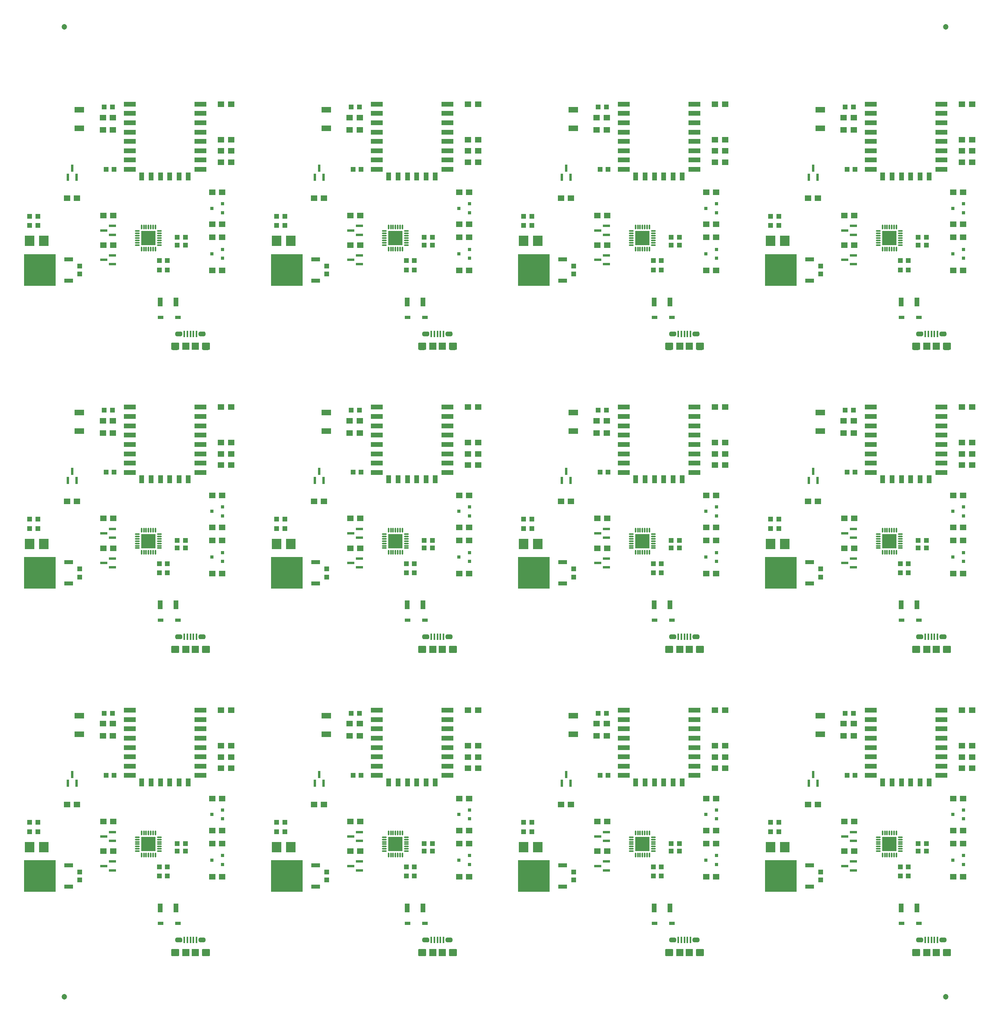
<source format=gtp>
%MOIN*%
%OFA0B0*%
%FSLAX44Y44*%
%IPPOS*%
%LPD*%
%AMROUNDEDRECTD240*
21,1,0.010240157480314961,0.033070866141732283,0,0,90*
21,1,0.0051220472440944879,0.038188976377952759,0,0,90*
1,1,0.0051220472440944879,0.016535433070866142,0.0025590551181102366*
1,1,0.0051220472440944879,0.016535433070866142,-0.0025590551181102366*
1,1,0.0051220472440944879,-0.016535433070866142,-0.0025590551181102366*
1,1,0.0051220472440944879,-0.016535433070866142,0.0025590551181102366*%
%AMCOMP130*
4,1,3,
0.016535433070866142,-0.0051200787401574814,
0.016535433070866142,0.00512007874015748,
-0.016535433070866142,0.0051200787401574814,
-0.016535433070866142,-0.00512007874015748,
0*
4,1,3,
0.019094488188976379,-0.0025610236220472453,
0.019094488188976379,0.0025610236220472431,
-0.019094488188976379,0.0025610236220472453,
-0.019094488188976379,-0.0025610236220472431,
0*
4,1,19,
0.016535433070866142,0.0051200787401574806,
0.017326832893074424,0.0049947333222440842,
0.018040764986678164,0.0046309667513421389,
0.018607344704098045,0.0040643870339222591,
0.01897111127499999,0.0033504549403185172,
0.019096456692913388,0.0025590551181102366,
0.01897111127499999,0.0017676552959019559,
0.018607344704098045,0.0010537232022982141,
0.018040764986678164,0.00048714348487833388,
0.017326832893074424,0.00012337691397638841,
0.016535433070866142,-0.0000019685039370076572,
0.015744033248657859,0.00012337691397638841,
0.015030101155054119,0.00048714348487833333,
0.014463521437634238,0.0010537232022982135,
0.014099754866732294,0.0017676552959019554,
0.013974409448818897,0.0025590551181102358,
0.014099754866732294,0.0033504549403185167,
0.014463521437634238,0.0040643870339222583,
0.015030101155054119,0.0046309667513421389,
0.015744033248657863,0.0049947333222440842,
0*
4,1,19,
0.016535433070866142,0.0000019685039370076572,
0.017326832893074424,-0.00012337691397638841,
0.018040764986678164,-0.0004871434848783336,
0.018607344704098045,-0.0010537232022982139,
0.01897111127499999,-0.0017676552959019556,
0.019096456692913388,-0.0025590551181102366,
0.01897111127499999,-0.0033504549403185167,
0.018607344704098045,-0.0040643870339222591,
0.018040764986678164,-0.0046309667513421389,
0.017326832893074424,-0.0049947333222440842,
0.016535433070866142,-0.0051200787401574806,
0.015744033248657859,-0.0049947333222440842,
0.015030101155054119,-0.00463096675134214,
0.014463521437634238,-0.0040643870339222591,
0.014099754866732294,-0.0033504549403185176,
0.013974409448818897,-0.0025590551181102371,
0.014099754866732294,-0.0017676552959019563,
0.014463521437634238,-0.0010537232022982143,
0.015030101155054119,-0.00048714348487833388,
0.015744033248657863,-0.00012337691397638841,
0*
4,1,19,
-0.016535433070866142,0.0000019685039370076572,
-0.015744033248657863,-0.00012337691397638841,
-0.015030101155054119,-0.0004871434848783336,
-0.014463521437634238,-0.0010537232022982139,
-0.014099754866732294,-0.0017676552959019556,
-0.013974409448818897,-0.0025590551181102366,
-0.014099754866732294,-0.0033504549403185167,
-0.014463521437634238,-0.0040643870339222591,
-0.015030101155054119,-0.0046309667513421389,
-0.015744033248657863,-0.0049947333222440842,
-0.016535433070866142,-0.0051200787401574806,
-0.017326832893074424,-0.0049947333222440842,
-0.018040764986678164,-0.00463096675134214,
-0.018607344704098045,-0.0040643870339222591,
-0.01897111127499999,-0.0033504549403185176,
-0.019096456692913388,-0.0025590551181102371,
-0.01897111127499999,-0.0017676552959019563,
-0.018607344704098045,-0.0010537232022982143,
-0.018040764986678164,-0.00048714348487833388,
-0.017326832893074424,-0.00012337691397638841,
0*
4,1,19,
-0.016535433070866142,0.0051200787401574806,
-0.015744033248657863,0.0049947333222440842,
-0.015030101155054119,0.0046309667513421389,
-0.014463521437634238,0.0040643870339222591,
-0.014099754866732294,0.0033504549403185172,
-0.013974409448818897,0.0025590551181102366,
-0.014099754866732294,0.0017676552959019559,
-0.014463521437634238,0.0010537232022982141,
-0.015030101155054119,0.00048714348487833388,
-0.015744033248657863,0.00012337691397638841,
-0.016535433070866142,-0.0000019685039370076572,
-0.017326832893074424,0.00012337691397638841,
-0.018040764986678164,0.00048714348487833333,
-0.018607344704098045,0.0010537232022982135,
-0.01897111127499999,0.0017676552959019554,
-0.019096456692913388,0.0025590551181102358,
-0.01897111127499999,0.0033504549403185167,
-0.018607344704098045,0.0040643870339222583,
-0.018040764986678164,0.0046309667513421389,
-0.017326832893074424,0.0049947333222440842,
0*%
%AMROUNDEDRECTD250*
21,1,0.010240157480314961,0.033070866141732283,0,0,0*
21,1,0.0051220472440944879,0.038188976377952759,0,0,0*
1,1,0.0051220472440944879,0.0025590551181102366,-0.016535433070866142*
1,1,0.0051220472440944879,-0.0025590551181102366,-0.016535433070866142*
1,1,0.0051220472440944879,-0.0025590551181102366,0.016535433070866142*
1,1,0.0051220472440944879,0.0025590551181102366,0.016535433070866142*%
%AMCOMP140*
4,1,3,
-0.0051200787401574806,-0.016535433070866142,
0.0051200787401574806,-0.016535433070866142,
0.0051200787401574806,0.016535433070866142,
-0.0051200787401574806,0.016535433070866142,
0*
4,1,3,
-0.002561023622047244,-0.019094488188976379,
0.002561023622047244,-0.019094488188976379,
0.002561023622047244,0.019094488188976379,
-0.002561023622047244,0.019094488188976379,
0*
4,1,19,
0.0025590551181102366,-0.013974409448818897,
0.0033504549403185172,-0.014099754866732294,
0.0040643870339222591,-0.014463521437634238,
0.0046309667513421389,-0.015030101155054119,
0.0049947333222440842,-0.015744033248657863,
0.0051200787401574806,-0.016535433070866142,
0.004994733322244085,-0.017326832893074424,
0.0046309667513421389,-0.018040764986678164,
0.0040643870339222591,-0.018607344704098045,
0.0033504549403185172,-0.01897111127499999,
0.0025590551181102371,-0.019096456692913388,
0.0017676552959019552,-0.01897111127499999,
0.0010537232022982141,-0.018607344704098045,
0.00048714348487833388,-0.018040764986678164,
0.00012337691397638841,-0.017326832893074424,
-0.0000019685039370076572,-0.016535433070866142,
0.00012337691397638814,-0.015744033248657863,
0.00048714348487833333,-0.015030101155054119,
0.0010537232022982132,-0.014463521437634238,
0.0017676552959019552,-0.014099754866732294,
0*
4,1,19,
-0.0025590551181102366,-0.013974409448818897,
-0.0017676552959019556,-0.014099754866732294,
-0.0010537232022982139,-0.014463521437634238,
-0.0004871434848783336,-0.015030101155054119,
-0.00012337691397638841,-0.015744033248657863,
0.0000019685039370076572,-0.016535433070866142,
-0.00012337691397638814,-0.017326832893074424,
-0.0004871434848783336,-0.018040764986678164,
-0.0010537232022982135,-0.018607344704098045,
-0.0017676552959019556,-0.01897111127499999,
-0.0025590551181102358,-0.019096456692913388,
-0.0033504549403185176,-0.01897111127499999,
-0.0040643870339222591,-0.018607344704098045,
-0.0046309667513421389,-0.018040764986678164,
-0.0049947333222440842,-0.017326832893074424,
-0.0051200787401574806,-0.016535433070866142,
-0.004994733322244085,-0.015744033248657863,
-0.00463096675134214,-0.015030101155054119,
-0.0040643870339222591,-0.014463521437634238,
-0.0033504549403185176,-0.014099754866732294,
0*
4,1,19,
-0.0025590551181102366,0.019096456692913388,
-0.0017676552959019556,0.01897111127499999,
-0.0010537232022982139,0.018607344704098045,
-0.0004871434848783336,0.018040764986678164,
-0.00012337691397638841,0.017326832893074424,
0.0000019685039370076572,0.016535433070866142,
-0.00012337691397638814,0.015744033248657863,
-0.0004871434848783336,0.015030101155054119,
-0.0010537232022982135,0.014463521437634238,
-0.0017676552959019556,0.014099754866732294,
-0.0025590551181102358,0.013974409448818897,
-0.0033504549403185176,0.014099754866732294,
-0.0040643870339222591,0.014463521437634238,
-0.0046309667513421389,0.015030101155054119,
-0.0049947333222440842,0.015744033248657863,
-0.0051200787401574806,0.016535433070866142,
-0.004994733322244085,0.017326832893074424,
-0.00463096675134214,0.018040764986678164,
-0.0040643870339222591,0.018607344704098045,
-0.0033504549403185176,0.01897111127499999,
0*
4,1,19,
0.0025590551181102366,0.019096456692913388,
0.0033504549403185172,0.01897111127499999,
0.0040643870339222591,0.018607344704098045,
0.0046309667513421389,0.018040764986678164,
0.0049947333222440842,0.017326832893074424,
0.0051200787401574806,0.016535433070866142,
0.004994733322244085,0.015744033248657863,
0.0046309667513421389,0.015030101155054119,
0.0040643870339222591,0.014463521437634238,
0.0033504549403185172,0.014099754866732294,
0.0025590551181102371,0.013974409448818897,
0.0017676552959019552,0.014099754866732294,
0.0010537232022982141,0.014463521437634238,
0.00048714348487833388,0.015030101155054119,
0.00012337691397638841,0.015744033248657863,
-0.0000019685039370076572,0.016535433070866142,
0.00012337691397638814,0.017326832893074424,
0.00048714348487833333,0.018040764986678164,
0.0010537232022982132,0.018607344704098045,
0.0017676552959019552,0.01897111127499999,
0*%
%AMROUNDEDRECTD270*
21,1,0.060000000000000005,0.054,0,0,0*
21,1,0.054,0.060000000000000005,0,0,0*
1,1,0.006000000000000001,0.027,-0.027*
1,1,0.006000000000000001,-0.027,-0.027*
1,1,0.006000000000000001,-0.027,0.027*
1,1,0.006000000000000001,0.027,0.027*%
%AMCOMP150*
4,1,3,
-0.030000000000000002,-0.027,
0.030000000000000002,-0.027,
0.030000000000000002,0.027,
-0.030000000000000002,0.027,
0*
4,1,3,
-0.027,-0.030000000000000002,
0.027,-0.030000000000000002,
0.027,0.030000000000000002,
-0.027,0.030000000000000002,
0*
4,1,19,
0.027,-0.023999999999999997,
0.02792705098312484,-0.024146830451114539,
0.028763355756877419,-0.024572949016875158,
0.029427050983124842,-0.02523664424312258,
0.029853169548885464,-0.026072949016875159,
0.030000000000000002,-0.027,
0.029853169548885464,-0.02792705098312484,
0.029427050983124842,-0.028763355756877419,
0.028763355756877419,-0.029427050983124842,
0.02792705098312484,-0.029853169548885464,
0.027,-0.030000000000000002,
0.026072949016875159,-0.029853169548885464,
0.02523664424312258,-0.029427050983124842,
0.024572949016875158,-0.028763355756877419,
0.024146830451114539,-0.02792705098312484,
0.023999999999999997,-0.027,
0.024146830451114539,-0.026072949016875159,
0.024572949016875158,-0.02523664424312258,
0.02523664424312258,-0.024572949016875158,
0.026072949016875159,-0.024146830451114539,
0*
4,1,19,
-0.027,-0.023999999999999997,
-0.026072949016875159,-0.024146830451114539,
-0.02523664424312258,-0.024572949016875158,
-0.024572949016875158,-0.02523664424312258,
-0.024146830451114539,-0.026072949016875159,
-0.023999999999999997,-0.027,
-0.024146830451114539,-0.02792705098312484,
-0.024572949016875158,-0.028763355756877419,
-0.02523664424312258,-0.029427050983124842,
-0.026072949016875159,-0.029853169548885464,
-0.027,-0.030000000000000002,
-0.02792705098312484,-0.029853169548885464,
-0.028763355756877419,-0.029427050983124842,
-0.029427050983124842,-0.028763355756877419,
-0.029853169548885464,-0.02792705098312484,
-0.030000000000000002,-0.027,
-0.029853169548885464,-0.026072949016875159,
-0.029427050983124842,-0.02523664424312258,
-0.028763355756877419,-0.024572949016875158,
-0.02792705098312484,-0.024146830451114539,
0*
4,1,19,
-0.027,0.030000000000000002,
-0.026072949016875159,0.029853169548885464,
-0.02523664424312258,0.029427050983124842,
-0.024572949016875158,0.028763355756877419,
-0.024146830451114539,0.02792705098312484,
-0.023999999999999997,0.027,
-0.024146830451114539,0.026072949016875159,
-0.024572949016875158,0.02523664424312258,
-0.02523664424312258,0.024572949016875158,
-0.026072949016875159,0.024146830451114539,
-0.027,0.023999999999999997,
-0.02792705098312484,0.024146830451114539,
-0.028763355756877419,0.024572949016875158,
-0.029427050983124842,0.02523664424312258,
-0.029853169548885464,0.026072949016875159,
-0.030000000000000002,0.027,
-0.029853169548885464,0.02792705098312484,
-0.029427050983124842,0.028763355756877419,
-0.028763355756877419,0.029427050983124842,
-0.02792705098312484,0.029853169548885464,
0*
4,1,19,
0.027,0.030000000000000002,
0.02792705098312484,0.029853169548885464,
0.028763355756877419,0.029427050983124842,
0.029427050983124842,0.028763355756877419,
0.029853169548885464,0.02792705098312484,
0.030000000000000002,0.027,
0.029853169548885464,0.026072949016875159,
0.029427050983124842,0.02523664424312258,
0.028763355756877419,0.024572949016875158,
0.02792705098312484,0.024146830451114539,
0.027,0.023999999999999997,
0.026072949016875159,0.024146830451114539,
0.02523664424312258,0.024572949016875158,
0.024572949016875158,0.02523664424312258,
0.024146830451114539,0.026072949016875159,
0.023999999999999997,0.027,
0.024146830451114539,0.02792705098312484,
0.024572949016875158,0.028763355756877419,
0.02523664424312258,0.029427050983124842,
0.026072949016875159,0.029853169548885464,
0*%
%AMROUNDEDRECTD280*
21,1,0.016,0.051401574803149615,0,0,0*
21,1,0.014401574803149608,0.053000000000000005,0,0,0*
1,1,0.0015984251968503937,0.007200787401574804,-0.025700787401574807*
1,1,0.0015984251968503937,-0.007200787401574804,-0.025700787401574807*
1,1,0.0015984251968503937,-0.007200787401574804,0.025700787401574807*
1,1,0.0015984251968503937,0.007200787401574804,0.025700787401574807*%
%AMCOMP160*
4,1,3,
-0.008,-0.025700787401574807,
0.008,-0.025700787401574807,
0.008,0.025700787401574807,
-0.008,0.025700787401574807,
0*
4,1,3,
-0.007200787401574804,-0.026500000000000003,
0.007200787401574804,-0.026500000000000003,
0.007200787401574804,0.026500000000000003,
-0.007200787401574804,0.026500000000000003,
0*
4,1,19,
0.007200787401574804,-0.024901574803149609,
0.00744775767660675,-0.024940691051937344,
0.0076705527803754819,-0.02505421082733026,
0.0078473639758193485,-0.025231022022774129,
0.00796088375121227,-0.025453817126542863,
0.008,-0.025700787401574807,
0.00796088375121227,-0.025947757676606752,
0.0078473639758193485,-0.026170552780375483,
0.0076705527803754819,-0.026347363975819348,
0.00744775767660675,-0.02646088375121227,
0.007200787401574804,-0.026500000000000003,
0.0069538171265428571,-0.02646088375121227,
0.0067310220227741269,-0.026347363975819355,
0.0065542108273302594,-0.026170552780375483,
0.0064406910519373382,-0.025947757676606752,
0.0064015748031496077,-0.025700787401574807,
0.0064406910519373382,-0.025453817126542863,
0.0065542108273302594,-0.025231022022774129,
0.006731022022774126,-0.025054210827330264,
0.0069538171265428571,-0.024940691051937344,
0*
4,1,19,
-0.007200787401574804,-0.024901574803149609,
-0.0069538171265428571,-0.024940691051937344,
-0.006731022022774126,-0.02505421082733026,
-0.0065542108273302594,-0.025231022022774129,
-0.0064406910519373382,-0.025453817126542863,
-0.0064015748031496077,-0.025700787401574807,
-0.0064406910519373382,-0.025947757676606752,
-0.0065542108273302594,-0.026170552780375483,
-0.006731022022774126,-0.026347363975819348,
-0.0069538171265428571,-0.02646088375121227,
-0.007200787401574804,-0.026500000000000003,
-0.00744775767660675,-0.02646088375121227,
-0.00767055278037548,-0.026347363975819355,
-0.0078473639758193485,-0.026170552780375483,
-0.00796088375121227,-0.025947757676606752,
-0.008,-0.025700787401574807,
-0.00796088375121227,-0.025453817126542863,
-0.0078473639758193485,-0.025231022022774129,
-0.0076705527803754819,-0.025054210827330264,
-0.00744775767660675,-0.024940691051937344,
0*
4,1,19,
-0.007200787401574804,0.026500000000000003,
-0.0069538171265428571,0.02646088375121227,
-0.006731022022774126,0.026347363975819355,
-0.0065542108273302594,0.026170552780375483,
-0.0064406910519373382,0.025947757676606752,
-0.0064015748031496077,0.025700787401574807,
-0.0064406910519373382,0.025453817126542863,
-0.0065542108273302594,0.025231022022774129,
-0.006731022022774126,0.025054210827330264,
-0.0069538171265428571,0.024940691051937344,
-0.007200787401574804,0.024901574803149609,
-0.00744775767660675,0.024940691051937344,
-0.00767055278037548,0.02505421082733026,
-0.0078473639758193485,0.025231022022774129,
-0.00796088375121227,0.025453817126542863,
-0.008,0.025700787401574807,
-0.00796088375121227,0.025947757676606752,
-0.0078473639758193485,0.026170552780375483,
-0.0076705527803754819,0.026347363975819348,
-0.00744775767660675,0.02646088375121227,
0*
4,1,19,
0.007200787401574804,0.026500000000000003,
0.00744775767660675,0.02646088375121227,
0.0076705527803754819,0.026347363975819355,
0.0078473639758193485,0.026170552780375483,
0.00796088375121227,0.025947757676606752,
0.008,0.025700787401574807,
0.00796088375121227,0.025453817126542863,
0.0078473639758193485,0.025231022022774129,
0.0076705527803754819,0.025054210827330264,
0.00744775767660675,0.024940691051937344,
0.007200787401574804,0.024901574803149609,
0.0069538171265428571,0.024940691051937344,
0.0067310220227741269,0.02505421082733026,
0.0065542108273302594,0.025231022022774129,
0.0064406910519373382,0.025453817126542863,
0.0064015748031496077,0.025700787401574807,
0.0064406910519373382,0.025947757676606752,
0.0065542108273302594,0.026170552780375483,
0.006731022022774126,0.026347363975819348,
0.0069538171265428571,0.02646088375121227,
0*%
%AMROUNDEDRECTD290*
21,1,0.060000000000000005,0.008,0,0,0*
21,1,0.028000000000000004,0.04,0,0,0*
1,1,0.032,0.014000000000000002,-0.004*
1,1,0.032,-0.014000000000000002,-0.004*
1,1,0.032,-0.014000000000000002,0.004*
1,1,0.032,0.014000000000000002,0.004*%
%AMCOMP170*
4,1,3,
-0.030000000000000002,-0.004,
0.030000000000000002,-0.004,
0.030000000000000002,0.004,
-0.030000000000000002,0.004,
0*
4,1,3,
-0.014000000000000002,-0.02,
0.014000000000000002,-0.02,
0.014000000000000002,0.02,
-0.014000000000000002,0.02,
0*
4,1,19,
0.014000000000000002,0.011999999999999999,
0.018944271909999161,0.011216904260722456,
0.023404564036679568,0.00894427190999916,
0.026944271909999162,0.00540456403667957,
0.029216904260722459,0.00094427190999915968,
0.030000000000000002,-0.0039999999999999992,
0.029216904260722463,-0.0089442719099991578,
0.026944271909999162,-0.013404564036679568,
0.023404564036679575,-0.016944271909999156,
0.018944271909999161,-0.019216904260722457,
0.014000000000000004,-0.02,
0.0090557280900008374,-0.019216904260722457,
0.0045954359633204331,-0.01694427190999916,
0.0010557280900008452,-0.013404564036679573,
-0.0012169042607224549,-0.0089442719099991613,
-0.0019999999999999983,-0.0040000000000000027,
-0.0012169042607224571,0.00094427190999915524,
0.0010557280900008409,0.0054045640366795671,
0.0045954359633204279,0.0089442719099991561,
0.0090557280900008391,0.011216904260722456,
0*
4,1,19,
-0.014000000000000002,0.011999999999999999,
-0.0090557280900008426,0.011216904260722456,
-0.0045954359633204322,0.00894427190999916,
-0.0010557280900008431,0.00540456403667957,
0.0012169042607224549,0.00094427190999915968,
0.0019999999999999983,-0.0039999999999999992,
0.0012169042607224571,-0.0089442719099991578,
-0.0010557280900008431,-0.013404564036679568,
-0.00459543596332043,-0.016944271909999156,
-0.0090557280900008426,-0.019216904260722457,
-0.014,-0.02,
-0.018944271909999168,-0.019216904260722457,
-0.023404564036679568,-0.01694427190999916,
-0.026944271909999162,-0.013404564036679573,
-0.029216904260722459,-0.0089442719099991613,
-0.030000000000000002,-0.0040000000000000027,
-0.029216904260722463,0.00094427190999915524,
-0.026944271909999162,0.0054045640366795671,
-0.023404564036679579,0.0089442719099991561,
-0.018944271909999161,0.011216904260722456,
0*
4,1,19,
-0.014000000000000002,0.02,
-0.0090557280900008426,0.019216904260722457,
-0.0045954359633204322,0.01694427190999916,
-0.0010557280900008431,0.013404564036679568,
0.0012169042607224549,0.00894427190999916,
0.0019999999999999983,0.004000000000000001,
0.0012169042607224571,-0.00094427190999915752,
-0.0010557280900008431,-0.0054045640366795688,
-0.00459543596332043,-0.0089442719099991561,
-0.0090557280900008426,-0.011216904260722456,
-0.014,-0.011999999999999999,
-0.018944271909999168,-0.011216904260722456,
-0.023404564036679568,-0.0089442719099991613,
-0.026944271909999162,-0.0054045640366795723,
-0.029216904260722459,-0.00094427190999916077,
-0.030000000000000002,0.0039999999999999975,
-0.029216904260722463,0.0089442719099991561,
-0.026944271909999162,0.013404564036679566,
-0.023404564036679579,0.016944271909999156,
-0.018944271909999161,0.019216904260722457,
0*
4,1,19,
0.014000000000000002,0.02,
0.018944271909999161,0.019216904260722457,
0.023404564036679568,0.01694427190999916,
0.026944271909999162,0.013404564036679568,
0.029216904260722459,0.00894427190999916,
0.030000000000000002,0.004000000000000001,
0.029216904260722463,-0.00094427190999915752,
0.026944271909999162,-0.0054045640366795688,
0.023404564036679575,-0.0089442719099991561,
0.018944271909999161,-0.011216904260722456,
0.014000000000000004,-0.011999999999999999,
0.0090557280900008374,-0.011216904260722456,
0.0045954359633204331,-0.0089442719099991613,
0.0010557280900008452,-0.0054045640366795723,
-0.0012169042607224549,-0.00094427190999916077,
-0.0019999999999999983,0.0039999999999999975,
-0.0012169042607224571,0.0089442719099991561,
0.0010557280900008409,0.013404564036679566,
0.0045954359633204279,0.016944271909999156,
0.0090557280900008391,0.019216904260722457,
0*%
%AMROUNDEDRECTD300*
21,1,0.065,0.0487992125984252,0,0,0*
21,1,0.052799212598425196,0.061000000000000006,0,0,0*
1,1,0.012200787401574804,0.026401574803149606,-0.024401574803149608*
1,1,0.012200787401574804,-0.026401574803149606,-0.024401574803149608*
1,1,0.012200787401574804,-0.026401574803149606,0.024401574803149608*
1,1,0.012200787401574804,0.026401574803149606,0.024401574803149608*%
%AMCOMP180*
4,1,3,
-0.0325,-0.0243996062992126,
0.0325,-0.0243996062992126,
0.0325,0.0243996062992126,
-0.0325,0.0243996062992126,
0*
4,1,3,
-0.026399606299212598,-0.030500000000000003,
0.026399606299212598,-0.030500000000000003,
0.026399606299212598,0.030500000000000003,
-0.026399606299212598,0.030500000000000003,
0*
4,1,19,
0.026401574803149606,-0.018301181102362205,
0.028286700129070794,-0.018599755622049841,
0.029987296253650344,-0.019466252626834723,
0.031336896979464492,-0.020815853352648874,
0.032203393984249373,-0.022516449477228424,
0.032501968503937009,-0.024401574803149608,
0.032203393984249373,-0.026286700129070795,
0.031336896979464492,-0.027987296253650346,
0.029987296253650344,-0.029336896979464493,
0.028286700129070794,-0.030203393984249375,
0.026401574803149606,-0.030501968503937011,
0.024516449477228423,-0.030203393984249375,
0.022815853352648872,-0.029336896979464493,
0.021466252626834721,-0.027987296253650346,
0.02059975562204984,-0.026286700129070795,
0.020301181102362204,-0.024401574803149608,
0.02059975562204984,-0.022516449477228424,
0.021466252626834721,-0.020815853352648874,
0.022815853352648872,-0.019466252626834723,
0.024516449477228423,-0.018599755622049841,
0*
4,1,19,
-0.026401574803149606,-0.018301181102362205,
-0.024516449477228423,-0.018599755622049841,
-0.022815853352648872,-0.019466252626834723,
-0.021466252626834721,-0.020815853352648874,
-0.02059975562204984,-0.022516449477228424,
-0.020301181102362204,-0.024401574803149608,
-0.02059975562204984,-0.026286700129070795,
-0.021466252626834721,-0.027987296253650346,
-0.022815853352648872,-0.029336896979464493,
-0.024516449477228423,-0.030203393984249375,
-0.026401574803149606,-0.030501968503937011,
-0.028286700129070794,-0.030203393984249375,
-0.029987296253650344,-0.029336896979464493,
-0.031336896979464492,-0.027987296253650346,
-0.032203393984249373,-0.026286700129070795,
-0.032501968503937009,-0.024401574803149608,
-0.032203393984249373,-0.022516449477228424,
-0.031336896979464492,-0.020815853352648874,
-0.029987296253650344,-0.019466252626834723,
-0.028286700129070794,-0.018599755622049841,
0*
4,1,19,
-0.026401574803149606,0.030501968503937011,
-0.024516449477228423,0.030203393984249375,
-0.022815853352648872,0.029336896979464493,
-0.021466252626834721,0.027987296253650346,
-0.02059975562204984,0.026286700129070795,
-0.020301181102362204,0.024401574803149608,
-0.02059975562204984,0.022516449477228424,
-0.021466252626834721,0.020815853352648874,
-0.022815853352648872,0.019466252626834723,
-0.024516449477228423,0.018599755622049841,
-0.026401574803149606,0.018301181102362205,
-0.028286700129070794,0.018599755622049841,
-0.029987296253650344,0.019466252626834723,
-0.031336896979464492,0.020815853352648874,
-0.032203393984249373,0.022516449477228424,
-0.032501968503937009,0.024401574803149608,
-0.032203393984249373,0.026286700129070795,
-0.031336896979464492,0.027987296253650346,
-0.029987296253650344,0.029336896979464493,
-0.028286700129070794,0.030203393984249375,
0*
4,1,19,
0.026401574803149606,0.030501968503937011,
0.028286700129070794,0.030203393984249375,
0.029987296253650344,0.029336896979464493,
0.031336896979464492,0.027987296253650346,
0.032203393984249373,0.026286700129070795,
0.032501968503937009,0.024401574803149608,
0.032203393984249373,0.022516449477228424,
0.031336896979464492,0.020815853352648874,
0.029987296253650344,0.019466252626834723,
0.028286700129070794,0.018599755622049841,
0.026401574803149606,0.018301181102362205,
0.024516449477228423,0.018599755622049841,
0.022815853352648872,0.019466252626834723,
0.021466252626834721,0.020815853352648874,
0.02059975562204984,0.022516449477228424,
0.020301181102362204,0.024401574803149608,
0.02059975562204984,0.026286700129070795,
0.021466252626834721,0.027987296253650346,
0.022815853352648872,0.029336896979464493,
0.024516449477228423,0.030203393984249375,
0*%
%AMROUNDEDRECTD241*
21,1,0.010240157480314961,0.033070866141732283,0,0,90*
21,1,0.0051220472440944879,0.038188976377952759,0,0,90*
1,1,0.0051220472440944879,0.016535433070866142,0.0025590551181102366*
1,1,0.0051220472440944879,0.016535433070866142,-0.0025590551181102366*
1,1,0.0051220472440944879,-0.016535433070866142,-0.0025590551181102366*
1,1,0.0051220472440944879,-0.016535433070866142,0.0025590551181102366*%
%AMCOMP370*
4,1,3,
0.016535433070866142,-0.0051200787401574814,
0.016535433070866142,0.00512007874015748,
-0.016535433070866142,0.0051200787401574814,
-0.016535433070866142,-0.00512007874015748,
0*
4,1,3,
0.019094488188976379,-0.0025610236220472453,
0.019094488188976379,0.0025610236220472431,
-0.019094488188976379,0.0025610236220472453,
-0.019094488188976379,-0.0025610236220472431,
0*
4,1,19,
0.016535433070866142,0.0051200787401574806,
0.017326832893074424,0.0049947333222440842,
0.018040764986678164,0.0046309667513421389,
0.018607344704098045,0.0040643870339222591,
0.01897111127499999,0.0033504549403185172,
0.019096456692913388,0.0025590551181102366,
0.01897111127499999,0.0017676552959019559,
0.018607344704098045,0.0010537232022982141,
0.018040764986678164,0.00048714348487833388,
0.017326832893074424,0.00012337691397638841,
0.016535433070866142,-0.0000019685039370076572,
0.015744033248657859,0.00012337691397638841,
0.015030101155054119,0.00048714348487833333,
0.014463521437634238,0.0010537232022982135,
0.014099754866732294,0.0017676552959019554,
0.013974409448818897,0.0025590551181102358,
0.014099754866732294,0.0033504549403185167,
0.014463521437634238,0.0040643870339222583,
0.015030101155054119,0.0046309667513421389,
0.015744033248657863,0.0049947333222440842,
0*
4,1,19,
0.016535433070866142,0.0000019685039370076572,
0.017326832893074424,-0.00012337691397638841,
0.018040764986678164,-0.0004871434848783336,
0.018607344704098045,-0.0010537232022982139,
0.01897111127499999,-0.0017676552959019556,
0.019096456692913388,-0.0025590551181102366,
0.01897111127499999,-0.0033504549403185167,
0.018607344704098045,-0.0040643870339222591,
0.018040764986678164,-0.0046309667513421389,
0.017326832893074424,-0.0049947333222440842,
0.016535433070866142,-0.0051200787401574806,
0.015744033248657859,-0.0049947333222440842,
0.015030101155054119,-0.00463096675134214,
0.014463521437634238,-0.0040643870339222591,
0.014099754866732294,-0.0033504549403185176,
0.013974409448818897,-0.0025590551181102371,
0.014099754866732294,-0.0017676552959019563,
0.014463521437634238,-0.0010537232022982143,
0.015030101155054119,-0.00048714348487833388,
0.015744033248657863,-0.00012337691397638841,
0*
4,1,19,
-0.016535433070866142,0.0000019685039370076572,
-0.015744033248657863,-0.00012337691397638841,
-0.015030101155054119,-0.0004871434848783336,
-0.014463521437634238,-0.0010537232022982139,
-0.014099754866732294,-0.0017676552959019556,
-0.013974409448818897,-0.0025590551181102366,
-0.014099754866732294,-0.0033504549403185167,
-0.014463521437634238,-0.0040643870339222591,
-0.015030101155054119,-0.0046309667513421389,
-0.015744033248657863,-0.0049947333222440842,
-0.016535433070866142,-0.0051200787401574806,
-0.017326832893074424,-0.0049947333222440842,
-0.018040764986678164,-0.00463096675134214,
-0.018607344704098045,-0.0040643870339222591,
-0.01897111127499999,-0.0033504549403185176,
-0.019096456692913388,-0.0025590551181102371,
-0.01897111127499999,-0.0017676552959019563,
-0.018607344704098045,-0.0010537232022982143,
-0.018040764986678164,-0.00048714348487833388,
-0.017326832893074424,-0.00012337691397638841,
0*
4,1,19,
-0.016535433070866142,0.0051200787401574806,
-0.015744033248657863,0.0049947333222440842,
-0.015030101155054119,0.0046309667513421389,
-0.014463521437634238,0.0040643870339222591,
-0.014099754866732294,0.0033504549403185172,
-0.013974409448818897,0.0025590551181102366,
-0.014099754866732294,0.0017676552959019559,
-0.014463521437634238,0.0010537232022982141,
-0.015030101155054119,0.00048714348487833388,
-0.015744033248657863,0.00012337691397638841,
-0.016535433070866142,-0.0000019685039370076572,
-0.017326832893074424,0.00012337691397638841,
-0.018040764986678164,0.00048714348487833333,
-0.018607344704098045,0.0010537232022982135,
-0.01897111127499999,0.0017676552959019554,
-0.019096456692913388,0.0025590551181102358,
-0.01897111127499999,0.0033504549403185167,
-0.018607344704098045,0.0040643870339222583,
-0.018040764986678164,0.0046309667513421389,
-0.017326832893074424,0.0049947333222440842,
0*%
%AMROUNDEDRECTD251*
21,1,0.010240157480314961,0.033070866141732283,0,0,0*
21,1,0.0051220472440944879,0.038188976377952759,0,0,0*
1,1,0.0051220472440944879,0.0025590551181102366,-0.016535433070866142*
1,1,0.0051220472440944879,-0.0025590551181102366,-0.016535433070866142*
1,1,0.0051220472440944879,-0.0025590551181102366,0.016535433070866142*
1,1,0.0051220472440944879,0.0025590551181102366,0.016535433070866142*%
%AMCOMP380*
4,1,3,
-0.0051200787401574806,-0.016535433070866142,
0.0051200787401574806,-0.016535433070866142,
0.0051200787401574806,0.016535433070866142,
-0.0051200787401574806,0.016535433070866142,
0*
4,1,3,
-0.002561023622047244,-0.019094488188976379,
0.002561023622047244,-0.019094488188976379,
0.002561023622047244,0.019094488188976379,
-0.002561023622047244,0.019094488188976379,
0*
4,1,19,
0.0025590551181102366,-0.013974409448818897,
0.0033504549403185172,-0.014099754866732294,
0.0040643870339222591,-0.014463521437634238,
0.0046309667513421389,-0.015030101155054119,
0.0049947333222440842,-0.015744033248657863,
0.0051200787401574806,-0.016535433070866142,
0.004994733322244085,-0.017326832893074424,
0.0046309667513421389,-0.018040764986678164,
0.0040643870339222591,-0.018607344704098045,
0.0033504549403185172,-0.01897111127499999,
0.0025590551181102371,-0.019096456692913388,
0.0017676552959019552,-0.01897111127499999,
0.0010537232022982141,-0.018607344704098045,
0.00048714348487833388,-0.018040764986678164,
0.00012337691397638841,-0.017326832893074424,
-0.0000019685039370076572,-0.016535433070866142,
0.00012337691397638814,-0.015744033248657863,
0.00048714348487833333,-0.015030101155054119,
0.0010537232022982132,-0.014463521437634238,
0.0017676552959019552,-0.014099754866732294,
0*
4,1,19,
-0.0025590551181102366,-0.013974409448818897,
-0.0017676552959019556,-0.014099754866732294,
-0.0010537232022982139,-0.014463521437634238,
-0.0004871434848783336,-0.015030101155054119,
-0.00012337691397638841,-0.015744033248657863,
0.0000019685039370076572,-0.016535433070866142,
-0.00012337691397638814,-0.017326832893074424,
-0.0004871434848783336,-0.018040764986678164,
-0.0010537232022982135,-0.018607344704098045,
-0.0017676552959019556,-0.01897111127499999,
-0.0025590551181102358,-0.019096456692913388,
-0.0033504549403185176,-0.01897111127499999,
-0.0040643870339222591,-0.018607344704098045,
-0.0046309667513421389,-0.018040764986678164,
-0.0049947333222440842,-0.017326832893074424,
-0.0051200787401574806,-0.016535433070866142,
-0.004994733322244085,-0.015744033248657863,
-0.00463096675134214,-0.015030101155054119,
-0.0040643870339222591,-0.014463521437634238,
-0.0033504549403185176,-0.014099754866732294,
0*
4,1,19,
-0.0025590551181102366,0.019096456692913388,
-0.0017676552959019556,0.01897111127499999,
-0.0010537232022982139,0.018607344704098045,
-0.0004871434848783336,0.018040764986678164,
-0.00012337691397638841,0.017326832893074424,
0.0000019685039370076572,0.016535433070866142,
-0.00012337691397638814,0.015744033248657863,
-0.0004871434848783336,0.015030101155054119,
-0.0010537232022982135,0.014463521437634238,
-0.0017676552959019556,0.014099754866732294,
-0.0025590551181102358,0.013974409448818897,
-0.0033504549403185176,0.014099754866732294,
-0.0040643870339222591,0.014463521437634238,
-0.0046309667513421389,0.015030101155054119,
-0.0049947333222440842,0.015744033248657863,
-0.0051200787401574806,0.016535433070866142,
-0.004994733322244085,0.017326832893074424,
-0.00463096675134214,0.018040764986678164,
-0.0040643870339222591,0.018607344704098045,
-0.0033504549403185176,0.01897111127499999,
0*
4,1,19,
0.0025590551181102366,0.019096456692913388,
0.0033504549403185172,0.01897111127499999,
0.0040643870339222591,0.018607344704098045,
0.0046309667513421389,0.018040764986678164,
0.0049947333222440842,0.017326832893074424,
0.0051200787401574806,0.016535433070866142,
0.004994733322244085,0.015744033248657863,
0.0046309667513421389,0.015030101155054119,
0.0040643870339222591,0.014463521437634238,
0.0033504549403185172,0.014099754866732294,
0.0025590551181102371,0.013974409448818897,
0.0017676552959019552,0.014099754866732294,
0.0010537232022982141,0.014463521437634238,
0.00048714348487833388,0.015030101155054119,
0.00012337691397638841,0.015744033248657863,
-0.0000019685039370076572,0.016535433070866142,
0.00012337691397638814,0.017326832893074424,
0.00048714348487833333,0.018040764986678164,
0.0010537232022982132,0.018607344704098045,
0.0017676552959019552,0.01897111127499999,
0*%
%AMROUNDEDRECTD271*
21,1,0.060000000000000005,0.054,0,0,0*
21,1,0.054,0.060000000000000005,0,0,0*
1,1,0.006000000000000001,0.027,-0.027*
1,1,0.006000000000000001,-0.027,-0.027*
1,1,0.006000000000000001,-0.027,0.027*
1,1,0.006000000000000001,0.027,0.027*%
%AMCOMP390*
4,1,3,
-0.030000000000000002,-0.027,
0.030000000000000002,-0.027,
0.030000000000000002,0.027,
-0.030000000000000002,0.027,
0*
4,1,3,
-0.027,-0.030000000000000002,
0.027,-0.030000000000000002,
0.027,0.030000000000000002,
-0.027,0.030000000000000002,
0*
4,1,19,
0.027,-0.023999999999999997,
0.02792705098312484,-0.024146830451114539,
0.028763355756877419,-0.024572949016875158,
0.029427050983124842,-0.02523664424312258,
0.029853169548885464,-0.026072949016875159,
0.030000000000000002,-0.027,
0.029853169548885464,-0.02792705098312484,
0.029427050983124842,-0.028763355756877419,
0.028763355756877419,-0.029427050983124842,
0.02792705098312484,-0.029853169548885464,
0.027,-0.030000000000000002,
0.026072949016875159,-0.029853169548885464,
0.02523664424312258,-0.029427050983124842,
0.024572949016875158,-0.028763355756877419,
0.024146830451114539,-0.02792705098312484,
0.023999999999999997,-0.027,
0.024146830451114539,-0.026072949016875159,
0.024572949016875158,-0.02523664424312258,
0.02523664424312258,-0.024572949016875158,
0.026072949016875159,-0.024146830451114539,
0*
4,1,19,
-0.027,-0.023999999999999997,
-0.026072949016875159,-0.024146830451114539,
-0.02523664424312258,-0.024572949016875158,
-0.024572949016875158,-0.02523664424312258,
-0.024146830451114539,-0.026072949016875159,
-0.023999999999999997,-0.027,
-0.024146830451114539,-0.02792705098312484,
-0.024572949016875158,-0.028763355756877419,
-0.02523664424312258,-0.029427050983124842,
-0.026072949016875159,-0.029853169548885464,
-0.027,-0.030000000000000002,
-0.02792705098312484,-0.029853169548885464,
-0.028763355756877419,-0.029427050983124842,
-0.029427050983124842,-0.028763355756877419,
-0.029853169548885464,-0.02792705098312484,
-0.030000000000000002,-0.027,
-0.029853169548885464,-0.026072949016875159,
-0.029427050983124842,-0.02523664424312258,
-0.028763355756877419,-0.024572949016875158,
-0.02792705098312484,-0.024146830451114539,
0*
4,1,19,
-0.027,0.030000000000000002,
-0.026072949016875159,0.029853169548885464,
-0.02523664424312258,0.029427050983124842,
-0.024572949016875158,0.028763355756877419,
-0.024146830451114539,0.02792705098312484,
-0.023999999999999997,0.027,
-0.024146830451114539,0.026072949016875159,
-0.024572949016875158,0.02523664424312258,
-0.02523664424312258,0.024572949016875158,
-0.026072949016875159,0.024146830451114539,
-0.027,0.023999999999999997,
-0.02792705098312484,0.024146830451114539,
-0.028763355756877419,0.024572949016875158,
-0.029427050983124842,0.02523664424312258,
-0.029853169548885464,0.026072949016875159,
-0.030000000000000002,0.027,
-0.029853169548885464,0.02792705098312484,
-0.029427050983124842,0.028763355756877419,
-0.028763355756877419,0.029427050983124842,
-0.02792705098312484,0.029853169548885464,
0*
4,1,19,
0.027,0.030000000000000002,
0.02792705098312484,0.029853169548885464,
0.028763355756877419,0.029427050983124842,
0.029427050983124842,0.028763355756877419,
0.029853169548885464,0.02792705098312484,
0.030000000000000002,0.027,
0.029853169548885464,0.026072949016875159,
0.029427050983124842,0.02523664424312258,
0.028763355756877419,0.024572949016875158,
0.02792705098312484,0.024146830451114539,
0.027,0.023999999999999997,
0.026072949016875159,0.024146830451114539,
0.02523664424312258,0.024572949016875158,
0.024572949016875158,0.02523664424312258,
0.024146830451114539,0.026072949016875159,
0.023999999999999997,0.027,
0.024146830451114539,0.02792705098312484,
0.024572949016875158,0.028763355756877419,
0.02523664424312258,0.029427050983124842,
0.026072949016875159,0.029853169548885464,
0*%
%AMROUNDEDRECTD281*
21,1,0.016,0.051401574803149615,0,0,0*
21,1,0.014401574803149608,0.053000000000000005,0,0,0*
1,1,0.0015984251968503937,0.007200787401574804,-0.025700787401574807*
1,1,0.0015984251968503937,-0.007200787401574804,-0.025700787401574807*
1,1,0.0015984251968503937,-0.007200787401574804,0.025700787401574807*
1,1,0.0015984251968503937,0.007200787401574804,0.025700787401574807*%
%AMCOMP400*
4,1,3,
-0.008,-0.025700787401574807,
0.008,-0.025700787401574807,
0.008,0.025700787401574807,
-0.008,0.025700787401574807,
0*
4,1,3,
-0.007200787401574804,-0.026500000000000003,
0.007200787401574804,-0.026500000000000003,
0.007200787401574804,0.026500000000000003,
-0.007200787401574804,0.026500000000000003,
0*
4,1,19,
0.007200787401574804,-0.024901574803149609,
0.00744775767660675,-0.024940691051937344,
0.0076705527803754819,-0.02505421082733026,
0.0078473639758193485,-0.025231022022774129,
0.00796088375121227,-0.025453817126542863,
0.008,-0.025700787401574807,
0.00796088375121227,-0.025947757676606752,
0.0078473639758193485,-0.026170552780375483,
0.0076705527803754819,-0.026347363975819348,
0.00744775767660675,-0.02646088375121227,
0.007200787401574804,-0.026500000000000003,
0.0069538171265428571,-0.02646088375121227,
0.0067310220227741269,-0.026347363975819355,
0.0065542108273302594,-0.026170552780375483,
0.0064406910519373382,-0.025947757676606752,
0.0064015748031496077,-0.025700787401574807,
0.0064406910519373382,-0.025453817126542863,
0.0065542108273302594,-0.025231022022774129,
0.006731022022774126,-0.025054210827330264,
0.0069538171265428571,-0.024940691051937344,
0*
4,1,19,
-0.007200787401574804,-0.024901574803149609,
-0.0069538171265428571,-0.024940691051937344,
-0.006731022022774126,-0.02505421082733026,
-0.0065542108273302594,-0.025231022022774129,
-0.0064406910519373382,-0.025453817126542863,
-0.0064015748031496077,-0.025700787401574807,
-0.0064406910519373382,-0.025947757676606752,
-0.0065542108273302594,-0.026170552780375483,
-0.006731022022774126,-0.026347363975819348,
-0.0069538171265428571,-0.02646088375121227,
-0.007200787401574804,-0.026500000000000003,
-0.00744775767660675,-0.02646088375121227,
-0.00767055278037548,-0.026347363975819355,
-0.0078473639758193485,-0.026170552780375483,
-0.00796088375121227,-0.025947757676606752,
-0.008,-0.025700787401574807,
-0.00796088375121227,-0.025453817126542863,
-0.0078473639758193485,-0.025231022022774129,
-0.0076705527803754819,-0.025054210827330264,
-0.00744775767660675,-0.024940691051937344,
0*
4,1,19,
-0.007200787401574804,0.026500000000000003,
-0.0069538171265428571,0.02646088375121227,
-0.006731022022774126,0.026347363975819355,
-0.0065542108273302594,0.026170552780375483,
-0.0064406910519373382,0.025947757676606752,
-0.0064015748031496077,0.025700787401574807,
-0.0064406910519373382,0.025453817126542863,
-0.0065542108273302594,0.025231022022774129,
-0.006731022022774126,0.025054210827330264,
-0.0069538171265428571,0.024940691051937344,
-0.007200787401574804,0.024901574803149609,
-0.00744775767660675,0.024940691051937344,
-0.00767055278037548,0.02505421082733026,
-0.0078473639758193485,0.025231022022774129,
-0.00796088375121227,0.025453817126542863,
-0.008,0.025700787401574807,
-0.00796088375121227,0.025947757676606752,
-0.0078473639758193485,0.026170552780375483,
-0.0076705527803754819,0.026347363975819348,
-0.00744775767660675,0.02646088375121227,
0*
4,1,19,
0.007200787401574804,0.026500000000000003,
0.00744775767660675,0.02646088375121227,
0.0076705527803754819,0.026347363975819355,
0.0078473639758193485,0.026170552780375483,
0.00796088375121227,0.025947757676606752,
0.008,0.025700787401574807,
0.00796088375121227,0.025453817126542863,
0.0078473639758193485,0.025231022022774129,
0.0076705527803754819,0.025054210827330264,
0.00744775767660675,0.024940691051937344,
0.007200787401574804,0.024901574803149609,
0.0069538171265428571,0.024940691051937344,
0.0067310220227741269,0.02505421082733026,
0.0065542108273302594,0.025231022022774129,
0.0064406910519373382,0.025453817126542863,
0.0064015748031496077,0.025700787401574807,
0.0064406910519373382,0.025947757676606752,
0.0065542108273302594,0.026170552780375483,
0.006731022022774126,0.026347363975819348,
0.0069538171265428571,0.02646088375121227,
0*%
%AMROUNDEDRECTD291*
21,1,0.060000000000000005,0.008,0,0,0*
21,1,0.028000000000000004,0.04,0,0,0*
1,1,0.032,0.014000000000000002,-0.004*
1,1,0.032,-0.014000000000000002,-0.004*
1,1,0.032,-0.014000000000000002,0.004*
1,1,0.032,0.014000000000000002,0.004*%
%AMCOMP410*
4,1,3,
-0.030000000000000002,-0.004,
0.030000000000000002,-0.004,
0.030000000000000002,0.004,
-0.030000000000000002,0.004,
0*
4,1,3,
-0.014000000000000002,-0.02,
0.014000000000000002,-0.02,
0.014000000000000002,0.02,
-0.014000000000000002,0.02,
0*
4,1,19,
0.014000000000000002,0.011999999999999999,
0.018944271909999161,0.011216904260722456,
0.023404564036679568,0.00894427190999916,
0.026944271909999162,0.00540456403667957,
0.029216904260722459,0.00094427190999915968,
0.030000000000000002,-0.0039999999999999992,
0.029216904260722463,-0.0089442719099991578,
0.026944271909999162,-0.013404564036679568,
0.023404564036679575,-0.016944271909999156,
0.018944271909999161,-0.019216904260722457,
0.014000000000000004,-0.02,
0.0090557280900008374,-0.019216904260722457,
0.0045954359633204331,-0.01694427190999916,
0.0010557280900008452,-0.013404564036679573,
-0.0012169042607224549,-0.0089442719099991613,
-0.0019999999999999983,-0.0040000000000000027,
-0.0012169042607224571,0.00094427190999915524,
0.0010557280900008409,0.0054045640366795671,
0.0045954359633204279,0.0089442719099991561,
0.0090557280900008391,0.011216904260722456,
0*
4,1,19,
-0.014000000000000002,0.011999999999999999,
-0.0090557280900008426,0.011216904260722456,
-0.0045954359633204322,0.00894427190999916,
-0.0010557280900008431,0.00540456403667957,
0.0012169042607224549,0.00094427190999915968,
0.0019999999999999983,-0.0039999999999999992,
0.0012169042607224571,-0.0089442719099991578,
-0.0010557280900008431,-0.013404564036679568,
-0.00459543596332043,-0.016944271909999156,
-0.0090557280900008426,-0.019216904260722457,
-0.014,-0.02,
-0.018944271909999168,-0.019216904260722457,
-0.023404564036679568,-0.01694427190999916,
-0.026944271909999162,-0.013404564036679573,
-0.029216904260722459,-0.0089442719099991613,
-0.030000000000000002,-0.0040000000000000027,
-0.029216904260722463,0.00094427190999915524,
-0.026944271909999162,0.0054045640366795671,
-0.023404564036679579,0.0089442719099991561,
-0.018944271909999161,0.011216904260722456,
0*
4,1,19,
-0.014000000000000002,0.02,
-0.0090557280900008426,0.019216904260722457,
-0.0045954359633204322,0.01694427190999916,
-0.0010557280900008431,0.013404564036679568,
0.0012169042607224549,0.00894427190999916,
0.0019999999999999983,0.004000000000000001,
0.0012169042607224571,-0.00094427190999915752,
-0.0010557280900008431,-0.0054045640366795688,
-0.00459543596332043,-0.0089442719099991561,
-0.0090557280900008426,-0.011216904260722456,
-0.014,-0.011999999999999999,
-0.018944271909999168,-0.011216904260722456,
-0.023404564036679568,-0.0089442719099991613,
-0.026944271909999162,-0.0054045640366795723,
-0.029216904260722459,-0.00094427190999916077,
-0.030000000000000002,0.0039999999999999975,
-0.029216904260722463,0.0089442719099991561,
-0.026944271909999162,0.013404564036679566,
-0.023404564036679579,0.016944271909999156,
-0.018944271909999161,0.019216904260722457,
0*
4,1,19,
0.014000000000000002,0.02,
0.018944271909999161,0.019216904260722457,
0.023404564036679568,0.01694427190999916,
0.026944271909999162,0.013404564036679568,
0.029216904260722459,0.00894427190999916,
0.030000000000000002,0.004000000000000001,
0.029216904260722463,-0.00094427190999915752,
0.026944271909999162,-0.0054045640366795688,
0.023404564036679575,-0.0089442719099991561,
0.018944271909999161,-0.011216904260722456,
0.014000000000000004,-0.011999999999999999,
0.0090557280900008374,-0.011216904260722456,
0.0045954359633204331,-0.0089442719099991613,
0.0010557280900008452,-0.0054045640366795723,
-0.0012169042607224549,-0.00094427190999916077,
-0.0019999999999999983,0.0039999999999999975,
-0.0012169042607224571,0.0089442719099991561,
0.0010557280900008409,0.013404564036679566,
0.0045954359633204279,0.016944271909999156,
0.0090557280900008391,0.019216904260722457,
0*%
%AMROUNDEDRECTD301*
21,1,0.065,0.0487992125984252,0,0,0*
21,1,0.052799212598425196,0.061000000000000006,0,0,0*
1,1,0.012200787401574804,0.026401574803149606,-0.024401574803149608*
1,1,0.012200787401574804,-0.026401574803149606,-0.024401574803149608*
1,1,0.012200787401574804,-0.026401574803149606,0.024401574803149608*
1,1,0.012200787401574804,0.026401574803149606,0.024401574803149608*%
%AMCOMP420*
4,1,3,
-0.0325,-0.0243996062992126,
0.0325,-0.0243996062992126,
0.0325,0.0243996062992126,
-0.0325,0.0243996062992126,
0*
4,1,3,
-0.026399606299212598,-0.030500000000000003,
0.026399606299212598,-0.030500000000000003,
0.026399606299212598,0.030500000000000003,
-0.026399606299212598,0.030500000000000003,
0*
4,1,19,
0.026401574803149606,-0.018301181102362205,
0.028286700129070794,-0.018599755622049841,
0.029987296253650344,-0.019466252626834723,
0.031336896979464492,-0.020815853352648874,
0.032203393984249373,-0.022516449477228424,
0.032501968503937009,-0.024401574803149608,
0.032203393984249373,-0.026286700129070795,
0.031336896979464492,-0.027987296253650346,
0.029987296253650344,-0.029336896979464493,
0.028286700129070794,-0.030203393984249375,
0.026401574803149606,-0.030501968503937011,
0.024516449477228423,-0.030203393984249375,
0.022815853352648872,-0.029336896979464493,
0.021466252626834721,-0.027987296253650346,
0.02059975562204984,-0.026286700129070795,
0.020301181102362204,-0.024401574803149608,
0.02059975562204984,-0.022516449477228424,
0.021466252626834721,-0.020815853352648874,
0.022815853352648872,-0.019466252626834723,
0.024516449477228423,-0.018599755622049841,
0*
4,1,19,
-0.026401574803149606,-0.018301181102362205,
-0.024516449477228423,-0.018599755622049841,
-0.022815853352648872,-0.019466252626834723,
-0.021466252626834721,-0.020815853352648874,
-0.02059975562204984,-0.022516449477228424,
-0.020301181102362204,-0.024401574803149608,
-0.02059975562204984,-0.026286700129070795,
-0.021466252626834721,-0.027987296253650346,
-0.022815853352648872,-0.029336896979464493,
-0.024516449477228423,-0.030203393984249375,
-0.026401574803149606,-0.030501968503937011,
-0.028286700129070794,-0.030203393984249375,
-0.029987296253650344,-0.029336896979464493,
-0.031336896979464492,-0.027987296253650346,
-0.032203393984249373,-0.026286700129070795,
-0.032501968503937009,-0.024401574803149608,
-0.032203393984249373,-0.022516449477228424,
-0.031336896979464492,-0.020815853352648874,
-0.029987296253650344,-0.019466252626834723,
-0.028286700129070794,-0.018599755622049841,
0*
4,1,19,
-0.026401574803149606,0.030501968503937011,
-0.024516449477228423,0.030203393984249375,
-0.022815853352648872,0.029336896979464493,
-0.021466252626834721,0.027987296253650346,
-0.02059975562204984,0.026286700129070795,
-0.020301181102362204,0.024401574803149608,
-0.02059975562204984,0.022516449477228424,
-0.021466252626834721,0.020815853352648874,
-0.022815853352648872,0.019466252626834723,
-0.024516449477228423,0.018599755622049841,
-0.026401574803149606,0.018301181102362205,
-0.028286700129070794,0.018599755622049841,
-0.029987296253650344,0.019466252626834723,
-0.031336896979464492,0.020815853352648874,
-0.032203393984249373,0.022516449477228424,
-0.032501968503937009,0.024401574803149608,
-0.032203393984249373,0.026286700129070795,
-0.031336896979464492,0.027987296253650346,
-0.029987296253650344,0.029336896979464493,
-0.028286700129070794,0.030203393984249375,
0*
4,1,19,
0.026401574803149606,0.030501968503937011,
0.028286700129070794,0.030203393984249375,
0.029987296253650344,0.029336896979464493,
0.031336896979464492,0.027987296253650346,
0.032203393984249373,0.026286700129070795,
0.032501968503937009,0.024401574803149608,
0.032203393984249373,0.022516449477228424,
0.031336896979464492,0.020815853352648874,
0.029987296253650344,0.019466252626834723,
0.028286700129070794,0.018599755622049841,
0.026401574803149606,0.018301181102362205,
0.024516449477228423,0.018599755622049841,
0.022815853352648872,0.019466252626834723,
0.021466252626834721,0.020815853352648874,
0.02059975562204984,0.022516449477228424,
0.020301181102362204,0.024401574803149608,
0.02059975562204984,0.026286700129070795,
0.021466252626834721,0.027987296253650346,
0.022815853352648872,0.029336896979464493,
0.024516449477228423,0.030203393984249375,
0*%
%AMROUNDEDRECTD240*
21,1,0.010240157480314961,0.033070866141732283,0,0,90*
21,1,0.0051220472440944879,0.038188976377952759,0,0,90*
1,1,0.0051220472440944879,0.016535433070866142,0.0025590551181102366*
1,1,0.0051220472440944879,0.016535433070866142,-0.0025590551181102366*
1,1,0.0051220472440944879,-0.016535433070866142,-0.0025590551181102366*
1,1,0.0051220472440944879,-0.016535433070866142,0.0025590551181102366*%
%AMCOMP610*
4,1,3,
0.016535433070866142,-0.0051200787401574814,
0.016535433070866142,0.00512007874015748,
-0.016535433070866142,0.0051200787401574814,
-0.016535433070866142,-0.00512007874015748,
0*
4,1,3,
0.019094488188976379,-0.0025610236220472453,
0.019094488188976379,0.0025610236220472431,
-0.019094488188976379,0.0025610236220472453,
-0.019094488188976379,-0.0025610236220472431,
0*
4,1,19,
0.016535433070866142,0.0051200787401574806,
0.017326832893074424,0.0049947333222440842,
0.018040764986678164,0.0046309667513421389,
0.018607344704098045,0.0040643870339222591,
0.01897111127499999,0.0033504549403185172,
0.019096456692913388,0.0025590551181102366,
0.01897111127499999,0.0017676552959019559,
0.018607344704098045,0.0010537232022982141,
0.018040764986678164,0.00048714348487833388,
0.017326832893074424,0.00012337691397638841,
0.016535433070866142,-0.0000019685039370076572,
0.015744033248657859,0.00012337691397638841,
0.015030101155054119,0.00048714348487833333,
0.014463521437634238,0.0010537232022982135,
0.014099754866732294,0.0017676552959019554,
0.013974409448818897,0.0025590551181102358,
0.014099754866732294,0.0033504549403185167,
0.014463521437634238,0.0040643870339222583,
0.015030101155054119,0.0046309667513421389,
0.015744033248657863,0.0049947333222440842,
0*
4,1,19,
0.016535433070866142,0.0000019685039370076572,
0.017326832893074424,-0.00012337691397638841,
0.018040764986678164,-0.0004871434848783336,
0.018607344704098045,-0.0010537232022982139,
0.01897111127499999,-0.0017676552959019556,
0.019096456692913388,-0.0025590551181102366,
0.01897111127499999,-0.0033504549403185167,
0.018607344704098045,-0.0040643870339222591,
0.018040764986678164,-0.0046309667513421389,
0.017326832893074424,-0.0049947333222440842,
0.016535433070866142,-0.0051200787401574806,
0.015744033248657859,-0.0049947333222440842,
0.015030101155054119,-0.00463096675134214,
0.014463521437634238,-0.0040643870339222591,
0.014099754866732294,-0.0033504549403185176,
0.013974409448818897,-0.0025590551181102371,
0.014099754866732294,-0.0017676552959019563,
0.014463521437634238,-0.0010537232022982143,
0.015030101155054119,-0.00048714348487833388,
0.015744033248657863,-0.00012337691397638841,
0*
4,1,19,
-0.016535433070866142,0.0000019685039370076572,
-0.015744033248657863,-0.00012337691397638841,
-0.015030101155054119,-0.0004871434848783336,
-0.014463521437634238,-0.0010537232022982139,
-0.014099754866732294,-0.0017676552959019556,
-0.013974409448818897,-0.0025590551181102366,
-0.014099754866732294,-0.0033504549403185167,
-0.014463521437634238,-0.0040643870339222591,
-0.015030101155054119,-0.0046309667513421389,
-0.015744033248657863,-0.0049947333222440842,
-0.016535433070866142,-0.0051200787401574806,
-0.017326832893074424,-0.0049947333222440842,
-0.018040764986678164,-0.00463096675134214,
-0.018607344704098045,-0.0040643870339222591,
-0.01897111127499999,-0.0033504549403185176,
-0.019096456692913388,-0.0025590551181102371,
-0.01897111127499999,-0.0017676552959019563,
-0.018607344704098045,-0.0010537232022982143,
-0.018040764986678164,-0.00048714348487833388,
-0.017326832893074424,-0.00012337691397638841,
0*
4,1,19,
-0.016535433070866142,0.0051200787401574806,
-0.015744033248657863,0.0049947333222440842,
-0.015030101155054119,0.0046309667513421389,
-0.014463521437634238,0.0040643870339222591,
-0.014099754866732294,0.0033504549403185172,
-0.013974409448818897,0.0025590551181102366,
-0.014099754866732294,0.0017676552959019559,
-0.014463521437634238,0.0010537232022982141,
-0.015030101155054119,0.00048714348487833388,
-0.015744033248657863,0.00012337691397638841,
-0.016535433070866142,-0.0000019685039370076572,
-0.017326832893074424,0.00012337691397638841,
-0.018040764986678164,0.00048714348487833333,
-0.018607344704098045,0.0010537232022982135,
-0.01897111127499999,0.0017676552959019554,
-0.019096456692913388,0.0025590551181102358,
-0.01897111127499999,0.0033504549403185167,
-0.018607344704098045,0.0040643870339222583,
-0.018040764986678164,0.0046309667513421389,
-0.017326832893074424,0.0049947333222440842,
0*%
%AMROUNDEDRECTD250*
21,1,0.010240157480314961,0.033070866141732283,0,0,0*
21,1,0.0051220472440944879,0.038188976377952759,0,0,0*
1,1,0.0051220472440944879,0.0025590551181102366,-0.016535433070866142*
1,1,0.0051220472440944879,-0.0025590551181102366,-0.016535433070866142*
1,1,0.0051220472440944879,-0.0025590551181102366,0.016535433070866142*
1,1,0.0051220472440944879,0.0025590551181102366,0.016535433070866142*%
%AMCOMP620*
4,1,3,
-0.0051200787401574806,-0.016535433070866142,
0.0051200787401574806,-0.016535433070866142,
0.0051200787401574806,0.016535433070866142,
-0.0051200787401574806,0.016535433070866142,
0*
4,1,3,
-0.002561023622047244,-0.019094488188976379,
0.002561023622047244,-0.019094488188976379,
0.002561023622047244,0.019094488188976379,
-0.002561023622047244,0.019094488188976379,
0*
4,1,19,
0.0025590551181102366,-0.013974409448818897,
0.0033504549403185172,-0.014099754866732294,
0.0040643870339222591,-0.014463521437634238,
0.0046309667513421389,-0.015030101155054119,
0.0049947333222440842,-0.015744033248657863,
0.0051200787401574806,-0.016535433070866142,
0.004994733322244085,-0.017326832893074424,
0.0046309667513421389,-0.018040764986678164,
0.0040643870339222591,-0.018607344704098045,
0.0033504549403185172,-0.01897111127499999,
0.0025590551181102371,-0.019096456692913388,
0.0017676552959019552,-0.01897111127499999,
0.0010537232022982141,-0.018607344704098045,
0.00048714348487833388,-0.018040764986678164,
0.00012337691397638841,-0.017326832893074424,
-0.0000019685039370076572,-0.016535433070866142,
0.00012337691397638814,-0.015744033248657863,
0.00048714348487833333,-0.015030101155054119,
0.0010537232022982132,-0.014463521437634238,
0.0017676552959019552,-0.014099754866732294,
0*
4,1,19,
-0.0025590551181102366,-0.013974409448818897,
-0.0017676552959019556,-0.014099754866732294,
-0.0010537232022982139,-0.014463521437634238,
-0.0004871434848783336,-0.015030101155054119,
-0.00012337691397638841,-0.015744033248657863,
0.0000019685039370076572,-0.016535433070866142,
-0.00012337691397638814,-0.017326832893074424,
-0.0004871434848783336,-0.018040764986678164,
-0.0010537232022982135,-0.018607344704098045,
-0.0017676552959019556,-0.01897111127499999,
-0.0025590551181102358,-0.019096456692913388,
-0.0033504549403185176,-0.01897111127499999,
-0.0040643870339222591,-0.018607344704098045,
-0.0046309667513421389,-0.018040764986678164,
-0.0049947333222440842,-0.017326832893074424,
-0.0051200787401574806,-0.016535433070866142,
-0.004994733322244085,-0.015744033248657863,
-0.00463096675134214,-0.015030101155054119,
-0.0040643870339222591,-0.014463521437634238,
-0.0033504549403185176,-0.014099754866732294,
0*
4,1,19,
-0.0025590551181102366,0.019096456692913388,
-0.0017676552959019556,0.01897111127499999,
-0.0010537232022982139,0.018607344704098045,
-0.0004871434848783336,0.018040764986678164,
-0.00012337691397638841,0.017326832893074424,
0.0000019685039370076572,0.016535433070866142,
-0.00012337691397638814,0.015744033248657863,
-0.0004871434848783336,0.015030101155054119,
-0.0010537232022982135,0.014463521437634238,
-0.0017676552959019556,0.014099754866732294,
-0.0025590551181102358,0.013974409448818897,
-0.0033504549403185176,0.014099754866732294,
-0.0040643870339222591,0.014463521437634238,
-0.0046309667513421389,0.015030101155054119,
-0.0049947333222440842,0.015744033248657863,
-0.0051200787401574806,0.016535433070866142,
-0.004994733322244085,0.017326832893074424,
-0.00463096675134214,0.018040764986678164,
-0.0040643870339222591,0.018607344704098045,
-0.0033504549403185176,0.01897111127499999,
0*
4,1,19,
0.0025590551181102366,0.019096456692913388,
0.0033504549403185172,0.01897111127499999,
0.0040643870339222591,0.018607344704098045,
0.0046309667513421389,0.018040764986678164,
0.0049947333222440842,0.017326832893074424,
0.0051200787401574806,0.016535433070866142,
0.004994733322244085,0.015744033248657863,
0.0046309667513421389,0.015030101155054119,
0.0040643870339222591,0.014463521437634238,
0.0033504549403185172,0.014099754866732294,
0.0025590551181102371,0.013974409448818897,
0.0017676552959019552,0.014099754866732294,
0.0010537232022982141,0.014463521437634238,
0.00048714348487833388,0.015030101155054119,
0.00012337691397638841,0.015744033248657863,
-0.0000019685039370076572,0.016535433070866142,
0.00012337691397638814,0.017326832893074424,
0.00048714348487833333,0.018040764986678164,
0.0010537232022982132,0.018607344704098045,
0.0017676552959019552,0.01897111127499999,
0*%
%AMROUNDEDRECTD270*
21,1,0.060000000000000005,0.054,0,0,0*
21,1,0.054,0.060000000000000005,0,0,0*
1,1,0.006000000000000001,0.027,-0.027*
1,1,0.006000000000000001,-0.027,-0.027*
1,1,0.006000000000000001,-0.027,0.027*
1,1,0.006000000000000001,0.027,0.027*%
%AMCOMP630*
4,1,3,
-0.030000000000000002,-0.027,
0.030000000000000002,-0.027,
0.030000000000000002,0.027,
-0.030000000000000002,0.027,
0*
4,1,3,
-0.027,-0.030000000000000002,
0.027,-0.030000000000000002,
0.027,0.030000000000000002,
-0.027,0.030000000000000002,
0*
4,1,19,
0.027,-0.023999999999999997,
0.02792705098312484,-0.024146830451114539,
0.028763355756877419,-0.024572949016875158,
0.029427050983124842,-0.02523664424312258,
0.029853169548885464,-0.026072949016875159,
0.030000000000000002,-0.027,
0.029853169548885464,-0.02792705098312484,
0.029427050983124842,-0.028763355756877419,
0.028763355756877419,-0.029427050983124842,
0.02792705098312484,-0.029853169548885464,
0.027,-0.030000000000000002,
0.026072949016875159,-0.029853169548885464,
0.02523664424312258,-0.029427050983124842,
0.024572949016875158,-0.028763355756877419,
0.024146830451114539,-0.02792705098312484,
0.023999999999999997,-0.027,
0.024146830451114539,-0.026072949016875159,
0.024572949016875158,-0.02523664424312258,
0.02523664424312258,-0.024572949016875158,
0.026072949016875159,-0.024146830451114539,
0*
4,1,19,
-0.027,-0.023999999999999997,
-0.026072949016875159,-0.024146830451114539,
-0.02523664424312258,-0.024572949016875158,
-0.024572949016875158,-0.02523664424312258,
-0.024146830451114539,-0.026072949016875159,
-0.023999999999999997,-0.027,
-0.024146830451114539,-0.02792705098312484,
-0.024572949016875158,-0.028763355756877419,
-0.02523664424312258,-0.029427050983124842,
-0.026072949016875159,-0.029853169548885464,
-0.027,-0.030000000000000002,
-0.02792705098312484,-0.029853169548885464,
-0.028763355756877419,-0.029427050983124842,
-0.029427050983124842,-0.028763355756877419,
-0.029853169548885464,-0.02792705098312484,
-0.030000000000000002,-0.027,
-0.029853169548885464,-0.026072949016875159,
-0.029427050983124842,-0.02523664424312258,
-0.028763355756877419,-0.024572949016875158,
-0.02792705098312484,-0.024146830451114539,
0*
4,1,19,
-0.027,0.030000000000000002,
-0.026072949016875159,0.029853169548885464,
-0.02523664424312258,0.029427050983124842,
-0.024572949016875158,0.028763355756877419,
-0.024146830451114539,0.02792705098312484,
-0.023999999999999997,0.027,
-0.024146830451114539,0.026072949016875159,
-0.024572949016875158,0.02523664424312258,
-0.02523664424312258,0.024572949016875158,
-0.026072949016875159,0.024146830451114539,
-0.027,0.023999999999999997,
-0.02792705098312484,0.024146830451114539,
-0.028763355756877419,0.024572949016875158,
-0.029427050983124842,0.02523664424312258,
-0.029853169548885464,0.026072949016875159,
-0.030000000000000002,0.027,
-0.029853169548885464,0.02792705098312484,
-0.029427050983124842,0.028763355756877419,
-0.028763355756877419,0.029427050983124842,
-0.02792705098312484,0.029853169548885464,
0*
4,1,19,
0.027,0.030000000000000002,
0.02792705098312484,0.029853169548885464,
0.028763355756877419,0.029427050983124842,
0.029427050983124842,0.028763355756877419,
0.029853169548885464,0.02792705098312484,
0.030000000000000002,0.027,
0.029853169548885464,0.026072949016875159,
0.029427050983124842,0.02523664424312258,
0.028763355756877419,0.024572949016875158,
0.02792705098312484,0.024146830451114539,
0.027,0.023999999999999997,
0.026072949016875159,0.024146830451114539,
0.02523664424312258,0.024572949016875158,
0.024572949016875158,0.02523664424312258,
0.024146830451114539,0.026072949016875159,
0.023999999999999997,0.027,
0.024146830451114539,0.02792705098312484,
0.024572949016875158,0.028763355756877419,
0.02523664424312258,0.029427050983124842,
0.026072949016875159,0.029853169548885464,
0*%
%AMROUNDEDRECTD280*
21,1,0.016,0.051401574803149615,0,0,0*
21,1,0.014401574803149608,0.053000000000000005,0,0,0*
1,1,0.0015984251968503937,0.007200787401574804,-0.025700787401574807*
1,1,0.0015984251968503937,-0.007200787401574804,-0.025700787401574807*
1,1,0.0015984251968503937,-0.007200787401574804,0.025700787401574807*
1,1,0.0015984251968503937,0.007200787401574804,0.025700787401574807*%
%AMCOMP640*
4,1,3,
-0.008,-0.025700787401574807,
0.008,-0.025700787401574807,
0.008,0.025700787401574807,
-0.008,0.025700787401574807,
0*
4,1,3,
-0.007200787401574804,-0.026500000000000003,
0.007200787401574804,-0.026500000000000003,
0.007200787401574804,0.026500000000000003,
-0.007200787401574804,0.026500000000000003,
0*
4,1,19,
0.007200787401574804,-0.024901574803149609,
0.00744775767660675,-0.024940691051937344,
0.0076705527803754819,-0.02505421082733026,
0.0078473639758193485,-0.025231022022774129,
0.00796088375121227,-0.025453817126542863,
0.008,-0.025700787401574807,
0.00796088375121227,-0.025947757676606752,
0.0078473639758193485,-0.026170552780375483,
0.0076705527803754819,-0.026347363975819348,
0.00744775767660675,-0.02646088375121227,
0.007200787401574804,-0.026500000000000003,
0.0069538171265428571,-0.02646088375121227,
0.0067310220227741269,-0.026347363975819355,
0.0065542108273302594,-0.026170552780375483,
0.0064406910519373382,-0.025947757676606752,
0.0064015748031496077,-0.025700787401574807,
0.0064406910519373382,-0.025453817126542863,
0.0065542108273302594,-0.025231022022774129,
0.006731022022774126,-0.025054210827330264,
0.0069538171265428571,-0.024940691051937344,
0*
4,1,19,
-0.007200787401574804,-0.024901574803149609,
-0.0069538171265428571,-0.024940691051937344,
-0.006731022022774126,-0.02505421082733026,
-0.0065542108273302594,-0.025231022022774129,
-0.0064406910519373382,-0.025453817126542863,
-0.0064015748031496077,-0.025700787401574807,
-0.0064406910519373382,-0.025947757676606752,
-0.0065542108273302594,-0.026170552780375483,
-0.006731022022774126,-0.026347363975819348,
-0.0069538171265428571,-0.02646088375121227,
-0.007200787401574804,-0.026500000000000003,
-0.00744775767660675,-0.02646088375121227,
-0.00767055278037548,-0.026347363975819355,
-0.0078473639758193485,-0.026170552780375483,
-0.00796088375121227,-0.025947757676606752,
-0.008,-0.025700787401574807,
-0.00796088375121227,-0.025453817126542863,
-0.0078473639758193485,-0.025231022022774129,
-0.0076705527803754819,-0.025054210827330264,
-0.00744775767660675,-0.024940691051937344,
0*
4,1,19,
-0.007200787401574804,0.026500000000000003,
-0.0069538171265428571,0.02646088375121227,
-0.006731022022774126,0.026347363975819355,
-0.0065542108273302594,0.026170552780375483,
-0.0064406910519373382,0.025947757676606752,
-0.0064015748031496077,0.025700787401574807,
-0.0064406910519373382,0.025453817126542863,
-0.0065542108273302594,0.025231022022774129,
-0.006731022022774126,0.025054210827330264,
-0.0069538171265428571,0.024940691051937344,
-0.007200787401574804,0.024901574803149609,
-0.00744775767660675,0.024940691051937344,
-0.00767055278037548,0.02505421082733026,
-0.0078473639758193485,0.025231022022774129,
-0.00796088375121227,0.025453817126542863,
-0.008,0.025700787401574807,
-0.00796088375121227,0.025947757676606752,
-0.0078473639758193485,0.026170552780375483,
-0.0076705527803754819,0.026347363975819348,
-0.00744775767660675,0.02646088375121227,
0*
4,1,19,
0.007200787401574804,0.026500000000000003,
0.00744775767660675,0.02646088375121227,
0.0076705527803754819,0.026347363975819355,
0.0078473639758193485,0.026170552780375483,
0.00796088375121227,0.025947757676606752,
0.008,0.025700787401574807,
0.00796088375121227,0.025453817126542863,
0.0078473639758193485,0.025231022022774129,
0.0076705527803754819,0.025054210827330264,
0.00744775767660675,0.024940691051937344,
0.007200787401574804,0.024901574803149609,
0.0069538171265428571,0.024940691051937344,
0.0067310220227741269,0.02505421082733026,
0.0065542108273302594,0.025231022022774129,
0.0064406910519373382,0.025453817126542863,
0.0064015748031496077,0.025700787401574807,
0.0064406910519373382,0.025947757676606752,
0.0065542108273302594,0.026170552780375483,
0.006731022022774126,0.026347363975819348,
0.0069538171265428571,0.02646088375121227,
0*%
%AMROUNDEDRECTD290*
21,1,0.060000000000000005,0.008,0,0,0*
21,1,0.028000000000000004,0.04,0,0,0*
1,1,0.032,0.014000000000000002,-0.004*
1,1,0.032,-0.014000000000000002,-0.004*
1,1,0.032,-0.014000000000000002,0.004*
1,1,0.032,0.014000000000000002,0.004*%
%AMCOMP650*
4,1,3,
-0.030000000000000002,-0.004,
0.030000000000000002,-0.004,
0.030000000000000002,0.004,
-0.030000000000000002,0.004,
0*
4,1,3,
-0.014000000000000002,-0.02,
0.014000000000000002,-0.02,
0.014000000000000002,0.02,
-0.014000000000000002,0.02,
0*
4,1,19,
0.014000000000000002,0.011999999999999999,
0.018944271909999161,0.011216904260722456,
0.023404564036679568,0.00894427190999916,
0.026944271909999162,0.00540456403667957,
0.029216904260722459,0.00094427190999915968,
0.030000000000000002,-0.0039999999999999992,
0.029216904260722463,-0.0089442719099991578,
0.026944271909999162,-0.013404564036679568,
0.023404564036679575,-0.016944271909999156,
0.018944271909999161,-0.019216904260722457,
0.014000000000000004,-0.02,
0.0090557280900008374,-0.019216904260722457,
0.0045954359633204331,-0.01694427190999916,
0.0010557280900008452,-0.013404564036679573,
-0.0012169042607224549,-0.0089442719099991613,
-0.0019999999999999983,-0.0040000000000000027,
-0.0012169042607224571,0.00094427190999915524,
0.0010557280900008409,0.0054045640366795671,
0.0045954359633204279,0.0089442719099991561,
0.0090557280900008391,0.011216904260722456,
0*
4,1,19,
-0.014000000000000002,0.011999999999999999,
-0.0090557280900008426,0.011216904260722456,
-0.0045954359633204322,0.00894427190999916,
-0.0010557280900008431,0.00540456403667957,
0.0012169042607224549,0.00094427190999915968,
0.0019999999999999983,-0.0039999999999999992,
0.0012169042607224571,-0.0089442719099991578,
-0.0010557280900008431,-0.013404564036679568,
-0.00459543596332043,-0.016944271909999156,
-0.0090557280900008426,-0.019216904260722457,
-0.014,-0.02,
-0.018944271909999168,-0.019216904260722457,
-0.023404564036679568,-0.01694427190999916,
-0.026944271909999162,-0.013404564036679573,
-0.029216904260722459,-0.0089442719099991613,
-0.030000000000000002,-0.0040000000000000027,
-0.029216904260722463,0.00094427190999915524,
-0.026944271909999162,0.0054045640366795671,
-0.023404564036679579,0.0089442719099991561,
-0.018944271909999161,0.011216904260722456,
0*
4,1,19,
-0.014000000000000002,0.02,
-0.0090557280900008426,0.019216904260722457,
-0.0045954359633204322,0.01694427190999916,
-0.0010557280900008431,0.013404564036679568,
0.0012169042607224549,0.00894427190999916,
0.0019999999999999983,0.004000000000000001,
0.0012169042607224571,-0.00094427190999915752,
-0.0010557280900008431,-0.0054045640366795688,
-0.00459543596332043,-0.0089442719099991561,
-0.0090557280900008426,-0.011216904260722456,
-0.014,-0.011999999999999999,
-0.018944271909999168,-0.011216904260722456,
-0.023404564036679568,-0.0089442719099991613,
-0.026944271909999162,-0.0054045640366795723,
-0.029216904260722459,-0.00094427190999916077,
-0.030000000000000002,0.0039999999999999975,
-0.029216904260722463,0.0089442719099991561,
-0.026944271909999162,0.013404564036679566,
-0.023404564036679579,0.016944271909999156,
-0.018944271909999161,0.019216904260722457,
0*
4,1,19,
0.014000000000000002,0.02,
0.018944271909999161,0.019216904260722457,
0.023404564036679568,0.01694427190999916,
0.026944271909999162,0.013404564036679568,
0.029216904260722459,0.00894427190999916,
0.030000000000000002,0.004000000000000001,
0.029216904260722463,-0.00094427190999915752,
0.026944271909999162,-0.0054045640366795688,
0.023404564036679575,-0.0089442719099991561,
0.018944271909999161,-0.011216904260722456,
0.014000000000000004,-0.011999999999999999,
0.0090557280900008374,-0.011216904260722456,
0.0045954359633204331,-0.0089442719099991613,
0.0010557280900008452,-0.0054045640366795723,
-0.0012169042607224549,-0.00094427190999916077,
-0.0019999999999999983,0.0039999999999999975,
-0.0012169042607224571,0.0089442719099991561,
0.0010557280900008409,0.013404564036679566,
0.0045954359633204279,0.016944271909999156,
0.0090557280900008391,0.019216904260722457,
0*%
%AMROUNDEDRECTD300*
21,1,0.065,0.0487992125984252,0,0,0*
21,1,0.052799212598425196,0.061000000000000006,0,0,0*
1,1,0.012200787401574804,0.026401574803149606,-0.024401574803149608*
1,1,0.012200787401574804,-0.026401574803149606,-0.024401574803149608*
1,1,0.012200787401574804,-0.026401574803149606,0.024401574803149608*
1,1,0.012200787401574804,0.026401574803149606,0.024401574803149608*%
%AMCOMP660*
4,1,3,
-0.0325,-0.0243996062992126,
0.0325,-0.0243996062992126,
0.0325,0.0243996062992126,
-0.0325,0.0243996062992126,
0*
4,1,3,
-0.026399606299212598,-0.030500000000000003,
0.026399606299212598,-0.030500000000000003,
0.026399606299212598,0.030500000000000003,
-0.026399606299212598,0.030500000000000003,
0*
4,1,19,
0.026401574803149606,-0.018301181102362205,
0.028286700129070794,-0.018599755622049841,
0.029987296253650344,-0.019466252626834723,
0.031336896979464492,-0.020815853352648874,
0.032203393984249373,-0.022516449477228424,
0.032501968503937009,-0.024401574803149608,
0.032203393984249373,-0.026286700129070795,
0.031336896979464492,-0.027987296253650346,
0.029987296253650344,-0.029336896979464493,
0.028286700129070794,-0.030203393984249375,
0.026401574803149606,-0.030501968503937011,
0.024516449477228423,-0.030203393984249375,
0.022815853352648872,-0.029336896979464493,
0.021466252626834721,-0.027987296253650346,
0.02059975562204984,-0.026286700129070795,
0.020301181102362204,-0.024401574803149608,
0.02059975562204984,-0.022516449477228424,
0.021466252626834721,-0.020815853352648874,
0.022815853352648872,-0.019466252626834723,
0.024516449477228423,-0.018599755622049841,
0*
4,1,19,
-0.026401574803149606,-0.018301181102362205,
-0.024516449477228423,-0.018599755622049841,
-0.022815853352648872,-0.019466252626834723,
-0.021466252626834721,-0.020815853352648874,
-0.02059975562204984,-0.022516449477228424,
-0.020301181102362204,-0.024401574803149608,
-0.02059975562204984,-0.026286700129070795,
-0.021466252626834721,-0.027987296253650346,
-0.022815853352648872,-0.029336896979464493,
-0.024516449477228423,-0.030203393984249375,
-0.026401574803149606,-0.030501968503937011,
-0.028286700129070794,-0.030203393984249375,
-0.029987296253650344,-0.029336896979464493,
-0.031336896979464492,-0.027987296253650346,
-0.032203393984249373,-0.026286700129070795,
-0.032501968503937009,-0.024401574803149608,
-0.032203393984249373,-0.022516449477228424,
-0.031336896979464492,-0.020815853352648874,
-0.029987296253650344,-0.019466252626834723,
-0.028286700129070794,-0.018599755622049841,
0*
4,1,19,
-0.026401574803149606,0.030501968503937011,
-0.024516449477228423,0.030203393984249375,
-0.022815853352648872,0.029336896979464493,
-0.021466252626834721,0.027987296253650346,
-0.02059975562204984,0.026286700129070795,
-0.020301181102362204,0.024401574803149608,
-0.02059975562204984,0.022516449477228424,
-0.021466252626834721,0.020815853352648874,
-0.022815853352648872,0.019466252626834723,
-0.024516449477228423,0.018599755622049841,
-0.026401574803149606,0.018301181102362205,
-0.028286700129070794,0.018599755622049841,
-0.029987296253650344,0.019466252626834723,
-0.031336896979464492,0.020815853352648874,
-0.032203393984249373,0.022516449477228424,
-0.032501968503937009,0.024401574803149608,
-0.032203393984249373,0.026286700129070795,
-0.031336896979464492,0.027987296253650346,
-0.029987296253650344,0.029336896979464493,
-0.028286700129070794,0.030203393984249375,
0*
4,1,19,
0.026401574803149606,0.030501968503937011,
0.028286700129070794,0.030203393984249375,
0.029987296253650344,0.029336896979464493,
0.031336896979464492,0.027987296253650346,
0.032203393984249373,0.026286700129070795,
0.032501968503937009,0.024401574803149608,
0.032203393984249373,0.022516449477228424,
0.031336896979464492,0.020815853352648874,
0.029987296253650344,0.019466252626834723,
0.028286700129070794,0.018599755622049841,
0.026401574803149606,0.018301181102362205,
0.024516449477228423,0.018599755622049841,
0.022815853352648872,0.019466252626834723,
0.021466252626834721,0.020815853352648874,
0.02059975562204984,0.022516449477228424,
0.020301181102362204,0.024401574803149608,
0.02059975562204984,0.026286700129070795,
0.021466252626834721,0.027987296253650346,
0.022815853352648872,0.029336896979464493,
0.024516449477228423,0.030203393984249375,
0*%
%AMROUNDEDRECTD241*
21,1,0.010240157480314961,0.033070866141732283,0,0,90*
21,1,0.0051220472440944879,0.038188976377952759,0,0,90*
1,1,0.0051220472440944879,0.016535433070866142,0.0025590551181102366*
1,1,0.0051220472440944879,0.016535433070866142,-0.0025590551181102366*
1,1,0.0051220472440944879,-0.016535433070866142,-0.0025590551181102366*
1,1,0.0051220472440944879,-0.016535433070866142,0.0025590551181102366*%
%AMCOMP850*
4,1,3,
0.016535433070866142,-0.0051200787401574814,
0.016535433070866142,0.00512007874015748,
-0.016535433070866142,0.0051200787401574814,
-0.016535433070866142,-0.00512007874015748,
0*
4,1,3,
0.019094488188976379,-0.0025610236220472453,
0.019094488188976379,0.0025610236220472431,
-0.019094488188976379,0.0025610236220472453,
-0.019094488188976379,-0.0025610236220472431,
0*
4,1,19,
0.016535433070866142,0.0051200787401574806,
0.017326832893074424,0.0049947333222440842,
0.018040764986678164,0.0046309667513421389,
0.018607344704098045,0.0040643870339222591,
0.01897111127499999,0.0033504549403185172,
0.019096456692913388,0.0025590551181102366,
0.01897111127499999,0.0017676552959019559,
0.018607344704098045,0.0010537232022982141,
0.018040764986678164,0.00048714348487833388,
0.017326832893074424,0.00012337691397638841,
0.016535433070866142,-0.0000019685039370076572,
0.015744033248657859,0.00012337691397638841,
0.015030101155054119,0.00048714348487833333,
0.014463521437634238,0.0010537232022982135,
0.014099754866732294,0.0017676552959019554,
0.013974409448818897,0.0025590551181102358,
0.014099754866732294,0.0033504549403185167,
0.014463521437634238,0.0040643870339222583,
0.015030101155054119,0.0046309667513421389,
0.015744033248657863,0.0049947333222440842,
0*
4,1,19,
0.016535433070866142,0.0000019685039370076572,
0.017326832893074424,-0.00012337691397638841,
0.018040764986678164,-0.0004871434848783336,
0.018607344704098045,-0.0010537232022982139,
0.01897111127499999,-0.0017676552959019556,
0.019096456692913388,-0.0025590551181102366,
0.01897111127499999,-0.0033504549403185167,
0.018607344704098045,-0.0040643870339222591,
0.018040764986678164,-0.0046309667513421389,
0.017326832893074424,-0.0049947333222440842,
0.016535433070866142,-0.0051200787401574806,
0.015744033248657859,-0.0049947333222440842,
0.015030101155054119,-0.00463096675134214,
0.014463521437634238,-0.0040643870339222591,
0.014099754866732294,-0.0033504549403185176,
0.013974409448818897,-0.0025590551181102371,
0.014099754866732294,-0.0017676552959019563,
0.014463521437634238,-0.0010537232022982143,
0.015030101155054119,-0.00048714348487833388,
0.015744033248657863,-0.00012337691397638841,
0*
4,1,19,
-0.016535433070866142,0.0000019685039370076572,
-0.015744033248657863,-0.00012337691397638841,
-0.015030101155054119,-0.0004871434848783336,
-0.014463521437634238,-0.0010537232022982139,
-0.014099754866732294,-0.0017676552959019556,
-0.013974409448818897,-0.0025590551181102366,
-0.014099754866732294,-0.0033504549403185167,
-0.014463521437634238,-0.0040643870339222591,
-0.015030101155054119,-0.0046309667513421389,
-0.015744033248657863,-0.0049947333222440842,
-0.016535433070866142,-0.0051200787401574806,
-0.017326832893074424,-0.0049947333222440842,
-0.018040764986678164,-0.00463096675134214,
-0.018607344704098045,-0.0040643870339222591,
-0.01897111127499999,-0.0033504549403185176,
-0.019096456692913388,-0.0025590551181102371,
-0.01897111127499999,-0.0017676552959019563,
-0.018607344704098045,-0.0010537232022982143,
-0.018040764986678164,-0.00048714348487833388,
-0.017326832893074424,-0.00012337691397638841,
0*
4,1,19,
-0.016535433070866142,0.0051200787401574806,
-0.015744033248657863,0.0049947333222440842,
-0.015030101155054119,0.0046309667513421389,
-0.014463521437634238,0.0040643870339222591,
-0.014099754866732294,0.0033504549403185172,
-0.013974409448818897,0.0025590551181102366,
-0.014099754866732294,0.0017676552959019559,
-0.014463521437634238,0.0010537232022982141,
-0.015030101155054119,0.00048714348487833388,
-0.015744033248657863,0.00012337691397638841,
-0.016535433070866142,-0.0000019685039370076572,
-0.017326832893074424,0.00012337691397638841,
-0.018040764986678164,0.00048714348487833333,
-0.018607344704098045,0.0010537232022982135,
-0.01897111127499999,0.0017676552959019554,
-0.019096456692913388,0.0025590551181102358,
-0.01897111127499999,0.0033504549403185167,
-0.018607344704098045,0.0040643870339222583,
-0.018040764986678164,0.0046309667513421389,
-0.017326832893074424,0.0049947333222440842,
0*%
%AMROUNDEDRECTD251*
21,1,0.010240157480314961,0.033070866141732283,0,0,0*
21,1,0.0051220472440944879,0.038188976377952759,0,0,0*
1,1,0.0051220472440944879,0.0025590551181102366,-0.016535433070866142*
1,1,0.0051220472440944879,-0.0025590551181102366,-0.016535433070866142*
1,1,0.0051220472440944879,-0.0025590551181102366,0.016535433070866142*
1,1,0.0051220472440944879,0.0025590551181102366,0.016535433070866142*%
%AMCOMP860*
4,1,3,
-0.0051200787401574806,-0.016535433070866142,
0.0051200787401574806,-0.016535433070866142,
0.0051200787401574806,0.016535433070866142,
-0.0051200787401574806,0.016535433070866142,
0*
4,1,3,
-0.002561023622047244,-0.019094488188976379,
0.002561023622047244,-0.019094488188976379,
0.002561023622047244,0.019094488188976379,
-0.002561023622047244,0.019094488188976379,
0*
4,1,19,
0.0025590551181102366,-0.013974409448818897,
0.0033504549403185172,-0.014099754866732294,
0.0040643870339222591,-0.014463521437634238,
0.0046309667513421389,-0.015030101155054119,
0.0049947333222440842,-0.015744033248657863,
0.0051200787401574806,-0.016535433070866142,
0.004994733322244085,-0.017326832893074424,
0.0046309667513421389,-0.018040764986678164,
0.0040643870339222591,-0.018607344704098045,
0.0033504549403185172,-0.01897111127499999,
0.0025590551181102371,-0.019096456692913388,
0.0017676552959019552,-0.01897111127499999,
0.0010537232022982141,-0.018607344704098045,
0.00048714348487833388,-0.018040764986678164,
0.00012337691397638841,-0.017326832893074424,
-0.0000019685039370076572,-0.016535433070866142,
0.00012337691397638814,-0.015744033248657863,
0.00048714348487833333,-0.015030101155054119,
0.0010537232022982132,-0.014463521437634238,
0.0017676552959019552,-0.014099754866732294,
0*
4,1,19,
-0.0025590551181102366,-0.013974409448818897,
-0.0017676552959019556,-0.014099754866732294,
-0.0010537232022982139,-0.014463521437634238,
-0.0004871434848783336,-0.015030101155054119,
-0.00012337691397638841,-0.015744033248657863,
0.0000019685039370076572,-0.016535433070866142,
-0.00012337691397638814,-0.017326832893074424,
-0.0004871434848783336,-0.018040764986678164,
-0.0010537232022982135,-0.018607344704098045,
-0.0017676552959019556,-0.01897111127499999,
-0.0025590551181102358,-0.019096456692913388,
-0.0033504549403185176,-0.01897111127499999,
-0.0040643870339222591,-0.018607344704098045,
-0.0046309667513421389,-0.018040764986678164,
-0.0049947333222440842,-0.017326832893074424,
-0.0051200787401574806,-0.016535433070866142,
-0.004994733322244085,-0.015744033248657863,
-0.00463096675134214,-0.015030101155054119,
-0.0040643870339222591,-0.014463521437634238,
-0.0033504549403185176,-0.014099754866732294,
0*
4,1,19,
-0.0025590551181102366,0.019096456692913388,
-0.0017676552959019556,0.01897111127499999,
-0.0010537232022982139,0.018607344704098045,
-0.0004871434848783336,0.018040764986678164,
-0.00012337691397638841,0.017326832893074424,
0.0000019685039370076572,0.016535433070866142,
-0.00012337691397638814,0.015744033248657863,
-0.0004871434848783336,0.015030101155054119,
-0.0010537232022982135,0.014463521437634238,
-0.0017676552959019556,0.014099754866732294,
-0.0025590551181102358,0.013974409448818897,
-0.0033504549403185176,0.014099754866732294,
-0.0040643870339222591,0.014463521437634238,
-0.0046309667513421389,0.015030101155054119,
-0.0049947333222440842,0.015744033248657863,
-0.0051200787401574806,0.016535433070866142,
-0.004994733322244085,0.017326832893074424,
-0.00463096675134214,0.018040764986678164,
-0.0040643870339222591,0.018607344704098045,
-0.0033504549403185176,0.01897111127499999,
0*
4,1,19,
0.0025590551181102366,0.019096456692913388,
0.0033504549403185172,0.01897111127499999,
0.0040643870339222591,0.018607344704098045,
0.0046309667513421389,0.018040764986678164,
0.0049947333222440842,0.017326832893074424,
0.0051200787401574806,0.016535433070866142,
0.004994733322244085,0.015744033248657863,
0.0046309667513421389,0.015030101155054119,
0.0040643870339222591,0.014463521437634238,
0.0033504549403185172,0.014099754866732294,
0.0025590551181102371,0.013974409448818897,
0.0017676552959019552,0.014099754866732294,
0.0010537232022982141,0.014463521437634238,
0.00048714348487833388,0.015030101155054119,
0.00012337691397638841,0.015744033248657863,
-0.0000019685039370076572,0.016535433070866142,
0.00012337691397638814,0.017326832893074424,
0.00048714348487833333,0.018040764986678164,
0.0010537232022982132,0.018607344704098045,
0.0017676552959019552,0.01897111127499999,
0*%
%AMROUNDEDRECTD271*
21,1,0.060000000000000005,0.054,0,0,0*
21,1,0.054,0.060000000000000005,0,0,0*
1,1,0.006000000000000001,0.027,-0.027*
1,1,0.006000000000000001,-0.027,-0.027*
1,1,0.006000000000000001,-0.027,0.027*
1,1,0.006000000000000001,0.027,0.027*%
%AMCOMP870*
4,1,3,
-0.030000000000000002,-0.027,
0.030000000000000002,-0.027,
0.030000000000000002,0.027,
-0.030000000000000002,0.027,
0*
4,1,3,
-0.027,-0.030000000000000002,
0.027,-0.030000000000000002,
0.027,0.030000000000000002,
-0.027,0.030000000000000002,
0*
4,1,19,
0.027,-0.023999999999999997,
0.02792705098312484,-0.024146830451114539,
0.028763355756877419,-0.024572949016875158,
0.029427050983124842,-0.02523664424312258,
0.029853169548885464,-0.026072949016875159,
0.030000000000000002,-0.027,
0.029853169548885464,-0.02792705098312484,
0.029427050983124842,-0.028763355756877419,
0.028763355756877419,-0.029427050983124842,
0.02792705098312484,-0.029853169548885464,
0.027,-0.030000000000000002,
0.026072949016875159,-0.029853169548885464,
0.02523664424312258,-0.029427050983124842,
0.024572949016875158,-0.028763355756877419,
0.024146830451114539,-0.02792705098312484,
0.023999999999999997,-0.027,
0.024146830451114539,-0.026072949016875159,
0.024572949016875158,-0.02523664424312258,
0.02523664424312258,-0.024572949016875158,
0.026072949016875159,-0.024146830451114539,
0*
4,1,19,
-0.027,-0.023999999999999997,
-0.026072949016875159,-0.024146830451114539,
-0.02523664424312258,-0.024572949016875158,
-0.024572949016875158,-0.02523664424312258,
-0.024146830451114539,-0.026072949016875159,
-0.023999999999999997,-0.027,
-0.024146830451114539,-0.02792705098312484,
-0.024572949016875158,-0.028763355756877419,
-0.02523664424312258,-0.029427050983124842,
-0.026072949016875159,-0.029853169548885464,
-0.027,-0.030000000000000002,
-0.02792705098312484,-0.029853169548885464,
-0.028763355756877419,-0.029427050983124842,
-0.029427050983124842,-0.028763355756877419,
-0.029853169548885464,-0.02792705098312484,
-0.030000000000000002,-0.027,
-0.029853169548885464,-0.026072949016875159,
-0.029427050983124842,-0.02523664424312258,
-0.028763355756877419,-0.024572949016875158,
-0.02792705098312484,-0.024146830451114539,
0*
4,1,19,
-0.027,0.030000000000000002,
-0.026072949016875159,0.029853169548885464,
-0.02523664424312258,0.029427050983124842,
-0.024572949016875158,0.028763355756877419,
-0.024146830451114539,0.02792705098312484,
-0.023999999999999997,0.027,
-0.024146830451114539,0.026072949016875159,
-0.024572949016875158,0.02523664424312258,
-0.02523664424312258,0.024572949016875158,
-0.026072949016875159,0.024146830451114539,
-0.027,0.023999999999999997,
-0.02792705098312484,0.024146830451114539,
-0.028763355756877419,0.024572949016875158,
-0.029427050983124842,0.02523664424312258,
-0.029853169548885464,0.026072949016875159,
-0.030000000000000002,0.027,
-0.029853169548885464,0.02792705098312484,
-0.029427050983124842,0.028763355756877419,
-0.028763355756877419,0.029427050983124842,
-0.02792705098312484,0.029853169548885464,
0*
4,1,19,
0.027,0.030000000000000002,
0.02792705098312484,0.029853169548885464,
0.028763355756877419,0.029427050983124842,
0.029427050983124842,0.028763355756877419,
0.029853169548885464,0.02792705098312484,
0.030000000000000002,0.027,
0.029853169548885464,0.026072949016875159,
0.029427050983124842,0.02523664424312258,
0.028763355756877419,0.024572949016875158,
0.02792705098312484,0.024146830451114539,
0.027,0.023999999999999997,
0.026072949016875159,0.024146830451114539,
0.02523664424312258,0.024572949016875158,
0.024572949016875158,0.02523664424312258,
0.024146830451114539,0.026072949016875159,
0.023999999999999997,0.027,
0.024146830451114539,0.02792705098312484,
0.024572949016875158,0.028763355756877419,
0.02523664424312258,0.029427050983124842,
0.026072949016875159,0.029853169548885464,
0*%
%AMROUNDEDRECTD281*
21,1,0.016,0.051401574803149615,0,0,0*
21,1,0.014401574803149608,0.053000000000000005,0,0,0*
1,1,0.0015984251968503937,0.007200787401574804,-0.025700787401574807*
1,1,0.0015984251968503937,-0.007200787401574804,-0.025700787401574807*
1,1,0.0015984251968503937,-0.007200787401574804,0.025700787401574807*
1,1,0.0015984251968503937,0.007200787401574804,0.025700787401574807*%
%AMCOMP880*
4,1,3,
-0.008,-0.025700787401574807,
0.008,-0.025700787401574807,
0.008,0.025700787401574807,
-0.008,0.025700787401574807,
0*
4,1,3,
-0.007200787401574804,-0.026500000000000003,
0.007200787401574804,-0.026500000000000003,
0.007200787401574804,0.026500000000000003,
-0.007200787401574804,0.026500000000000003,
0*
4,1,19,
0.007200787401574804,-0.024901574803149609,
0.00744775767660675,-0.024940691051937344,
0.0076705527803754819,-0.02505421082733026,
0.0078473639758193485,-0.025231022022774129,
0.00796088375121227,-0.025453817126542863,
0.008,-0.025700787401574807,
0.00796088375121227,-0.025947757676606752,
0.0078473639758193485,-0.026170552780375483,
0.0076705527803754819,-0.026347363975819348,
0.00744775767660675,-0.02646088375121227,
0.007200787401574804,-0.026500000000000003,
0.0069538171265428571,-0.02646088375121227,
0.0067310220227741269,-0.026347363975819355,
0.0065542108273302594,-0.026170552780375483,
0.0064406910519373382,-0.025947757676606752,
0.0064015748031496077,-0.025700787401574807,
0.0064406910519373382,-0.025453817126542863,
0.0065542108273302594,-0.025231022022774129,
0.006731022022774126,-0.025054210827330264,
0.0069538171265428571,-0.024940691051937344,
0*
4,1,19,
-0.007200787401574804,-0.024901574803149609,
-0.0069538171265428571,-0.024940691051937344,
-0.006731022022774126,-0.02505421082733026,
-0.0065542108273302594,-0.025231022022774129,
-0.0064406910519373382,-0.025453817126542863,
-0.0064015748031496077,-0.025700787401574807,
-0.0064406910519373382,-0.025947757676606752,
-0.0065542108273302594,-0.026170552780375483,
-0.006731022022774126,-0.026347363975819348,
-0.0069538171265428571,-0.02646088375121227,
-0.007200787401574804,-0.026500000000000003,
-0.00744775767660675,-0.02646088375121227,
-0.00767055278037548,-0.026347363975819355,
-0.0078473639758193485,-0.026170552780375483,
-0.00796088375121227,-0.025947757676606752,
-0.008,-0.025700787401574807,
-0.00796088375121227,-0.025453817126542863,
-0.0078473639758193485,-0.025231022022774129,
-0.0076705527803754819,-0.025054210827330264,
-0.00744775767660675,-0.024940691051937344,
0*
4,1,19,
-0.007200787401574804,0.026500000000000003,
-0.0069538171265428571,0.02646088375121227,
-0.006731022022774126,0.026347363975819355,
-0.0065542108273302594,0.026170552780375483,
-0.0064406910519373382,0.025947757676606752,
-0.0064015748031496077,0.025700787401574807,
-0.0064406910519373382,0.025453817126542863,
-0.0065542108273302594,0.025231022022774129,
-0.006731022022774126,0.025054210827330264,
-0.0069538171265428571,0.024940691051937344,
-0.007200787401574804,0.024901574803149609,
-0.00744775767660675,0.024940691051937344,
-0.00767055278037548,0.02505421082733026,
-0.0078473639758193485,0.025231022022774129,
-0.00796088375121227,0.025453817126542863,
-0.008,0.025700787401574807,
-0.00796088375121227,0.025947757676606752,
-0.0078473639758193485,0.026170552780375483,
-0.0076705527803754819,0.026347363975819348,
-0.00744775767660675,0.02646088375121227,
0*
4,1,19,
0.007200787401574804,0.026500000000000003,
0.00744775767660675,0.02646088375121227,
0.0076705527803754819,0.026347363975819355,
0.0078473639758193485,0.026170552780375483,
0.00796088375121227,0.025947757676606752,
0.008,0.025700787401574807,
0.00796088375121227,0.025453817126542863,
0.0078473639758193485,0.025231022022774129,
0.0076705527803754819,0.025054210827330264,
0.00744775767660675,0.024940691051937344,
0.007200787401574804,0.024901574803149609,
0.0069538171265428571,0.024940691051937344,
0.0067310220227741269,0.02505421082733026,
0.0065542108273302594,0.025231022022774129,
0.0064406910519373382,0.025453817126542863,
0.0064015748031496077,0.025700787401574807,
0.0064406910519373382,0.025947757676606752,
0.0065542108273302594,0.026170552780375483,
0.006731022022774126,0.026347363975819348,
0.0069538171265428571,0.02646088375121227,
0*%
%AMROUNDEDRECTD291*
21,1,0.060000000000000005,0.008,0,0,0*
21,1,0.028000000000000004,0.04,0,0,0*
1,1,0.032,0.014000000000000002,-0.004*
1,1,0.032,-0.014000000000000002,-0.004*
1,1,0.032,-0.014000000000000002,0.004*
1,1,0.032,0.014000000000000002,0.004*%
%AMCOMP890*
4,1,3,
-0.030000000000000002,-0.004,
0.030000000000000002,-0.004,
0.030000000000000002,0.004,
-0.030000000000000002,0.004,
0*
4,1,3,
-0.014000000000000002,-0.02,
0.014000000000000002,-0.02,
0.014000000000000002,0.02,
-0.014000000000000002,0.02,
0*
4,1,19,
0.014000000000000002,0.011999999999999999,
0.018944271909999161,0.011216904260722456,
0.023404564036679568,0.00894427190999916,
0.026944271909999162,0.00540456403667957,
0.029216904260722459,0.00094427190999915968,
0.030000000000000002,-0.0039999999999999992,
0.029216904260722463,-0.0089442719099991578,
0.026944271909999162,-0.013404564036679568,
0.023404564036679575,-0.016944271909999156,
0.018944271909999161,-0.019216904260722457,
0.014000000000000004,-0.02,
0.0090557280900008374,-0.019216904260722457,
0.0045954359633204331,-0.01694427190999916,
0.0010557280900008452,-0.013404564036679573,
-0.0012169042607224549,-0.0089442719099991613,
-0.0019999999999999983,-0.0040000000000000027,
-0.0012169042607224571,0.00094427190999915524,
0.0010557280900008409,0.0054045640366795671,
0.0045954359633204279,0.0089442719099991561,
0.0090557280900008391,0.011216904260722456,
0*
4,1,19,
-0.014000000000000002,0.011999999999999999,
-0.0090557280900008426,0.011216904260722456,
-0.0045954359633204322,0.00894427190999916,
-0.0010557280900008431,0.00540456403667957,
0.0012169042607224549,0.00094427190999915968,
0.0019999999999999983,-0.0039999999999999992,
0.0012169042607224571,-0.0089442719099991578,
-0.0010557280900008431,-0.013404564036679568,
-0.00459543596332043,-0.016944271909999156,
-0.0090557280900008426,-0.019216904260722457,
-0.014,-0.02,
-0.018944271909999168,-0.019216904260722457,
-0.023404564036679568,-0.01694427190999916,
-0.026944271909999162,-0.013404564036679573,
-0.029216904260722459,-0.0089442719099991613,
-0.030000000000000002,-0.0040000000000000027,
-0.029216904260722463,0.00094427190999915524,
-0.026944271909999162,0.0054045640366795671,
-0.023404564036679579,0.0089442719099991561,
-0.018944271909999161,0.011216904260722456,
0*
4,1,19,
-0.014000000000000002,0.02,
-0.0090557280900008426,0.019216904260722457,
-0.0045954359633204322,0.01694427190999916,
-0.0010557280900008431,0.013404564036679568,
0.0012169042607224549,0.00894427190999916,
0.0019999999999999983,0.004000000000000001,
0.0012169042607224571,-0.00094427190999915752,
-0.0010557280900008431,-0.0054045640366795688,
-0.00459543596332043,-0.0089442719099991561,
-0.0090557280900008426,-0.011216904260722456,
-0.014,-0.011999999999999999,
-0.018944271909999168,-0.011216904260722456,
-0.023404564036679568,-0.0089442719099991613,
-0.026944271909999162,-0.0054045640366795723,
-0.029216904260722459,-0.00094427190999916077,
-0.030000000000000002,0.0039999999999999975,
-0.029216904260722463,0.0089442719099991561,
-0.026944271909999162,0.013404564036679566,
-0.023404564036679579,0.016944271909999156,
-0.018944271909999161,0.019216904260722457,
0*
4,1,19,
0.014000000000000002,0.02,
0.018944271909999161,0.019216904260722457,
0.023404564036679568,0.01694427190999916,
0.026944271909999162,0.013404564036679568,
0.029216904260722459,0.00894427190999916,
0.030000000000000002,0.004000000000000001,
0.029216904260722463,-0.00094427190999915752,
0.026944271909999162,-0.0054045640366795688,
0.023404564036679575,-0.0089442719099991561,
0.018944271909999161,-0.011216904260722456,
0.014000000000000004,-0.011999999999999999,
0.0090557280900008374,-0.011216904260722456,
0.0045954359633204331,-0.0089442719099991613,
0.0010557280900008452,-0.0054045640366795723,
-0.0012169042607224549,-0.00094427190999916077,
-0.0019999999999999983,0.0039999999999999975,
-0.0012169042607224571,0.0089442719099991561,
0.0010557280900008409,0.013404564036679566,
0.0045954359633204279,0.016944271909999156,
0.0090557280900008391,0.019216904260722457,
0*%
%AMROUNDEDRECTD301*
21,1,0.065,0.0487992125984252,0,0,0*
21,1,0.052799212598425196,0.061000000000000006,0,0,0*
1,1,0.012200787401574804,0.026401574803149606,-0.024401574803149608*
1,1,0.012200787401574804,-0.026401574803149606,-0.024401574803149608*
1,1,0.012200787401574804,-0.026401574803149606,0.024401574803149608*
1,1,0.012200787401574804,0.026401574803149606,0.024401574803149608*%
%AMCOMP900*
4,1,3,
-0.0325,-0.0243996062992126,
0.0325,-0.0243996062992126,
0.0325,0.0243996062992126,
-0.0325,0.0243996062992126,
0*
4,1,3,
-0.026399606299212598,-0.030500000000000003,
0.026399606299212598,-0.030500000000000003,
0.026399606299212598,0.030500000000000003,
-0.026399606299212598,0.030500000000000003,
0*
4,1,19,
0.026401574803149606,-0.018301181102362205,
0.028286700129070794,-0.018599755622049841,
0.029987296253650344,-0.019466252626834723,
0.031336896979464492,-0.020815853352648874,
0.032203393984249373,-0.022516449477228424,
0.032501968503937009,-0.024401574803149608,
0.032203393984249373,-0.026286700129070795,
0.031336896979464492,-0.027987296253650346,
0.029987296253650344,-0.029336896979464493,
0.028286700129070794,-0.030203393984249375,
0.026401574803149606,-0.030501968503937011,
0.024516449477228423,-0.030203393984249375,
0.022815853352648872,-0.029336896979464493,
0.021466252626834721,-0.027987296253650346,
0.02059975562204984,-0.026286700129070795,
0.020301181102362204,-0.024401574803149608,
0.02059975562204984,-0.022516449477228424,
0.021466252626834721,-0.020815853352648874,
0.022815853352648872,-0.019466252626834723,
0.024516449477228423,-0.018599755622049841,
0*
4,1,19,
-0.026401574803149606,-0.018301181102362205,
-0.024516449477228423,-0.018599755622049841,
-0.022815853352648872,-0.019466252626834723,
-0.021466252626834721,-0.020815853352648874,
-0.02059975562204984,-0.022516449477228424,
-0.020301181102362204,-0.024401574803149608,
-0.02059975562204984,-0.026286700129070795,
-0.021466252626834721,-0.027987296253650346,
-0.022815853352648872,-0.029336896979464493,
-0.024516449477228423,-0.030203393984249375,
-0.026401574803149606,-0.030501968503937011,
-0.028286700129070794,-0.030203393984249375,
-0.029987296253650344,-0.029336896979464493,
-0.031336896979464492,-0.027987296253650346,
-0.032203393984249373,-0.026286700129070795,
-0.032501968503937009,-0.024401574803149608,
-0.032203393984249373,-0.022516449477228424,
-0.031336896979464492,-0.020815853352648874,
-0.029987296253650344,-0.019466252626834723,
-0.028286700129070794,-0.018599755622049841,
0*
4,1,19,
-0.026401574803149606,0.030501968503937011,
-0.024516449477228423,0.030203393984249375,
-0.022815853352648872,0.029336896979464493,
-0.021466252626834721,0.027987296253650346,
-0.02059975562204984,0.026286700129070795,
-0.020301181102362204,0.024401574803149608,
-0.02059975562204984,0.022516449477228424,
-0.021466252626834721,0.020815853352648874,
-0.022815853352648872,0.019466252626834723,
-0.024516449477228423,0.018599755622049841,
-0.026401574803149606,0.018301181102362205,
-0.028286700129070794,0.018599755622049841,
-0.029987296253650344,0.019466252626834723,
-0.031336896979464492,0.020815853352648874,
-0.032203393984249373,0.022516449477228424,
-0.032501968503937009,0.024401574803149608,
-0.032203393984249373,0.026286700129070795,
-0.031336896979464492,0.027987296253650346,
-0.029987296253650344,0.029336896979464493,
-0.028286700129070794,0.030203393984249375,
0*
4,1,19,
0.026401574803149606,0.030501968503937011,
0.028286700129070794,0.030203393984249375,
0.029987296253650344,0.029336896979464493,
0.031336896979464492,0.027987296253650346,
0.032203393984249373,0.026286700129070795,
0.032501968503937009,0.024401574803149608,
0.032203393984249373,0.022516449477228424,
0.031336896979464492,0.020815853352648874,
0.029987296253650344,0.019466252626834723,
0.028286700129070794,0.018599755622049841,
0.026401574803149606,0.018301181102362205,
0.024516449477228423,0.018599755622049841,
0.022815853352648872,0.019466252626834723,
0.021466252626834721,0.020815853352648874,
0.02059975562204984,0.022516449477228424,
0.020301181102362204,0.024401574803149608,
0.02059975562204984,0.026286700129070795,
0.021466252626834721,0.027987296253650346,
0.022815853352648872,0.029336896979464493,
0.024516449477228423,0.030203393984249375,
0*%
%AMROUNDEDRECTD240*
21,1,0.010240157480314961,0.033070866141732283,0,0,90*
21,1,0.0051220472440944879,0.038188976377952759,0,0,90*
1,1,0.0051220472440944879,0.016535433070866142,0.0025590551181102366*
1,1,0.0051220472440944879,0.016535433070866142,-0.0025590551181102366*
1,1,0.0051220472440944879,-0.016535433070866142,-0.0025590551181102366*
1,1,0.0051220472440944879,-0.016535433070866142,0.0025590551181102366*%
%AMCOMP1090*
4,1,3,
0.016535433070866142,-0.0051200787401574814,
0.016535433070866142,0.00512007874015748,
-0.016535433070866142,0.0051200787401574814,
-0.016535433070866142,-0.00512007874015748,
0*
4,1,3,
0.019094488188976379,-0.0025610236220472453,
0.019094488188976379,0.0025610236220472431,
-0.019094488188976379,0.0025610236220472453,
-0.019094488188976379,-0.0025610236220472431,
0*
4,1,19,
0.016535433070866142,0.0051200787401574806,
0.017326832893074424,0.0049947333222440842,
0.018040764986678164,0.0046309667513421389,
0.018607344704098045,0.0040643870339222591,
0.01897111127499999,0.0033504549403185172,
0.019096456692913388,0.0025590551181102366,
0.01897111127499999,0.0017676552959019559,
0.018607344704098045,0.0010537232022982141,
0.018040764986678164,0.00048714348487833388,
0.017326832893074424,0.00012337691397638841,
0.016535433070866142,-0.0000019685039370076572,
0.015744033248657859,0.00012337691397638841,
0.015030101155054119,0.00048714348487833333,
0.014463521437634238,0.0010537232022982135,
0.014099754866732294,0.0017676552959019554,
0.013974409448818897,0.0025590551181102358,
0.014099754866732294,0.0033504549403185167,
0.014463521437634238,0.0040643870339222583,
0.015030101155054119,0.0046309667513421389,
0.015744033248657863,0.0049947333222440842,
0*
4,1,19,
0.016535433070866142,0.0000019685039370076572,
0.017326832893074424,-0.00012337691397638841,
0.018040764986678164,-0.0004871434848783336,
0.018607344704098045,-0.0010537232022982139,
0.01897111127499999,-0.0017676552959019556,
0.019096456692913388,-0.0025590551181102366,
0.01897111127499999,-0.0033504549403185167,
0.018607344704098045,-0.0040643870339222591,
0.018040764986678164,-0.0046309667513421389,
0.017326832893074424,-0.0049947333222440842,
0.016535433070866142,-0.0051200787401574806,
0.015744033248657859,-0.0049947333222440842,
0.015030101155054119,-0.00463096675134214,
0.014463521437634238,-0.0040643870339222591,
0.014099754866732294,-0.0033504549403185176,
0.013974409448818897,-0.0025590551181102371,
0.014099754866732294,-0.0017676552959019563,
0.014463521437634238,-0.0010537232022982143,
0.015030101155054119,-0.00048714348487833388,
0.015744033248657863,-0.00012337691397638841,
0*
4,1,19,
-0.016535433070866142,0.0000019685039370076572,
-0.015744033248657863,-0.00012337691397638841,
-0.015030101155054119,-0.0004871434848783336,
-0.014463521437634238,-0.0010537232022982139,
-0.014099754866732294,-0.0017676552959019556,
-0.013974409448818897,-0.0025590551181102366,
-0.014099754866732294,-0.0033504549403185167,
-0.014463521437634238,-0.0040643870339222591,
-0.015030101155054119,-0.0046309667513421389,
-0.015744033248657863,-0.0049947333222440842,
-0.016535433070866142,-0.0051200787401574806,
-0.017326832893074424,-0.0049947333222440842,
-0.018040764986678164,-0.00463096675134214,
-0.018607344704098045,-0.0040643870339222591,
-0.01897111127499999,-0.0033504549403185176,
-0.019096456692913388,-0.0025590551181102371,
-0.01897111127499999,-0.0017676552959019563,
-0.018607344704098045,-0.0010537232022982143,
-0.018040764986678164,-0.00048714348487833388,
-0.017326832893074424,-0.00012337691397638841,
0*
4,1,19,
-0.016535433070866142,0.0051200787401574806,
-0.015744033248657863,0.0049947333222440842,
-0.015030101155054119,0.0046309667513421389,
-0.014463521437634238,0.0040643870339222591,
-0.014099754866732294,0.0033504549403185172,
-0.013974409448818897,0.0025590551181102366,
-0.014099754866732294,0.0017676552959019559,
-0.014463521437634238,0.0010537232022982141,
-0.015030101155054119,0.00048714348487833388,
-0.015744033248657863,0.00012337691397638841,
-0.016535433070866142,-0.0000019685039370076572,
-0.017326832893074424,0.00012337691397638841,
-0.018040764986678164,0.00048714348487833333,
-0.018607344704098045,0.0010537232022982135,
-0.01897111127499999,0.0017676552959019554,
-0.019096456692913388,0.0025590551181102358,
-0.01897111127499999,0.0033504549403185167,
-0.018607344704098045,0.0040643870339222583,
-0.018040764986678164,0.0046309667513421389,
-0.017326832893074424,0.0049947333222440842,
0*%
%AMROUNDEDRECTD250*
21,1,0.010240157480314961,0.033070866141732283,0,0,0*
21,1,0.0051220472440944879,0.038188976377952759,0,0,0*
1,1,0.0051220472440944879,0.0025590551181102366,-0.016535433070866142*
1,1,0.0051220472440944879,-0.0025590551181102366,-0.016535433070866142*
1,1,0.0051220472440944879,-0.0025590551181102366,0.016535433070866142*
1,1,0.0051220472440944879,0.0025590551181102366,0.016535433070866142*%
%AMCOMP1100*
4,1,3,
-0.0051200787401574806,-0.016535433070866142,
0.0051200787401574806,-0.016535433070866142,
0.0051200787401574806,0.016535433070866142,
-0.0051200787401574806,0.016535433070866142,
0*
4,1,3,
-0.002561023622047244,-0.019094488188976379,
0.002561023622047244,-0.019094488188976379,
0.002561023622047244,0.019094488188976379,
-0.002561023622047244,0.019094488188976379,
0*
4,1,19,
0.0025590551181102366,-0.013974409448818897,
0.0033504549403185172,-0.014099754866732294,
0.0040643870339222591,-0.014463521437634238,
0.0046309667513421389,-0.015030101155054119,
0.0049947333222440842,-0.015744033248657863,
0.0051200787401574806,-0.016535433070866142,
0.004994733322244085,-0.017326832893074424,
0.0046309667513421389,-0.018040764986678164,
0.0040643870339222591,-0.018607344704098045,
0.0033504549403185172,-0.01897111127499999,
0.0025590551181102371,-0.019096456692913388,
0.0017676552959019552,-0.01897111127499999,
0.0010537232022982141,-0.018607344704098045,
0.00048714348487833388,-0.018040764986678164,
0.00012337691397638841,-0.017326832893074424,
-0.0000019685039370076572,-0.016535433070866142,
0.00012337691397638814,-0.015744033248657863,
0.00048714348487833333,-0.015030101155054119,
0.0010537232022982132,-0.014463521437634238,
0.0017676552959019552,-0.014099754866732294,
0*
4,1,19,
-0.0025590551181102366,-0.013974409448818897,
-0.0017676552959019556,-0.014099754866732294,
-0.0010537232022982139,-0.014463521437634238,
-0.0004871434848783336,-0.015030101155054119,
-0.00012337691397638841,-0.015744033248657863,
0.0000019685039370076572,-0.016535433070866142,
-0.00012337691397638814,-0.017326832893074424,
-0.0004871434848783336,-0.018040764986678164,
-0.0010537232022982135,-0.018607344704098045,
-0.0017676552959019556,-0.01897111127499999,
-0.0025590551181102358,-0.019096456692913388,
-0.0033504549403185176,-0.01897111127499999,
-0.0040643870339222591,-0.018607344704098045,
-0.0046309667513421389,-0.018040764986678164,
-0.0049947333222440842,-0.017326832893074424,
-0.0051200787401574806,-0.016535433070866142,
-0.004994733322244085,-0.015744033248657863,
-0.00463096675134214,-0.015030101155054119,
-0.0040643870339222591,-0.014463521437634238,
-0.0033504549403185176,-0.014099754866732294,
0*
4,1,19,
-0.0025590551181102366,0.019096456692913388,
-0.0017676552959019556,0.01897111127499999,
-0.0010537232022982139,0.018607344704098045,
-0.0004871434848783336,0.018040764986678164,
-0.00012337691397638841,0.017326832893074424,
0.0000019685039370076572,0.016535433070866142,
-0.00012337691397638814,0.015744033248657863,
-0.0004871434848783336,0.015030101155054119,
-0.0010537232022982135,0.014463521437634238,
-0.0017676552959019556,0.014099754866732294,
-0.0025590551181102358,0.013974409448818897,
-0.0033504549403185176,0.014099754866732294,
-0.0040643870339222591,0.014463521437634238,
-0.0046309667513421389,0.015030101155054119,
-0.0049947333222440842,0.015744033248657863,
-0.0051200787401574806,0.016535433070866142,
-0.004994733322244085,0.017326832893074424,
-0.00463096675134214,0.018040764986678164,
-0.0040643870339222591,0.018607344704098045,
-0.0033504549403185176,0.01897111127499999,
0*
4,1,19,
0.0025590551181102366,0.019096456692913388,
0.0033504549403185172,0.01897111127499999,
0.0040643870339222591,0.018607344704098045,
0.0046309667513421389,0.018040764986678164,
0.0049947333222440842,0.017326832893074424,
0.0051200787401574806,0.016535433070866142,
0.004994733322244085,0.015744033248657863,
0.0046309667513421389,0.015030101155054119,
0.0040643870339222591,0.014463521437634238,
0.0033504549403185172,0.014099754866732294,
0.0025590551181102371,0.013974409448818897,
0.0017676552959019552,0.014099754866732294,
0.0010537232022982141,0.014463521437634238,
0.00048714348487833388,0.015030101155054119,
0.00012337691397638841,0.015744033248657863,
-0.0000019685039370076572,0.016535433070866142,
0.00012337691397638814,0.017326832893074424,
0.00048714348487833333,0.018040764986678164,
0.0010537232022982132,0.018607344704098045,
0.0017676552959019552,0.01897111127499999,
0*%
%AMROUNDEDRECTD270*
21,1,0.060000000000000005,0.054,0,0,0*
21,1,0.054,0.060000000000000005,0,0,0*
1,1,0.006000000000000001,0.027,-0.027*
1,1,0.006000000000000001,-0.027,-0.027*
1,1,0.006000000000000001,-0.027,0.027*
1,1,0.006000000000000001,0.027,0.027*%
%AMCOMP1110*
4,1,3,
-0.030000000000000002,-0.027,
0.030000000000000002,-0.027,
0.030000000000000002,0.027,
-0.030000000000000002,0.027,
0*
4,1,3,
-0.027,-0.030000000000000002,
0.027,-0.030000000000000002,
0.027,0.030000000000000002,
-0.027,0.030000000000000002,
0*
4,1,19,
0.027,-0.023999999999999997,
0.02792705098312484,-0.024146830451114539,
0.028763355756877419,-0.024572949016875158,
0.029427050983124842,-0.02523664424312258,
0.029853169548885464,-0.026072949016875159,
0.030000000000000002,-0.027,
0.029853169548885464,-0.02792705098312484,
0.029427050983124842,-0.028763355756877419,
0.028763355756877419,-0.029427050983124842,
0.02792705098312484,-0.029853169548885464,
0.027,-0.030000000000000002,
0.026072949016875159,-0.029853169548885464,
0.02523664424312258,-0.029427050983124842,
0.024572949016875158,-0.028763355756877419,
0.024146830451114539,-0.02792705098312484,
0.023999999999999997,-0.027,
0.024146830451114539,-0.026072949016875159,
0.024572949016875158,-0.02523664424312258,
0.02523664424312258,-0.024572949016875158,
0.026072949016875159,-0.024146830451114539,
0*
4,1,19,
-0.027,-0.023999999999999997,
-0.026072949016875159,-0.024146830451114539,
-0.02523664424312258,-0.024572949016875158,
-0.024572949016875158,-0.02523664424312258,
-0.024146830451114539,-0.026072949016875159,
-0.023999999999999997,-0.027,
-0.024146830451114539,-0.02792705098312484,
-0.024572949016875158,-0.028763355756877419,
-0.02523664424312258,-0.029427050983124842,
-0.026072949016875159,-0.029853169548885464,
-0.027,-0.030000000000000002,
-0.02792705098312484,-0.029853169548885464,
-0.028763355756877419,-0.029427050983124842,
-0.029427050983124842,-0.028763355756877419,
-0.029853169548885464,-0.02792705098312484,
-0.030000000000000002,-0.027,
-0.029853169548885464,-0.026072949016875159,
-0.029427050983124842,-0.02523664424312258,
-0.028763355756877419,-0.024572949016875158,
-0.02792705098312484,-0.024146830451114539,
0*
4,1,19,
-0.027,0.030000000000000002,
-0.026072949016875159,0.029853169548885464,
-0.02523664424312258,0.029427050983124842,
-0.024572949016875158,0.028763355756877419,
-0.024146830451114539,0.02792705098312484,
-0.023999999999999997,0.027,
-0.024146830451114539,0.026072949016875159,
-0.024572949016875158,0.02523664424312258,
-0.02523664424312258,0.024572949016875158,
-0.026072949016875159,0.024146830451114539,
-0.027,0.023999999999999997,
-0.02792705098312484,0.024146830451114539,
-0.028763355756877419,0.024572949016875158,
-0.029427050983124842,0.02523664424312258,
-0.029853169548885464,0.026072949016875159,
-0.030000000000000002,0.027,
-0.029853169548885464,0.02792705098312484,
-0.029427050983124842,0.028763355756877419,
-0.028763355756877419,0.029427050983124842,
-0.02792705098312484,0.029853169548885464,
0*
4,1,19,
0.027,0.030000000000000002,
0.02792705098312484,0.029853169548885464,
0.028763355756877419,0.029427050983124842,
0.029427050983124842,0.028763355756877419,
0.029853169548885464,0.02792705098312484,
0.030000000000000002,0.027,
0.029853169548885464,0.026072949016875159,
0.029427050983124842,0.02523664424312258,
0.028763355756877419,0.024572949016875158,
0.02792705098312484,0.024146830451114539,
0.027,0.023999999999999997,
0.026072949016875159,0.024146830451114539,
0.02523664424312258,0.024572949016875158,
0.024572949016875158,0.02523664424312258,
0.024146830451114539,0.026072949016875159,
0.023999999999999997,0.027,
0.024146830451114539,0.02792705098312484,
0.024572949016875158,0.028763355756877419,
0.02523664424312258,0.029427050983124842,
0.026072949016875159,0.029853169548885464,
0*%
%AMROUNDEDRECTD280*
21,1,0.016,0.051401574803149615,0,0,0*
21,1,0.014401574803149608,0.053000000000000005,0,0,0*
1,1,0.0015984251968503937,0.007200787401574804,-0.025700787401574807*
1,1,0.0015984251968503937,-0.007200787401574804,-0.025700787401574807*
1,1,0.0015984251968503937,-0.007200787401574804,0.025700787401574807*
1,1,0.0015984251968503937,0.007200787401574804,0.025700787401574807*%
%AMCOMP1120*
4,1,3,
-0.008,-0.025700787401574807,
0.008,-0.025700787401574807,
0.008,0.025700787401574807,
-0.008,0.025700787401574807,
0*
4,1,3,
-0.007200787401574804,-0.026500000000000003,
0.007200787401574804,-0.026500000000000003,
0.007200787401574804,0.026500000000000003,
-0.007200787401574804,0.026500000000000003,
0*
4,1,19,
0.007200787401574804,-0.024901574803149609,
0.00744775767660675,-0.024940691051937344,
0.0076705527803754819,-0.02505421082733026,
0.0078473639758193485,-0.025231022022774129,
0.00796088375121227,-0.025453817126542863,
0.008,-0.025700787401574807,
0.00796088375121227,-0.025947757676606752,
0.0078473639758193485,-0.026170552780375483,
0.0076705527803754819,-0.026347363975819348,
0.00744775767660675,-0.02646088375121227,
0.007200787401574804,-0.026500000000000003,
0.0069538171265428571,-0.02646088375121227,
0.0067310220227741269,-0.026347363975819355,
0.0065542108273302594,-0.026170552780375483,
0.0064406910519373382,-0.025947757676606752,
0.0064015748031496077,-0.025700787401574807,
0.0064406910519373382,-0.025453817126542863,
0.0065542108273302594,-0.025231022022774129,
0.006731022022774126,-0.025054210827330264,
0.0069538171265428571,-0.024940691051937344,
0*
4,1,19,
-0.007200787401574804,-0.024901574803149609,
-0.0069538171265428571,-0.024940691051937344,
-0.006731022022774126,-0.02505421082733026,
-0.0065542108273302594,-0.025231022022774129,
-0.0064406910519373382,-0.025453817126542863,
-0.0064015748031496077,-0.025700787401574807,
-0.0064406910519373382,-0.025947757676606752,
-0.0065542108273302594,-0.026170552780375483,
-0.006731022022774126,-0.026347363975819348,
-0.0069538171265428571,-0.02646088375121227,
-0.007200787401574804,-0.026500000000000003,
-0.00744775767660675,-0.02646088375121227,
-0.00767055278037548,-0.026347363975819355,
-0.0078473639758193485,-0.026170552780375483,
-0.00796088375121227,-0.025947757676606752,
-0.008,-0.025700787401574807,
-0.00796088375121227,-0.025453817126542863,
-0.0078473639758193485,-0.025231022022774129,
-0.0076705527803754819,-0.025054210827330264,
-0.00744775767660675,-0.024940691051937344,
0*
4,1,19,
-0.007200787401574804,0.026500000000000003,
-0.0069538171265428571,0.02646088375121227,
-0.006731022022774126,0.026347363975819355,
-0.0065542108273302594,0.026170552780375483,
-0.0064406910519373382,0.025947757676606752,
-0.0064015748031496077,0.025700787401574807,
-0.0064406910519373382,0.025453817126542863,
-0.0065542108273302594,0.025231022022774129,
-0.006731022022774126,0.025054210827330264,
-0.0069538171265428571,0.024940691051937344,
-0.007200787401574804,0.024901574803149609,
-0.00744775767660675,0.024940691051937344,
-0.00767055278037548,0.02505421082733026,
-0.0078473639758193485,0.025231022022774129,
-0.00796088375121227,0.025453817126542863,
-0.008,0.025700787401574807,
-0.00796088375121227,0.025947757676606752,
-0.0078473639758193485,0.026170552780375483,
-0.0076705527803754819,0.026347363975819348,
-0.00744775767660675,0.02646088375121227,
0*
4,1,19,
0.007200787401574804,0.026500000000000003,
0.00744775767660675,0.02646088375121227,
0.0076705527803754819,0.026347363975819355,
0.0078473639758193485,0.026170552780375483,
0.00796088375121227,0.025947757676606752,
0.008,0.025700787401574807,
0.00796088375121227,0.025453817126542863,
0.0078473639758193485,0.025231022022774129,
0.0076705527803754819,0.025054210827330264,
0.00744775767660675,0.024940691051937344,
0.007200787401574804,0.024901574803149609,
0.0069538171265428571,0.024940691051937344,
0.0067310220227741269,0.02505421082733026,
0.0065542108273302594,0.025231022022774129,
0.0064406910519373382,0.025453817126542863,
0.0064015748031496077,0.025700787401574807,
0.0064406910519373382,0.025947757676606752,
0.0065542108273302594,0.026170552780375483,
0.006731022022774126,0.026347363975819348,
0.0069538171265428571,0.02646088375121227,
0*%
%AMROUNDEDRECTD290*
21,1,0.060000000000000005,0.008,0,0,0*
21,1,0.028000000000000004,0.04,0,0,0*
1,1,0.032,0.014000000000000002,-0.004*
1,1,0.032,-0.014000000000000002,-0.004*
1,1,0.032,-0.014000000000000002,0.004*
1,1,0.032,0.014000000000000002,0.004*%
%AMCOMP1130*
4,1,3,
-0.030000000000000002,-0.004,
0.030000000000000002,-0.004,
0.030000000000000002,0.004,
-0.030000000000000002,0.004,
0*
4,1,3,
-0.014000000000000002,-0.02,
0.014000000000000002,-0.02,
0.014000000000000002,0.02,
-0.014000000000000002,0.02,
0*
4,1,19,
0.014000000000000002,0.011999999999999999,
0.018944271909999161,0.011216904260722456,
0.023404564036679568,0.00894427190999916,
0.026944271909999162,0.00540456403667957,
0.029216904260722459,0.00094427190999915968,
0.030000000000000002,-0.0039999999999999992,
0.029216904260722463,-0.0089442719099991578,
0.026944271909999162,-0.013404564036679568,
0.023404564036679575,-0.016944271909999156,
0.018944271909999161,-0.019216904260722457,
0.014000000000000004,-0.02,
0.0090557280900008374,-0.019216904260722457,
0.0045954359633204331,-0.01694427190999916,
0.0010557280900008452,-0.013404564036679573,
-0.0012169042607224549,-0.0089442719099991613,
-0.0019999999999999983,-0.0040000000000000027,
-0.0012169042607224571,0.00094427190999915524,
0.0010557280900008409,0.0054045640366795671,
0.0045954359633204279,0.0089442719099991561,
0.0090557280900008391,0.011216904260722456,
0*
4,1,19,
-0.014000000000000002,0.011999999999999999,
-0.0090557280900008426,0.011216904260722456,
-0.0045954359633204322,0.00894427190999916,
-0.0010557280900008431,0.00540456403667957,
0.0012169042607224549,0.00094427190999915968,
0.0019999999999999983,-0.0039999999999999992,
0.0012169042607224571,-0.0089442719099991578,
-0.0010557280900008431,-0.013404564036679568,
-0.00459543596332043,-0.016944271909999156,
-0.0090557280900008426,-0.019216904260722457,
-0.014,-0.02,
-0.018944271909999168,-0.019216904260722457,
-0.023404564036679568,-0.01694427190999916,
-0.026944271909999162,-0.013404564036679573,
-0.029216904260722459,-0.0089442719099991613,
-0.030000000000000002,-0.0040000000000000027,
-0.029216904260722463,0.00094427190999915524,
-0.026944271909999162,0.0054045640366795671,
-0.023404564036679579,0.0089442719099991561,
-0.018944271909999161,0.011216904260722456,
0*
4,1,19,
-0.014000000000000002,0.02,
-0.0090557280900008426,0.019216904260722457,
-0.0045954359633204322,0.01694427190999916,
-0.0010557280900008431,0.013404564036679568,
0.0012169042607224549,0.00894427190999916,
0.0019999999999999983,0.004000000000000001,
0.0012169042607224571,-0.00094427190999915752,
-0.0010557280900008431,-0.0054045640366795688,
-0.00459543596332043,-0.0089442719099991561,
-0.0090557280900008426,-0.011216904260722456,
-0.014,-0.011999999999999999,
-0.018944271909999168,-0.011216904260722456,
-0.023404564036679568,-0.0089442719099991613,
-0.026944271909999162,-0.0054045640366795723,
-0.029216904260722459,-0.00094427190999916077,
-0.030000000000000002,0.0039999999999999975,
-0.029216904260722463,0.0089442719099991561,
-0.026944271909999162,0.013404564036679566,
-0.023404564036679579,0.016944271909999156,
-0.018944271909999161,0.019216904260722457,
0*
4,1,19,
0.014000000000000002,0.02,
0.018944271909999161,0.019216904260722457,
0.023404564036679568,0.01694427190999916,
0.026944271909999162,0.013404564036679568,
0.029216904260722459,0.00894427190999916,
0.030000000000000002,0.004000000000000001,
0.029216904260722463,-0.00094427190999915752,
0.026944271909999162,-0.0054045640366795688,
0.023404564036679575,-0.0089442719099991561,
0.018944271909999161,-0.011216904260722456,
0.014000000000000004,-0.011999999999999999,
0.0090557280900008374,-0.011216904260722456,
0.0045954359633204331,-0.0089442719099991613,
0.0010557280900008452,-0.0054045640366795723,
-0.0012169042607224549,-0.00094427190999916077,
-0.0019999999999999983,0.0039999999999999975,
-0.0012169042607224571,0.0089442719099991561,
0.0010557280900008409,0.013404564036679566,
0.0045954359633204279,0.016944271909999156,
0.0090557280900008391,0.019216904260722457,
0*%
%AMROUNDEDRECTD300*
21,1,0.065,0.0487992125984252,0,0,0*
21,1,0.052799212598425196,0.061000000000000006,0,0,0*
1,1,0.012200787401574804,0.026401574803149606,-0.024401574803149608*
1,1,0.012200787401574804,-0.026401574803149606,-0.024401574803149608*
1,1,0.012200787401574804,-0.026401574803149606,0.024401574803149608*
1,1,0.012200787401574804,0.026401574803149606,0.024401574803149608*%
%AMCOMP1140*
4,1,3,
-0.0325,-0.0243996062992126,
0.0325,-0.0243996062992126,
0.0325,0.0243996062992126,
-0.0325,0.0243996062992126,
0*
4,1,3,
-0.026399606299212598,-0.030500000000000003,
0.026399606299212598,-0.030500000000000003,
0.026399606299212598,0.030500000000000003,
-0.026399606299212598,0.030500000000000003,
0*
4,1,19,
0.026401574803149606,-0.018301181102362205,
0.028286700129070794,-0.018599755622049841,
0.029987296253650344,-0.019466252626834723,
0.031336896979464492,-0.020815853352648874,
0.032203393984249373,-0.022516449477228424,
0.032501968503937009,-0.024401574803149608,
0.032203393984249373,-0.026286700129070795,
0.031336896979464492,-0.027987296253650346,
0.029987296253650344,-0.029336896979464493,
0.028286700129070794,-0.030203393984249375,
0.026401574803149606,-0.030501968503937011,
0.024516449477228423,-0.030203393984249375,
0.022815853352648872,-0.029336896979464493,
0.021466252626834721,-0.027987296253650346,
0.02059975562204984,-0.026286700129070795,
0.020301181102362204,-0.024401574803149608,
0.02059975562204984,-0.022516449477228424,
0.021466252626834721,-0.020815853352648874,
0.022815853352648872,-0.019466252626834723,
0.024516449477228423,-0.018599755622049841,
0*
4,1,19,
-0.026401574803149606,-0.018301181102362205,
-0.024516449477228423,-0.018599755622049841,
-0.022815853352648872,-0.019466252626834723,
-0.021466252626834721,-0.020815853352648874,
-0.02059975562204984,-0.022516449477228424,
-0.020301181102362204,-0.024401574803149608,
-0.02059975562204984,-0.026286700129070795,
-0.021466252626834721,-0.027987296253650346,
-0.022815853352648872,-0.029336896979464493,
-0.024516449477228423,-0.030203393984249375,
-0.026401574803149606,-0.030501968503937011,
-0.028286700129070794,-0.030203393984249375,
-0.029987296253650344,-0.029336896979464493,
-0.031336896979464492,-0.027987296253650346,
-0.032203393984249373,-0.026286700129070795,
-0.032501968503937009,-0.024401574803149608,
-0.032203393984249373,-0.022516449477228424,
-0.031336896979464492,-0.020815853352648874,
-0.029987296253650344,-0.019466252626834723,
-0.028286700129070794,-0.018599755622049841,
0*
4,1,19,
-0.026401574803149606,0.030501968503937011,
-0.024516449477228423,0.030203393984249375,
-0.022815853352648872,0.029336896979464493,
-0.021466252626834721,0.027987296253650346,
-0.02059975562204984,0.026286700129070795,
-0.020301181102362204,0.024401574803149608,
-0.02059975562204984,0.022516449477228424,
-0.021466252626834721,0.020815853352648874,
-0.022815853352648872,0.019466252626834723,
-0.024516449477228423,0.018599755622049841,
-0.026401574803149606,0.018301181102362205,
-0.028286700129070794,0.018599755622049841,
-0.029987296253650344,0.019466252626834723,
-0.031336896979464492,0.020815853352648874,
-0.032203393984249373,0.022516449477228424,
-0.032501968503937009,0.024401574803149608,
-0.032203393984249373,0.026286700129070795,
-0.031336896979464492,0.027987296253650346,
-0.029987296253650344,0.029336896979464493,
-0.028286700129070794,0.030203393984249375,
0*
4,1,19,
0.026401574803149606,0.030501968503937011,
0.028286700129070794,0.030203393984249375,
0.029987296253650344,0.029336896979464493,
0.031336896979464492,0.027987296253650346,
0.032203393984249373,0.026286700129070795,
0.032501968503937009,0.024401574803149608,
0.032203393984249373,0.022516449477228424,
0.031336896979464492,0.020815853352648874,
0.029987296253650344,0.019466252626834723,
0.028286700129070794,0.018599755622049841,
0.026401574803149606,0.018301181102362205,
0.024516449477228423,0.018599755622049841,
0.022815853352648872,0.019466252626834723,
0.021466252626834721,0.020815853352648874,
0.02059975562204984,0.022516449477228424,
0.020301181102362204,0.024401574803149608,
0.02059975562204984,0.026286700129070795,
0.021466252626834721,0.027987296253650346,
0.022815853352648872,0.029336896979464493,
0.024516449477228423,0.030203393984249375,
0*%
%AMROUNDEDRECTD241*
21,1,0.010240157480314961,0.033070866141732283,0,0,90*
21,1,0.0051220472440944879,0.038188976377952759,0,0,90*
1,1,0.0051220472440944879,0.016535433070866142,0.0025590551181102366*
1,1,0.0051220472440944879,0.016535433070866142,-0.0025590551181102366*
1,1,0.0051220472440944879,-0.016535433070866142,-0.0025590551181102366*
1,1,0.0051220472440944879,-0.016535433070866142,0.0025590551181102366*%
%AMCOMP1330*
4,1,3,
0.016535433070866142,-0.0051200787401574814,
0.016535433070866142,0.00512007874015748,
-0.016535433070866142,0.0051200787401574814,
-0.016535433070866142,-0.00512007874015748,
0*
4,1,3,
0.019094488188976379,-0.0025610236220472453,
0.019094488188976379,0.0025610236220472431,
-0.019094488188976379,0.0025610236220472453,
-0.019094488188976379,-0.0025610236220472431,
0*
4,1,19,
0.016535433070866142,0.0051200787401574806,
0.017326832893074424,0.0049947333222440842,
0.018040764986678164,0.0046309667513421389,
0.018607344704098045,0.0040643870339222591,
0.01897111127499999,0.0033504549403185172,
0.019096456692913388,0.0025590551181102366,
0.01897111127499999,0.0017676552959019559,
0.018607344704098045,0.0010537232022982141,
0.018040764986678164,0.00048714348487833388,
0.017326832893074424,0.00012337691397638841,
0.016535433070866142,-0.0000019685039370076572,
0.015744033248657859,0.00012337691397638841,
0.015030101155054119,0.00048714348487833333,
0.014463521437634238,0.0010537232022982135,
0.014099754866732294,0.0017676552959019554,
0.013974409448818897,0.0025590551181102358,
0.014099754866732294,0.0033504549403185167,
0.014463521437634238,0.0040643870339222583,
0.015030101155054119,0.0046309667513421389,
0.015744033248657863,0.0049947333222440842,
0*
4,1,19,
0.016535433070866142,0.0000019685039370076572,
0.017326832893074424,-0.00012337691397638841,
0.018040764986678164,-0.0004871434848783336,
0.018607344704098045,-0.0010537232022982139,
0.01897111127499999,-0.0017676552959019556,
0.019096456692913388,-0.0025590551181102366,
0.01897111127499999,-0.0033504549403185167,
0.018607344704098045,-0.0040643870339222591,
0.018040764986678164,-0.0046309667513421389,
0.017326832893074424,-0.0049947333222440842,
0.016535433070866142,-0.0051200787401574806,
0.015744033248657859,-0.0049947333222440842,
0.015030101155054119,-0.00463096675134214,
0.014463521437634238,-0.0040643870339222591,
0.014099754866732294,-0.0033504549403185176,
0.013974409448818897,-0.0025590551181102371,
0.014099754866732294,-0.0017676552959019563,
0.014463521437634238,-0.0010537232022982143,
0.015030101155054119,-0.00048714348487833388,
0.015744033248657863,-0.00012337691397638841,
0*
4,1,19,
-0.016535433070866142,0.0000019685039370076572,
-0.015744033248657863,-0.00012337691397638841,
-0.015030101155054119,-0.0004871434848783336,
-0.014463521437634238,-0.0010537232022982139,
-0.014099754866732294,-0.0017676552959019556,
-0.013974409448818897,-0.0025590551181102366,
-0.014099754866732294,-0.0033504549403185167,
-0.014463521437634238,-0.0040643870339222591,
-0.015030101155054119,-0.0046309667513421389,
-0.015744033248657863,-0.0049947333222440842,
-0.016535433070866142,-0.0051200787401574806,
-0.017326832893074424,-0.0049947333222440842,
-0.018040764986678164,-0.00463096675134214,
-0.018607344704098045,-0.0040643870339222591,
-0.01897111127499999,-0.0033504549403185176,
-0.019096456692913388,-0.0025590551181102371,
-0.01897111127499999,-0.0017676552959019563,
-0.018607344704098045,-0.0010537232022982143,
-0.018040764986678164,-0.00048714348487833388,
-0.017326832893074424,-0.00012337691397638841,
0*
4,1,19,
-0.016535433070866142,0.0051200787401574806,
-0.015744033248657863,0.0049947333222440842,
-0.015030101155054119,0.0046309667513421389,
-0.014463521437634238,0.0040643870339222591,
-0.014099754866732294,0.0033504549403185172,
-0.013974409448818897,0.0025590551181102366,
-0.014099754866732294,0.0017676552959019559,
-0.014463521437634238,0.0010537232022982141,
-0.015030101155054119,0.00048714348487833388,
-0.015744033248657863,0.00012337691397638841,
-0.016535433070866142,-0.0000019685039370076572,
-0.017326832893074424,0.00012337691397638841,
-0.018040764986678164,0.00048714348487833333,
-0.018607344704098045,0.0010537232022982135,
-0.01897111127499999,0.0017676552959019554,
-0.019096456692913388,0.0025590551181102358,
-0.01897111127499999,0.0033504549403185167,
-0.018607344704098045,0.0040643870339222583,
-0.018040764986678164,0.0046309667513421389,
-0.017326832893074424,0.0049947333222440842,
0*%
%AMROUNDEDRECTD251*
21,1,0.010240157480314961,0.033070866141732283,0,0,0*
21,1,0.0051220472440944879,0.038188976377952759,0,0,0*
1,1,0.0051220472440944879,0.0025590551181102366,-0.016535433070866142*
1,1,0.0051220472440944879,-0.0025590551181102366,-0.016535433070866142*
1,1,0.0051220472440944879,-0.0025590551181102366,0.016535433070866142*
1,1,0.0051220472440944879,0.0025590551181102366,0.016535433070866142*%
%AMCOMP1340*
4,1,3,
-0.0051200787401574806,-0.016535433070866142,
0.0051200787401574806,-0.016535433070866142,
0.0051200787401574806,0.016535433070866142,
-0.0051200787401574806,0.016535433070866142,
0*
4,1,3,
-0.002561023622047244,-0.019094488188976379,
0.002561023622047244,-0.019094488188976379,
0.002561023622047244,0.019094488188976379,
-0.002561023622047244,0.019094488188976379,
0*
4,1,19,
0.0025590551181102366,-0.013974409448818897,
0.0033504549403185172,-0.014099754866732294,
0.0040643870339222591,-0.014463521437634238,
0.0046309667513421389,-0.015030101155054119,
0.0049947333222440842,-0.015744033248657863,
0.0051200787401574806,-0.016535433070866142,
0.004994733322244085,-0.017326832893074424,
0.0046309667513421389,-0.018040764986678164,
0.0040643870339222591,-0.018607344704098045,
0.0033504549403185172,-0.01897111127499999,
0.0025590551181102371,-0.019096456692913388,
0.0017676552959019552,-0.01897111127499999,
0.0010537232022982141,-0.018607344704098045,
0.00048714348487833388,-0.018040764986678164,
0.00012337691397638841,-0.017326832893074424,
-0.0000019685039370076572,-0.016535433070866142,
0.00012337691397638814,-0.015744033248657863,
0.00048714348487833333,-0.015030101155054119,
0.0010537232022982132,-0.014463521437634238,
0.0017676552959019552,-0.014099754866732294,
0*
4,1,19,
-0.0025590551181102366,-0.013974409448818897,
-0.0017676552959019556,-0.014099754866732294,
-0.0010537232022982139,-0.014463521437634238,
-0.0004871434848783336,-0.015030101155054119,
-0.00012337691397638841,-0.015744033248657863,
0.0000019685039370076572,-0.016535433070866142,
-0.00012337691397638814,-0.017326832893074424,
-0.0004871434848783336,-0.018040764986678164,
-0.0010537232022982135,-0.018607344704098045,
-0.0017676552959019556,-0.01897111127499999,
-0.0025590551181102358,-0.019096456692913388,
-0.0033504549403185176,-0.01897111127499999,
-0.0040643870339222591,-0.018607344704098045,
-0.0046309667513421389,-0.018040764986678164,
-0.0049947333222440842,-0.017326832893074424,
-0.0051200787401574806,-0.016535433070866142,
-0.004994733322244085,-0.015744033248657863,
-0.00463096675134214,-0.015030101155054119,
-0.0040643870339222591,-0.014463521437634238,
-0.0033504549403185176,-0.014099754866732294,
0*
4,1,19,
-0.0025590551181102366,0.019096456692913388,
-0.0017676552959019556,0.01897111127499999,
-0.0010537232022982139,0.018607344704098045,
-0.0004871434848783336,0.018040764986678164,
-0.00012337691397638841,0.017326832893074424,
0.0000019685039370076572,0.016535433070866142,
-0.00012337691397638814,0.015744033248657863,
-0.0004871434848783336,0.015030101155054119,
-0.0010537232022982135,0.014463521437634238,
-0.0017676552959019556,0.014099754866732294,
-0.0025590551181102358,0.013974409448818897,
-0.0033504549403185176,0.014099754866732294,
-0.0040643870339222591,0.014463521437634238,
-0.0046309667513421389,0.015030101155054119,
-0.0049947333222440842,0.015744033248657863,
-0.0051200787401574806,0.016535433070866142,
-0.004994733322244085,0.017326832893074424,
-0.00463096675134214,0.018040764986678164,
-0.0040643870339222591,0.018607344704098045,
-0.0033504549403185176,0.01897111127499999,
0*
4,1,19,
0.0025590551181102366,0.019096456692913388,
0.0033504549403185172,0.01897111127499999,
0.0040643870339222591,0.018607344704098045,
0.0046309667513421389,0.018040764986678164,
0.0049947333222440842,0.017326832893074424,
0.0051200787401574806,0.016535433070866142,
0.004994733322244085,0.015744033248657863,
0.0046309667513421389,0.015030101155054119,
0.0040643870339222591,0.014463521437634238,
0.0033504549403185172,0.014099754866732294,
0.0025590551181102371,0.013974409448818897,
0.0017676552959019552,0.014099754866732294,
0.0010537232022982141,0.014463521437634238,
0.00048714348487833388,0.015030101155054119,
0.00012337691397638841,0.015744033248657863,
-0.0000019685039370076572,0.016535433070866142,
0.00012337691397638814,0.017326832893074424,
0.00048714348487833333,0.018040764986678164,
0.0010537232022982132,0.018607344704098045,
0.0017676552959019552,0.01897111127499999,
0*%
%AMROUNDEDRECTD271*
21,1,0.060000000000000005,0.054,0,0,0*
21,1,0.054,0.060000000000000005,0,0,0*
1,1,0.006000000000000001,0.027,-0.027*
1,1,0.006000000000000001,-0.027,-0.027*
1,1,0.006000000000000001,-0.027,0.027*
1,1,0.006000000000000001,0.027,0.027*%
%AMCOMP1350*
4,1,3,
-0.030000000000000002,-0.027,
0.030000000000000002,-0.027,
0.030000000000000002,0.027,
-0.030000000000000002,0.027,
0*
4,1,3,
-0.027,-0.030000000000000002,
0.027,-0.030000000000000002,
0.027,0.030000000000000002,
-0.027,0.030000000000000002,
0*
4,1,19,
0.027,-0.023999999999999997,
0.02792705098312484,-0.024146830451114539,
0.028763355756877419,-0.024572949016875158,
0.029427050983124842,-0.02523664424312258,
0.029853169548885464,-0.026072949016875159,
0.030000000000000002,-0.027,
0.029853169548885464,-0.02792705098312484,
0.029427050983124842,-0.028763355756877419,
0.028763355756877419,-0.029427050983124842,
0.02792705098312484,-0.029853169548885464,
0.027,-0.030000000000000002,
0.026072949016875159,-0.029853169548885464,
0.02523664424312258,-0.029427050983124842,
0.024572949016875158,-0.028763355756877419,
0.024146830451114539,-0.02792705098312484,
0.023999999999999997,-0.027,
0.024146830451114539,-0.026072949016875159,
0.024572949016875158,-0.02523664424312258,
0.02523664424312258,-0.024572949016875158,
0.026072949016875159,-0.024146830451114539,
0*
4,1,19,
-0.027,-0.023999999999999997,
-0.026072949016875159,-0.024146830451114539,
-0.02523664424312258,-0.024572949016875158,
-0.024572949016875158,-0.02523664424312258,
-0.024146830451114539,-0.026072949016875159,
-0.023999999999999997,-0.027,
-0.024146830451114539,-0.02792705098312484,
-0.024572949016875158,-0.028763355756877419,
-0.02523664424312258,-0.029427050983124842,
-0.026072949016875159,-0.029853169548885464,
-0.027,-0.030000000000000002,
-0.02792705098312484,-0.029853169548885464,
-0.028763355756877419,-0.029427050983124842,
-0.029427050983124842,-0.028763355756877419,
-0.029853169548885464,-0.02792705098312484,
-0.030000000000000002,-0.027,
-0.029853169548885464,-0.026072949016875159,
-0.029427050983124842,-0.02523664424312258,
-0.028763355756877419,-0.024572949016875158,
-0.02792705098312484,-0.024146830451114539,
0*
4,1,19,
-0.027,0.030000000000000002,
-0.026072949016875159,0.029853169548885464,
-0.02523664424312258,0.029427050983124842,
-0.024572949016875158,0.028763355756877419,
-0.024146830451114539,0.02792705098312484,
-0.023999999999999997,0.027,
-0.024146830451114539,0.026072949016875159,
-0.024572949016875158,0.02523664424312258,
-0.02523664424312258,0.024572949016875158,
-0.026072949016875159,0.024146830451114539,
-0.027,0.023999999999999997,
-0.02792705098312484,0.024146830451114539,
-0.028763355756877419,0.024572949016875158,
-0.029427050983124842,0.02523664424312258,
-0.029853169548885464,0.026072949016875159,
-0.030000000000000002,0.027,
-0.029853169548885464,0.02792705098312484,
-0.029427050983124842,0.028763355756877419,
-0.028763355756877419,0.029427050983124842,
-0.02792705098312484,0.029853169548885464,
0*
4,1,19,
0.027,0.030000000000000002,
0.02792705098312484,0.029853169548885464,
0.028763355756877419,0.029427050983124842,
0.029427050983124842,0.028763355756877419,
0.029853169548885464,0.02792705098312484,
0.030000000000000002,0.027,
0.029853169548885464,0.026072949016875159,
0.029427050983124842,0.02523664424312258,
0.028763355756877419,0.024572949016875158,
0.02792705098312484,0.024146830451114539,
0.027,0.023999999999999997,
0.026072949016875159,0.024146830451114539,
0.02523664424312258,0.024572949016875158,
0.024572949016875158,0.02523664424312258,
0.024146830451114539,0.026072949016875159,
0.023999999999999997,0.027,
0.024146830451114539,0.02792705098312484,
0.024572949016875158,0.028763355756877419,
0.02523664424312258,0.029427050983124842,
0.026072949016875159,0.029853169548885464,
0*%
%AMROUNDEDRECTD281*
21,1,0.016,0.051401574803149615,0,0,0*
21,1,0.014401574803149608,0.053000000000000005,0,0,0*
1,1,0.0015984251968503937,0.007200787401574804,-0.025700787401574807*
1,1,0.0015984251968503937,-0.007200787401574804,-0.025700787401574807*
1,1,0.0015984251968503937,-0.007200787401574804,0.025700787401574807*
1,1,0.0015984251968503937,0.007200787401574804,0.025700787401574807*%
%AMCOMP1360*
4,1,3,
-0.008,-0.025700787401574807,
0.008,-0.025700787401574807,
0.008,0.025700787401574807,
-0.008,0.025700787401574807,
0*
4,1,3,
-0.007200787401574804,-0.026500000000000003,
0.007200787401574804,-0.026500000000000003,
0.007200787401574804,0.026500000000000003,
-0.007200787401574804,0.026500000000000003,
0*
4,1,19,
0.007200787401574804,-0.024901574803149609,
0.00744775767660675,-0.024940691051937344,
0.0076705527803754819,-0.02505421082733026,
0.0078473639758193485,-0.025231022022774129,
0.00796088375121227,-0.025453817126542863,
0.008,-0.025700787401574807,
0.00796088375121227,-0.025947757676606752,
0.0078473639758193485,-0.026170552780375483,
0.0076705527803754819,-0.026347363975819348,
0.00744775767660675,-0.02646088375121227,
0.007200787401574804,-0.026500000000000003,
0.0069538171265428571,-0.02646088375121227,
0.0067310220227741269,-0.026347363975819355,
0.0065542108273302594,-0.026170552780375483,
0.0064406910519373382,-0.025947757676606752,
0.0064015748031496077,-0.025700787401574807,
0.0064406910519373382,-0.025453817126542863,
0.0065542108273302594,-0.025231022022774129,
0.006731022022774126,-0.025054210827330264,
0.0069538171265428571,-0.024940691051937344,
0*
4,1,19,
-0.007200787401574804,-0.024901574803149609,
-0.0069538171265428571,-0.024940691051937344,
-0.006731022022774126,-0.02505421082733026,
-0.0065542108273302594,-0.025231022022774129,
-0.0064406910519373382,-0.025453817126542863,
-0.0064015748031496077,-0.025700787401574807,
-0.0064406910519373382,-0.025947757676606752,
-0.0065542108273302594,-0.026170552780375483,
-0.006731022022774126,-0.026347363975819348,
-0.0069538171265428571,-0.02646088375121227,
-0.007200787401574804,-0.026500000000000003,
-0.00744775767660675,-0.02646088375121227,
-0.00767055278037548,-0.026347363975819355,
-0.0078473639758193485,-0.026170552780375483,
-0.00796088375121227,-0.025947757676606752,
-0.008,-0.025700787401574807,
-0.00796088375121227,-0.025453817126542863,
-0.0078473639758193485,-0.025231022022774129,
-0.0076705527803754819,-0.025054210827330264,
-0.00744775767660675,-0.024940691051937344,
0*
4,1,19,
-0.007200787401574804,0.026500000000000003,
-0.0069538171265428571,0.02646088375121227,
-0.006731022022774126,0.026347363975819355,
-0.0065542108273302594,0.026170552780375483,
-0.0064406910519373382,0.025947757676606752,
-0.0064015748031496077,0.025700787401574807,
-0.0064406910519373382,0.025453817126542863,
-0.0065542108273302594,0.025231022022774129,
-0.006731022022774126,0.025054210827330264,
-0.0069538171265428571,0.024940691051937344,
-0.007200787401574804,0.024901574803149609,
-0.00744775767660675,0.024940691051937344,
-0.00767055278037548,0.02505421082733026,
-0.0078473639758193485,0.025231022022774129,
-0.00796088375121227,0.025453817126542863,
-0.008,0.025700787401574807,
-0.00796088375121227,0.025947757676606752,
-0.0078473639758193485,0.026170552780375483,
-0.0076705527803754819,0.026347363975819348,
-0.00744775767660675,0.02646088375121227,
0*
4,1,19,
0.007200787401574804,0.026500000000000003,
0.00744775767660675,0.02646088375121227,
0.0076705527803754819,0.026347363975819355,
0.0078473639758193485,0.026170552780375483,
0.00796088375121227,0.025947757676606752,
0.008,0.025700787401574807,
0.00796088375121227,0.025453817126542863,
0.0078473639758193485,0.025231022022774129,
0.0076705527803754819,0.025054210827330264,
0.00744775767660675,0.024940691051937344,
0.007200787401574804,0.024901574803149609,
0.0069538171265428571,0.024940691051937344,
0.0067310220227741269,0.02505421082733026,
0.0065542108273302594,0.025231022022774129,
0.0064406910519373382,0.025453817126542863,
0.0064015748031496077,0.025700787401574807,
0.0064406910519373382,0.025947757676606752,
0.0065542108273302594,0.026170552780375483,
0.006731022022774126,0.026347363975819348,
0.0069538171265428571,0.02646088375121227,
0*%
%AMROUNDEDRECTD291*
21,1,0.060000000000000005,0.008,0,0,0*
21,1,0.028000000000000004,0.04,0,0,0*
1,1,0.032,0.014000000000000002,-0.004*
1,1,0.032,-0.014000000000000002,-0.004*
1,1,0.032,-0.014000000000000002,0.004*
1,1,0.032,0.014000000000000002,0.004*%
%AMCOMP1370*
4,1,3,
-0.030000000000000002,-0.004,
0.030000000000000002,-0.004,
0.030000000000000002,0.004,
-0.030000000000000002,0.004,
0*
4,1,3,
-0.014000000000000002,-0.02,
0.014000000000000002,-0.02,
0.014000000000000002,0.02,
-0.014000000000000002,0.02,
0*
4,1,19,
0.014000000000000002,0.011999999999999999,
0.018944271909999161,0.011216904260722456,
0.023404564036679568,0.00894427190999916,
0.026944271909999162,0.00540456403667957,
0.029216904260722459,0.00094427190999915968,
0.030000000000000002,-0.0039999999999999992,
0.029216904260722463,-0.0089442719099991578,
0.026944271909999162,-0.013404564036679568,
0.023404564036679575,-0.016944271909999156,
0.018944271909999161,-0.019216904260722457,
0.014000000000000004,-0.02,
0.0090557280900008374,-0.019216904260722457,
0.0045954359633204331,-0.01694427190999916,
0.0010557280900008452,-0.013404564036679573,
-0.0012169042607224549,-0.0089442719099991613,
-0.0019999999999999983,-0.0040000000000000027,
-0.0012169042607224571,0.00094427190999915524,
0.0010557280900008409,0.0054045640366795671,
0.0045954359633204279,0.0089442719099991561,
0.0090557280900008391,0.011216904260722456,
0*
4,1,19,
-0.014000000000000002,0.011999999999999999,
-0.0090557280900008426,0.011216904260722456,
-0.0045954359633204322,0.00894427190999916,
-0.0010557280900008431,0.00540456403667957,
0.0012169042607224549,0.00094427190999915968,
0.0019999999999999983,-0.0039999999999999992,
0.0012169042607224571,-0.0089442719099991578,
-0.0010557280900008431,-0.013404564036679568,
-0.00459543596332043,-0.016944271909999156,
-0.0090557280900008426,-0.019216904260722457,
-0.014,-0.02,
-0.018944271909999168,-0.019216904260722457,
-0.023404564036679568,-0.01694427190999916,
-0.026944271909999162,-0.013404564036679573,
-0.029216904260722459,-0.0089442719099991613,
-0.030000000000000002,-0.0040000000000000027,
-0.029216904260722463,0.00094427190999915524,
-0.026944271909999162,0.0054045640366795671,
-0.023404564036679579,0.0089442719099991561,
-0.018944271909999161,0.011216904260722456,
0*
4,1,19,
-0.014000000000000002,0.02,
-0.0090557280900008426,0.019216904260722457,
-0.0045954359633204322,0.01694427190999916,
-0.0010557280900008431,0.013404564036679568,
0.0012169042607224549,0.00894427190999916,
0.0019999999999999983,0.004000000000000001,
0.0012169042607224571,-0.00094427190999915752,
-0.0010557280900008431,-0.0054045640366795688,
-0.00459543596332043,-0.0089442719099991561,
-0.0090557280900008426,-0.011216904260722456,
-0.014,-0.011999999999999999,
-0.018944271909999168,-0.011216904260722456,
-0.023404564036679568,-0.0089442719099991613,
-0.026944271909999162,-0.0054045640366795723,
-0.029216904260722459,-0.00094427190999916077,
-0.030000000000000002,0.0039999999999999975,
-0.029216904260722463,0.0089442719099991561,
-0.026944271909999162,0.013404564036679566,
-0.023404564036679579,0.016944271909999156,
-0.018944271909999161,0.019216904260722457,
0*
4,1,19,
0.014000000000000002,0.02,
0.018944271909999161,0.019216904260722457,
0.023404564036679568,0.01694427190999916,
0.026944271909999162,0.013404564036679568,
0.029216904260722459,0.00894427190999916,
0.030000000000000002,0.004000000000000001,
0.029216904260722463,-0.00094427190999915752,
0.026944271909999162,-0.0054045640366795688,
0.023404564036679575,-0.0089442719099991561,
0.018944271909999161,-0.011216904260722456,
0.014000000000000004,-0.011999999999999999,
0.0090557280900008374,-0.011216904260722456,
0.0045954359633204331,-0.0089442719099991613,
0.0010557280900008452,-0.0054045640366795723,
-0.0012169042607224549,-0.00094427190999916077,
-0.0019999999999999983,0.0039999999999999975,
-0.0012169042607224571,0.0089442719099991561,
0.0010557280900008409,0.013404564036679566,
0.0045954359633204279,0.016944271909999156,
0.0090557280900008391,0.019216904260722457,
0*%
%AMROUNDEDRECTD301*
21,1,0.065,0.0487992125984252,0,0,0*
21,1,0.052799212598425196,0.061000000000000006,0,0,0*
1,1,0.012200787401574804,0.026401574803149606,-0.024401574803149608*
1,1,0.012200787401574804,-0.026401574803149606,-0.024401574803149608*
1,1,0.012200787401574804,-0.026401574803149606,0.024401574803149608*
1,1,0.012200787401574804,0.026401574803149606,0.024401574803149608*%
%AMCOMP1380*
4,1,3,
-0.0325,-0.0243996062992126,
0.0325,-0.0243996062992126,
0.0325,0.0243996062992126,
-0.0325,0.0243996062992126,
0*
4,1,3,
-0.026399606299212598,-0.030500000000000003,
0.026399606299212598,-0.030500000000000003,
0.026399606299212598,0.030500000000000003,
-0.026399606299212598,0.030500000000000003,
0*
4,1,19,
0.026401574803149606,-0.018301181102362205,
0.028286700129070794,-0.018599755622049841,
0.029987296253650344,-0.019466252626834723,
0.031336896979464492,-0.020815853352648874,
0.032203393984249373,-0.022516449477228424,
0.032501968503937009,-0.024401574803149608,
0.032203393984249373,-0.026286700129070795,
0.031336896979464492,-0.027987296253650346,
0.029987296253650344,-0.029336896979464493,
0.028286700129070794,-0.030203393984249375,
0.026401574803149606,-0.030501968503937011,
0.024516449477228423,-0.030203393984249375,
0.022815853352648872,-0.029336896979464493,
0.021466252626834721,-0.027987296253650346,
0.02059975562204984,-0.026286700129070795,
0.020301181102362204,-0.024401574803149608,
0.02059975562204984,-0.022516449477228424,
0.021466252626834721,-0.020815853352648874,
0.022815853352648872,-0.019466252626834723,
0.024516449477228423,-0.018599755622049841,
0*
4,1,19,
-0.026401574803149606,-0.018301181102362205,
-0.024516449477228423,-0.018599755622049841,
-0.022815853352648872,-0.019466252626834723,
-0.021466252626834721,-0.020815853352648874,
-0.02059975562204984,-0.022516449477228424,
-0.020301181102362204,-0.024401574803149608,
-0.02059975562204984,-0.026286700129070795,
-0.021466252626834721,-0.027987296253650346,
-0.022815853352648872,-0.029336896979464493,
-0.024516449477228423,-0.030203393984249375,
-0.026401574803149606,-0.030501968503937011,
-0.028286700129070794,-0.030203393984249375,
-0.029987296253650344,-0.029336896979464493,
-0.031336896979464492,-0.027987296253650346,
-0.032203393984249373,-0.026286700129070795,
-0.032501968503937009,-0.024401574803149608,
-0.032203393984249373,-0.022516449477228424,
-0.031336896979464492,-0.020815853352648874,
-0.029987296253650344,-0.019466252626834723,
-0.028286700129070794,-0.018599755622049841,
0*
4,1,19,
-0.026401574803149606,0.030501968503937011,
-0.024516449477228423,0.030203393984249375,
-0.022815853352648872,0.029336896979464493,
-0.021466252626834721,0.027987296253650346,
-0.02059975562204984,0.026286700129070795,
-0.020301181102362204,0.024401574803149608,
-0.02059975562204984,0.022516449477228424,
-0.021466252626834721,0.020815853352648874,
-0.022815853352648872,0.019466252626834723,
-0.024516449477228423,0.018599755622049841,
-0.026401574803149606,0.018301181102362205,
-0.028286700129070794,0.018599755622049841,
-0.029987296253650344,0.019466252626834723,
-0.031336896979464492,0.020815853352648874,
-0.032203393984249373,0.022516449477228424,
-0.032501968503937009,0.024401574803149608,
-0.032203393984249373,0.026286700129070795,
-0.031336896979464492,0.027987296253650346,
-0.029987296253650344,0.029336896979464493,
-0.028286700129070794,0.030203393984249375,
0*
4,1,19,
0.026401574803149606,0.030501968503937011,
0.028286700129070794,0.030203393984249375,
0.029987296253650344,0.029336896979464493,
0.031336896979464492,0.027987296253650346,
0.032203393984249373,0.026286700129070795,
0.032501968503937009,0.024401574803149608,
0.032203393984249373,0.022516449477228424,
0.031336896979464492,0.020815853352648874,
0.029987296253650344,0.019466252626834723,
0.028286700129070794,0.018599755622049841,
0.026401574803149606,0.018301181102362205,
0.024516449477228423,0.018599755622049841,
0.022815853352648872,0.019466252626834723,
0.021466252626834721,0.020815853352648874,
0.02059975562204984,0.022516449477228424,
0.020301181102362204,0.024401574803149608,
0.02059975562204984,0.026286700129070795,
0.021466252626834721,0.027987296253650346,
0.022815853352648872,0.029336896979464493,
0.024516449477228423,0.030203393984249375,
0*%
%AMROUNDEDRECTD240*
21,1,0.010240157480314961,0.033070866141732283,0,0,90*
21,1,0.0051220472440944879,0.038188976377952759,0,0,90*
1,1,0.0051220472440944879,0.016535433070866142,0.0025590551181102366*
1,1,0.0051220472440944879,0.016535433070866142,-0.0025590551181102366*
1,1,0.0051220472440944879,-0.016535433070866142,-0.0025590551181102366*
1,1,0.0051220472440944879,-0.016535433070866142,0.0025590551181102366*%
%AMCOMP1570*
4,1,3,
0.016535433070866142,-0.0051200787401574814,
0.016535433070866142,0.00512007874015748,
-0.016535433070866142,0.0051200787401574814,
-0.016535433070866142,-0.00512007874015748,
0*
4,1,3,
0.019094488188976379,-0.0025610236220472453,
0.019094488188976379,0.0025610236220472431,
-0.019094488188976379,0.0025610236220472453,
-0.019094488188976379,-0.0025610236220472431,
0*
4,1,19,
0.016535433070866142,0.0051200787401574806,
0.017326832893074424,0.0049947333222440842,
0.018040764986678164,0.0046309667513421389,
0.018607344704098045,0.0040643870339222591,
0.01897111127499999,0.0033504549403185172,
0.019096456692913388,0.0025590551181102366,
0.01897111127499999,0.0017676552959019559,
0.018607344704098045,0.0010537232022982141,
0.018040764986678164,0.00048714348487833388,
0.017326832893074424,0.00012337691397638841,
0.016535433070866142,-0.0000019685039370076572,
0.015744033248657859,0.00012337691397638841,
0.015030101155054119,0.00048714348487833333,
0.014463521437634238,0.0010537232022982135,
0.014099754866732294,0.0017676552959019554,
0.013974409448818897,0.0025590551181102358,
0.014099754866732294,0.0033504549403185167,
0.014463521437634238,0.0040643870339222583,
0.015030101155054119,0.0046309667513421389,
0.015744033248657863,0.0049947333222440842,
0*
4,1,19,
0.016535433070866142,0.0000019685039370076572,
0.017326832893074424,-0.00012337691397638841,
0.018040764986678164,-0.0004871434848783336,
0.018607344704098045,-0.0010537232022982139,
0.01897111127499999,-0.0017676552959019556,
0.019096456692913388,-0.0025590551181102366,
0.01897111127499999,-0.0033504549403185167,
0.018607344704098045,-0.0040643870339222591,
0.018040764986678164,-0.0046309667513421389,
0.017326832893074424,-0.0049947333222440842,
0.016535433070866142,-0.0051200787401574806,
0.015744033248657859,-0.0049947333222440842,
0.015030101155054119,-0.00463096675134214,
0.014463521437634238,-0.0040643870339222591,
0.014099754866732294,-0.0033504549403185176,
0.013974409448818897,-0.0025590551181102371,
0.014099754866732294,-0.0017676552959019563,
0.014463521437634238,-0.0010537232022982143,
0.015030101155054119,-0.00048714348487833388,
0.015744033248657863,-0.00012337691397638841,
0*
4,1,19,
-0.016535433070866142,0.0000019685039370076572,
-0.015744033248657863,-0.00012337691397638841,
-0.015030101155054119,-0.0004871434848783336,
-0.014463521437634238,-0.0010537232022982139,
-0.014099754866732294,-0.0017676552959019556,
-0.013974409448818897,-0.0025590551181102366,
-0.014099754866732294,-0.0033504549403185167,
-0.014463521437634238,-0.0040643870339222591,
-0.015030101155054119,-0.0046309667513421389,
-0.015744033248657863,-0.0049947333222440842,
-0.016535433070866142,-0.0051200787401574806,
-0.017326832893074424,-0.0049947333222440842,
-0.018040764986678164,-0.00463096675134214,
-0.018607344704098045,-0.0040643870339222591,
-0.01897111127499999,-0.0033504549403185176,
-0.019096456692913388,-0.0025590551181102371,
-0.01897111127499999,-0.0017676552959019563,
-0.018607344704098045,-0.0010537232022982143,
-0.018040764986678164,-0.00048714348487833388,
-0.017326832893074424,-0.00012337691397638841,
0*
4,1,19,
-0.016535433070866142,0.0051200787401574806,
-0.015744033248657863,0.0049947333222440842,
-0.015030101155054119,0.0046309667513421389,
-0.014463521437634238,0.0040643870339222591,
-0.014099754866732294,0.0033504549403185172,
-0.013974409448818897,0.0025590551181102366,
-0.014099754866732294,0.0017676552959019559,
-0.014463521437634238,0.0010537232022982141,
-0.015030101155054119,0.00048714348487833388,
-0.015744033248657863,0.00012337691397638841,
-0.016535433070866142,-0.0000019685039370076572,
-0.017326832893074424,0.00012337691397638841,
-0.018040764986678164,0.00048714348487833333,
-0.018607344704098045,0.0010537232022982135,
-0.01897111127499999,0.0017676552959019554,
-0.019096456692913388,0.0025590551181102358,
-0.01897111127499999,0.0033504549403185167,
-0.018607344704098045,0.0040643870339222583,
-0.018040764986678164,0.0046309667513421389,
-0.017326832893074424,0.0049947333222440842,
0*%
%AMROUNDEDRECTD250*
21,1,0.010240157480314961,0.033070866141732283,0,0,0*
21,1,0.0051220472440944879,0.038188976377952759,0,0,0*
1,1,0.0051220472440944879,0.0025590551181102366,-0.016535433070866142*
1,1,0.0051220472440944879,-0.0025590551181102366,-0.016535433070866142*
1,1,0.0051220472440944879,-0.0025590551181102366,0.016535433070866142*
1,1,0.0051220472440944879,0.0025590551181102366,0.016535433070866142*%
%AMCOMP1580*
4,1,3,
-0.0051200787401574806,-0.016535433070866142,
0.0051200787401574806,-0.016535433070866142,
0.0051200787401574806,0.016535433070866142,
-0.0051200787401574806,0.016535433070866142,
0*
4,1,3,
-0.002561023622047244,-0.019094488188976379,
0.002561023622047244,-0.019094488188976379,
0.002561023622047244,0.019094488188976379,
-0.002561023622047244,0.019094488188976379,
0*
4,1,19,
0.0025590551181102366,-0.013974409448818897,
0.0033504549403185172,-0.014099754866732294,
0.0040643870339222591,-0.014463521437634238,
0.0046309667513421389,-0.015030101155054119,
0.0049947333222440842,-0.015744033248657863,
0.0051200787401574806,-0.016535433070866142,
0.004994733322244085,-0.017326832893074424,
0.0046309667513421389,-0.018040764986678164,
0.0040643870339222591,-0.018607344704098045,
0.0033504549403185172,-0.01897111127499999,
0.0025590551181102371,-0.019096456692913388,
0.0017676552959019552,-0.01897111127499999,
0.0010537232022982141,-0.018607344704098045,
0.00048714348487833388,-0.018040764986678164,
0.00012337691397638841,-0.017326832893074424,
-0.0000019685039370076572,-0.016535433070866142,
0.00012337691397638814,-0.015744033248657863,
0.00048714348487833333,-0.015030101155054119,
0.0010537232022982132,-0.014463521437634238,
0.0017676552959019552,-0.014099754866732294,
0*
4,1,19,
-0.0025590551181102366,-0.013974409448818897,
-0.0017676552959019556,-0.014099754866732294,
-0.0010537232022982139,-0.014463521437634238,
-0.0004871434848783336,-0.015030101155054119,
-0.00012337691397638841,-0.015744033248657863,
0.0000019685039370076572,-0.016535433070866142,
-0.00012337691397638814,-0.017326832893074424,
-0.0004871434848783336,-0.018040764986678164,
-0.0010537232022982135,-0.018607344704098045,
-0.0017676552959019556,-0.01897111127499999,
-0.0025590551181102358,-0.019096456692913388,
-0.0033504549403185176,-0.01897111127499999,
-0.0040643870339222591,-0.018607344704098045,
-0.0046309667513421389,-0.018040764986678164,
-0.0049947333222440842,-0.017326832893074424,
-0.0051200787401574806,-0.016535433070866142,
-0.004994733322244085,-0.015744033248657863,
-0.00463096675134214,-0.015030101155054119,
-0.0040643870339222591,-0.014463521437634238,
-0.0033504549403185176,-0.014099754866732294,
0*
4,1,19,
-0.0025590551181102366,0.019096456692913388,
-0.0017676552959019556,0.01897111127499999,
-0.0010537232022982139,0.018607344704098045,
-0.0004871434848783336,0.018040764986678164,
-0.00012337691397638841,0.017326832893074424,
0.0000019685039370076572,0.016535433070866142,
-0.00012337691397638814,0.015744033248657863,
-0.0004871434848783336,0.015030101155054119,
-0.0010537232022982135,0.014463521437634238,
-0.0017676552959019556,0.014099754866732294,
-0.0025590551181102358,0.013974409448818897,
-0.0033504549403185176,0.014099754866732294,
-0.0040643870339222591,0.014463521437634238,
-0.0046309667513421389,0.015030101155054119,
-0.0049947333222440842,0.015744033248657863,
-0.0051200787401574806,0.016535433070866142,
-0.004994733322244085,0.017326832893074424,
-0.00463096675134214,0.018040764986678164,
-0.0040643870339222591,0.018607344704098045,
-0.0033504549403185176,0.01897111127499999,
0*
4,1,19,
0.0025590551181102366,0.019096456692913388,
0.0033504549403185172,0.01897111127499999,
0.0040643870339222591,0.018607344704098045,
0.0046309667513421389,0.018040764986678164,
0.0049947333222440842,0.017326832893074424,
0.0051200787401574806,0.016535433070866142,
0.004994733322244085,0.015744033248657863,
0.0046309667513421389,0.015030101155054119,
0.0040643870339222591,0.014463521437634238,
0.0033504549403185172,0.014099754866732294,
0.0025590551181102371,0.013974409448818897,
0.0017676552959019552,0.014099754866732294,
0.0010537232022982141,0.014463521437634238,
0.00048714348487833388,0.015030101155054119,
0.00012337691397638841,0.015744033248657863,
-0.0000019685039370076572,0.016535433070866142,
0.00012337691397638814,0.017326832893074424,
0.00048714348487833333,0.018040764986678164,
0.0010537232022982132,0.018607344704098045,
0.0017676552959019552,0.01897111127499999,
0*%
%AMROUNDEDRECTD270*
21,1,0.060000000000000005,0.054,0,0,0*
21,1,0.054,0.060000000000000005,0,0,0*
1,1,0.006000000000000001,0.027,-0.027*
1,1,0.006000000000000001,-0.027,-0.027*
1,1,0.006000000000000001,-0.027,0.027*
1,1,0.006000000000000001,0.027,0.027*%
%AMCOMP1590*
4,1,3,
-0.030000000000000002,-0.027,
0.030000000000000002,-0.027,
0.030000000000000002,0.027,
-0.030000000000000002,0.027,
0*
4,1,3,
-0.027,-0.030000000000000002,
0.027,-0.030000000000000002,
0.027,0.030000000000000002,
-0.027,0.030000000000000002,
0*
4,1,19,
0.027,-0.023999999999999997,
0.02792705098312484,-0.024146830451114539,
0.028763355756877419,-0.024572949016875158,
0.029427050983124842,-0.02523664424312258,
0.029853169548885464,-0.026072949016875159,
0.030000000000000002,-0.027,
0.029853169548885464,-0.02792705098312484,
0.029427050983124842,-0.028763355756877419,
0.028763355756877419,-0.029427050983124842,
0.02792705098312484,-0.029853169548885464,
0.027,-0.030000000000000002,
0.026072949016875159,-0.029853169548885464,
0.02523664424312258,-0.029427050983124842,
0.024572949016875158,-0.028763355756877419,
0.024146830451114539,-0.02792705098312484,
0.023999999999999997,-0.027,
0.024146830451114539,-0.026072949016875159,
0.024572949016875158,-0.02523664424312258,
0.02523664424312258,-0.024572949016875158,
0.026072949016875159,-0.024146830451114539,
0*
4,1,19,
-0.027,-0.023999999999999997,
-0.026072949016875159,-0.024146830451114539,
-0.02523664424312258,-0.024572949016875158,
-0.024572949016875158,-0.02523664424312258,
-0.024146830451114539,-0.026072949016875159,
-0.023999999999999997,-0.027,
-0.024146830451114539,-0.02792705098312484,
-0.024572949016875158,-0.028763355756877419,
-0.02523664424312258,-0.029427050983124842,
-0.026072949016875159,-0.029853169548885464,
-0.027,-0.030000000000000002,
-0.02792705098312484,-0.029853169548885464,
-0.028763355756877419,-0.029427050983124842,
-0.029427050983124842,-0.028763355756877419,
-0.029853169548885464,-0.02792705098312484,
-0.030000000000000002,-0.027,
-0.029853169548885464,-0.026072949016875159,
-0.029427050983124842,-0.02523664424312258,
-0.028763355756877419,-0.024572949016875158,
-0.02792705098312484,-0.024146830451114539,
0*
4,1,19,
-0.027,0.030000000000000002,
-0.026072949016875159,0.029853169548885464,
-0.02523664424312258,0.029427050983124842,
-0.024572949016875158,0.028763355756877419,
-0.024146830451114539,0.02792705098312484,
-0.023999999999999997,0.027,
-0.024146830451114539,0.026072949016875159,
-0.024572949016875158,0.02523664424312258,
-0.02523664424312258,0.024572949016875158,
-0.026072949016875159,0.024146830451114539,
-0.027,0.023999999999999997,
-0.02792705098312484,0.024146830451114539,
-0.028763355756877419,0.024572949016875158,
-0.029427050983124842,0.02523664424312258,
-0.029853169548885464,0.026072949016875159,
-0.030000000000000002,0.027,
-0.029853169548885464,0.02792705098312484,
-0.029427050983124842,0.028763355756877419,
-0.028763355756877419,0.029427050983124842,
-0.02792705098312484,0.029853169548885464,
0*
4,1,19,
0.027,0.030000000000000002,
0.02792705098312484,0.029853169548885464,
0.028763355756877419,0.029427050983124842,
0.029427050983124842,0.028763355756877419,
0.029853169548885464,0.02792705098312484,
0.030000000000000002,0.027,
0.029853169548885464,0.026072949016875159,
0.029427050983124842,0.02523664424312258,
0.028763355756877419,0.024572949016875158,
0.02792705098312484,0.024146830451114539,
0.027,0.023999999999999997,
0.026072949016875159,0.024146830451114539,
0.02523664424312258,0.024572949016875158,
0.024572949016875158,0.02523664424312258,
0.024146830451114539,0.026072949016875159,
0.023999999999999997,0.027,
0.024146830451114539,0.02792705098312484,
0.024572949016875158,0.028763355756877419,
0.02523664424312258,0.029427050983124842,
0.026072949016875159,0.029853169548885464,
0*%
%AMROUNDEDRECTD280*
21,1,0.016,0.051401574803149615,0,0,0*
21,1,0.014401574803149608,0.053000000000000005,0,0,0*
1,1,0.0015984251968503937,0.007200787401574804,-0.025700787401574807*
1,1,0.0015984251968503937,-0.007200787401574804,-0.025700787401574807*
1,1,0.0015984251968503937,-0.007200787401574804,0.025700787401574807*
1,1,0.0015984251968503937,0.007200787401574804,0.025700787401574807*%
%AMCOMP1600*
4,1,3,
-0.008,-0.025700787401574807,
0.008,-0.025700787401574807,
0.008,0.025700787401574807,
-0.008,0.025700787401574807,
0*
4,1,3,
-0.007200787401574804,-0.026500000000000003,
0.007200787401574804,-0.026500000000000003,
0.007200787401574804,0.026500000000000003,
-0.007200787401574804,0.026500000000000003,
0*
4,1,19,
0.007200787401574804,-0.024901574803149609,
0.00744775767660675,-0.024940691051937344,
0.0076705527803754819,-0.02505421082733026,
0.0078473639758193485,-0.025231022022774129,
0.00796088375121227,-0.025453817126542863,
0.008,-0.025700787401574807,
0.00796088375121227,-0.025947757676606752,
0.0078473639758193485,-0.026170552780375483,
0.0076705527803754819,-0.026347363975819348,
0.00744775767660675,-0.02646088375121227,
0.007200787401574804,-0.026500000000000003,
0.0069538171265428571,-0.02646088375121227,
0.0067310220227741269,-0.026347363975819355,
0.0065542108273302594,-0.026170552780375483,
0.0064406910519373382,-0.025947757676606752,
0.0064015748031496077,-0.025700787401574807,
0.0064406910519373382,-0.025453817126542863,
0.0065542108273302594,-0.025231022022774129,
0.006731022022774126,-0.025054210827330264,
0.0069538171265428571,-0.024940691051937344,
0*
4,1,19,
-0.007200787401574804,-0.024901574803149609,
-0.0069538171265428571,-0.024940691051937344,
-0.006731022022774126,-0.02505421082733026,
-0.0065542108273302594,-0.025231022022774129,
-0.0064406910519373382,-0.025453817126542863,
-0.0064015748031496077,-0.025700787401574807,
-0.0064406910519373382,-0.025947757676606752,
-0.0065542108273302594,-0.026170552780375483,
-0.006731022022774126,-0.026347363975819348,
-0.0069538171265428571,-0.02646088375121227,
-0.007200787401574804,-0.026500000000000003,
-0.00744775767660675,-0.02646088375121227,
-0.00767055278037548,-0.026347363975819355,
-0.0078473639758193485,-0.026170552780375483,
-0.00796088375121227,-0.025947757676606752,
-0.008,-0.025700787401574807,
-0.00796088375121227,-0.025453817126542863,
-0.0078473639758193485,-0.025231022022774129,
-0.0076705527803754819,-0.025054210827330264,
-0.00744775767660675,-0.024940691051937344,
0*
4,1,19,
-0.007200787401574804,0.026500000000000003,
-0.0069538171265428571,0.02646088375121227,
-0.006731022022774126,0.026347363975819355,
-0.0065542108273302594,0.026170552780375483,
-0.0064406910519373382,0.025947757676606752,
-0.0064015748031496077,0.025700787401574807,
-0.0064406910519373382,0.025453817126542863,
-0.0065542108273302594,0.025231022022774129,
-0.006731022022774126,0.025054210827330264,
-0.0069538171265428571,0.024940691051937344,
-0.007200787401574804,0.024901574803149609,
-0.00744775767660675,0.024940691051937344,
-0.00767055278037548,0.02505421082733026,
-0.0078473639758193485,0.025231022022774129,
-0.00796088375121227,0.025453817126542863,
-0.008,0.025700787401574807,
-0.00796088375121227,0.025947757676606752,
-0.0078473639758193485,0.026170552780375483,
-0.0076705527803754819,0.026347363975819348,
-0.00744775767660675,0.02646088375121227,
0*
4,1,19,
0.007200787401574804,0.026500000000000003,
0.00744775767660675,0.02646088375121227,
0.0076705527803754819,0.026347363975819355,
0.0078473639758193485,0.026170552780375483,
0.00796088375121227,0.025947757676606752,
0.008,0.025700787401574807,
0.00796088375121227,0.025453817126542863,
0.0078473639758193485,0.025231022022774129,
0.0076705527803754819,0.025054210827330264,
0.00744775767660675,0.024940691051937344,
0.007200787401574804,0.024901574803149609,
0.0069538171265428571,0.024940691051937344,
0.0067310220227741269,0.02505421082733026,
0.0065542108273302594,0.025231022022774129,
0.0064406910519373382,0.025453817126542863,
0.0064015748031496077,0.025700787401574807,
0.0064406910519373382,0.025947757676606752,
0.0065542108273302594,0.026170552780375483,
0.006731022022774126,0.026347363975819348,
0.0069538171265428571,0.02646088375121227,
0*%
%AMROUNDEDRECTD290*
21,1,0.060000000000000005,0.008,0,0,0*
21,1,0.028000000000000004,0.04,0,0,0*
1,1,0.032,0.014000000000000002,-0.004*
1,1,0.032,-0.014000000000000002,-0.004*
1,1,0.032,-0.014000000000000002,0.004*
1,1,0.032,0.014000000000000002,0.004*%
%AMCOMP1610*
4,1,3,
-0.030000000000000002,-0.004,
0.030000000000000002,-0.004,
0.030000000000000002,0.004,
-0.030000000000000002,0.004,
0*
4,1,3,
-0.014000000000000002,-0.02,
0.014000000000000002,-0.02,
0.014000000000000002,0.02,
-0.014000000000000002,0.02,
0*
4,1,19,
0.014000000000000002,0.011999999999999999,
0.018944271909999161,0.011216904260722456,
0.023404564036679568,0.00894427190999916,
0.026944271909999162,0.00540456403667957,
0.029216904260722459,0.00094427190999915968,
0.030000000000000002,-0.0039999999999999992,
0.029216904260722463,-0.0089442719099991578,
0.026944271909999162,-0.013404564036679568,
0.023404564036679575,-0.016944271909999156,
0.018944271909999161,-0.019216904260722457,
0.014000000000000004,-0.02,
0.0090557280900008374,-0.019216904260722457,
0.0045954359633204331,-0.01694427190999916,
0.0010557280900008452,-0.013404564036679573,
-0.0012169042607224549,-0.0089442719099991613,
-0.0019999999999999983,-0.0040000000000000027,
-0.0012169042607224571,0.00094427190999915524,
0.0010557280900008409,0.0054045640366795671,
0.0045954359633204279,0.0089442719099991561,
0.0090557280900008391,0.011216904260722456,
0*
4,1,19,
-0.014000000000000002,0.011999999999999999,
-0.0090557280900008426,0.011216904260722456,
-0.0045954359633204322,0.00894427190999916,
-0.0010557280900008431,0.00540456403667957,
0.0012169042607224549,0.00094427190999915968,
0.0019999999999999983,-0.0039999999999999992,
0.0012169042607224571,-0.0089442719099991578,
-0.0010557280900008431,-0.013404564036679568,
-0.00459543596332043,-0.016944271909999156,
-0.0090557280900008426,-0.019216904260722457,
-0.014,-0.02,
-0.018944271909999168,-0.019216904260722457,
-0.023404564036679568,-0.01694427190999916,
-0.026944271909999162,-0.013404564036679573,
-0.029216904260722459,-0.0089442719099991613,
-0.030000000000000002,-0.0040000000000000027,
-0.029216904260722463,0.00094427190999915524,
-0.026944271909999162,0.0054045640366795671,
-0.023404564036679579,0.0089442719099991561,
-0.018944271909999161,0.011216904260722456,
0*
4,1,19,
-0.014000000000000002,0.02,
-0.0090557280900008426,0.019216904260722457,
-0.0045954359633204322,0.01694427190999916,
-0.0010557280900008431,0.013404564036679568,
0.0012169042607224549,0.00894427190999916,
0.0019999999999999983,0.004000000000000001,
0.0012169042607224571,-0.00094427190999915752,
-0.0010557280900008431,-0.0054045640366795688,
-0.00459543596332043,-0.0089442719099991561,
-0.0090557280900008426,-0.011216904260722456,
-0.014,-0.011999999999999999,
-0.018944271909999168,-0.011216904260722456,
-0.023404564036679568,-0.0089442719099991613,
-0.026944271909999162,-0.0054045640366795723,
-0.029216904260722459,-0.00094427190999916077,
-0.030000000000000002,0.0039999999999999975,
-0.029216904260722463,0.0089442719099991561,
-0.026944271909999162,0.013404564036679566,
-0.023404564036679579,0.016944271909999156,
-0.018944271909999161,0.019216904260722457,
0*
4,1,19,
0.014000000000000002,0.02,
0.018944271909999161,0.019216904260722457,
0.023404564036679568,0.01694427190999916,
0.026944271909999162,0.013404564036679568,
0.029216904260722459,0.00894427190999916,
0.030000000000000002,0.004000000000000001,
0.029216904260722463,-0.00094427190999915752,
0.026944271909999162,-0.0054045640366795688,
0.023404564036679575,-0.0089442719099991561,
0.018944271909999161,-0.011216904260722456,
0.014000000000000004,-0.011999999999999999,
0.0090557280900008374,-0.011216904260722456,
0.0045954359633204331,-0.0089442719099991613,
0.0010557280900008452,-0.0054045640366795723,
-0.0012169042607224549,-0.00094427190999916077,
-0.0019999999999999983,0.0039999999999999975,
-0.0012169042607224571,0.0089442719099991561,
0.0010557280900008409,0.013404564036679566,
0.0045954359633204279,0.016944271909999156,
0.0090557280900008391,0.019216904260722457,
0*%
%AMROUNDEDRECTD300*
21,1,0.065,0.0487992125984252,0,0,0*
21,1,0.052799212598425196,0.061000000000000006,0,0,0*
1,1,0.012200787401574804,0.026401574803149606,-0.024401574803149608*
1,1,0.012200787401574804,-0.026401574803149606,-0.024401574803149608*
1,1,0.012200787401574804,-0.026401574803149606,0.024401574803149608*
1,1,0.012200787401574804,0.026401574803149606,0.024401574803149608*%
%AMCOMP1620*
4,1,3,
-0.0325,-0.0243996062992126,
0.0325,-0.0243996062992126,
0.0325,0.0243996062992126,
-0.0325,0.0243996062992126,
0*
4,1,3,
-0.026399606299212598,-0.030500000000000003,
0.026399606299212598,-0.030500000000000003,
0.026399606299212598,0.030500000000000003,
-0.026399606299212598,0.030500000000000003,
0*
4,1,19,
0.026401574803149606,-0.018301181102362205,
0.028286700129070794,-0.018599755622049841,
0.029987296253650344,-0.019466252626834723,
0.031336896979464492,-0.020815853352648874,
0.032203393984249373,-0.022516449477228424,
0.032501968503937009,-0.024401574803149608,
0.032203393984249373,-0.026286700129070795,
0.031336896979464492,-0.027987296253650346,
0.029987296253650344,-0.029336896979464493,
0.028286700129070794,-0.030203393984249375,
0.026401574803149606,-0.030501968503937011,
0.024516449477228423,-0.030203393984249375,
0.022815853352648872,-0.029336896979464493,
0.021466252626834721,-0.027987296253650346,
0.02059975562204984,-0.026286700129070795,
0.020301181102362204,-0.024401574803149608,
0.02059975562204984,-0.022516449477228424,
0.021466252626834721,-0.020815853352648874,
0.022815853352648872,-0.019466252626834723,
0.024516449477228423,-0.018599755622049841,
0*
4,1,19,
-0.026401574803149606,-0.018301181102362205,
-0.024516449477228423,-0.018599755622049841,
-0.022815853352648872,-0.019466252626834723,
-0.021466252626834721,-0.020815853352648874,
-0.02059975562204984,-0.022516449477228424,
-0.020301181102362204,-0.024401574803149608,
-0.02059975562204984,-0.026286700129070795,
-0.021466252626834721,-0.027987296253650346,
-0.022815853352648872,-0.029336896979464493,
-0.024516449477228423,-0.030203393984249375,
-0.026401574803149606,-0.030501968503937011,
-0.028286700129070794,-0.030203393984249375,
-0.029987296253650344,-0.029336896979464493,
-0.031336896979464492,-0.027987296253650346,
-0.032203393984249373,-0.026286700129070795,
-0.032501968503937009,-0.024401574803149608,
-0.032203393984249373,-0.022516449477228424,
-0.031336896979464492,-0.020815853352648874,
-0.029987296253650344,-0.019466252626834723,
-0.028286700129070794,-0.018599755622049841,
0*
4,1,19,
-0.026401574803149606,0.030501968503937011,
-0.024516449477228423,0.030203393984249375,
-0.022815853352648872,0.029336896979464493,
-0.021466252626834721,0.027987296253650346,
-0.02059975562204984,0.026286700129070795,
-0.020301181102362204,0.024401574803149608,
-0.02059975562204984,0.022516449477228424,
-0.021466252626834721,0.020815853352648874,
-0.022815853352648872,0.019466252626834723,
-0.024516449477228423,0.018599755622049841,
-0.026401574803149606,0.018301181102362205,
-0.028286700129070794,0.018599755622049841,
-0.029987296253650344,0.019466252626834723,
-0.031336896979464492,0.020815853352648874,
-0.032203393984249373,0.022516449477228424,
-0.032501968503937009,0.024401574803149608,
-0.032203393984249373,0.026286700129070795,
-0.031336896979464492,0.027987296253650346,
-0.029987296253650344,0.029336896979464493,
-0.028286700129070794,0.030203393984249375,
0*
4,1,19,
0.026401574803149606,0.030501968503937011,
0.028286700129070794,0.030203393984249375,
0.029987296253650344,0.029336896979464493,
0.031336896979464492,0.027987296253650346,
0.032203393984249373,0.026286700129070795,
0.032501968503937009,0.024401574803149608,
0.032203393984249373,0.022516449477228424,
0.031336896979464492,0.020815853352648874,
0.029987296253650344,0.019466252626834723,
0.028286700129070794,0.018599755622049841,
0.026401574803149606,0.018301181102362205,
0.024516449477228423,0.018599755622049841,
0.022815853352648872,0.019466252626834723,
0.021466252626834721,0.020815853352648874,
0.02059975562204984,0.022516449477228424,
0.020301181102362204,0.024401574803149608,
0.02059975562204984,0.026286700129070795,
0.021466252626834721,0.027987296253650346,
0.022815853352648872,0.029336896979464493,
0.024516449477228423,0.030203393984249375,
0*%
%AMROUNDEDRECTD241*
21,1,0.010240157480314961,0.033070866141732283,0,0,90*
21,1,0.0051220472440944879,0.038188976377952759,0,0,90*
1,1,0.0051220472440944879,0.016535433070866142,0.0025590551181102366*
1,1,0.0051220472440944879,0.016535433070866142,-0.0025590551181102366*
1,1,0.0051220472440944879,-0.016535433070866142,-0.0025590551181102366*
1,1,0.0051220472440944879,-0.016535433070866142,0.0025590551181102366*%
%AMCOMP1810*
4,1,3,
0.016535433070866142,-0.0051200787401574814,
0.016535433070866142,0.00512007874015748,
-0.016535433070866142,0.0051200787401574814,
-0.016535433070866142,-0.00512007874015748,
0*
4,1,3,
0.019094488188976379,-0.0025610236220472453,
0.019094488188976379,0.0025610236220472431,
-0.019094488188976379,0.0025610236220472453,
-0.019094488188976379,-0.0025610236220472431,
0*
4,1,19,
0.016535433070866142,0.0051200787401574806,
0.017326832893074424,0.0049947333222440842,
0.018040764986678164,0.0046309667513421389,
0.018607344704098045,0.0040643870339222591,
0.01897111127499999,0.0033504549403185172,
0.019096456692913388,0.0025590551181102366,
0.01897111127499999,0.0017676552959019559,
0.018607344704098045,0.0010537232022982141,
0.018040764986678164,0.00048714348487833388,
0.017326832893074424,0.00012337691397638841,
0.016535433070866142,-0.0000019685039370076572,
0.015744033248657859,0.00012337691397638841,
0.015030101155054119,0.00048714348487833333,
0.014463521437634238,0.0010537232022982135,
0.014099754866732294,0.0017676552959019554,
0.013974409448818897,0.0025590551181102358,
0.014099754866732294,0.0033504549403185167,
0.014463521437634238,0.0040643870339222583,
0.015030101155054119,0.0046309667513421389,
0.015744033248657863,0.0049947333222440842,
0*
4,1,19,
0.016535433070866142,0.0000019685039370076572,
0.017326832893074424,-0.00012337691397638841,
0.018040764986678164,-0.0004871434848783336,
0.018607344704098045,-0.0010537232022982139,
0.01897111127499999,-0.0017676552959019556,
0.019096456692913388,-0.0025590551181102366,
0.01897111127499999,-0.0033504549403185167,
0.018607344704098045,-0.0040643870339222591,
0.018040764986678164,-0.0046309667513421389,
0.017326832893074424,-0.0049947333222440842,
0.016535433070866142,-0.0051200787401574806,
0.015744033248657859,-0.0049947333222440842,
0.015030101155054119,-0.00463096675134214,
0.014463521437634238,-0.0040643870339222591,
0.014099754866732294,-0.0033504549403185176,
0.013974409448818897,-0.0025590551181102371,
0.014099754866732294,-0.0017676552959019563,
0.014463521437634238,-0.0010537232022982143,
0.015030101155054119,-0.00048714348487833388,
0.015744033248657863,-0.00012337691397638841,
0*
4,1,19,
-0.016535433070866142,0.0000019685039370076572,
-0.015744033248657863,-0.00012337691397638841,
-0.015030101155054119,-0.0004871434848783336,
-0.014463521437634238,-0.0010537232022982139,
-0.014099754866732294,-0.0017676552959019556,
-0.013974409448818897,-0.0025590551181102366,
-0.014099754866732294,-0.0033504549403185167,
-0.014463521437634238,-0.0040643870339222591,
-0.015030101155054119,-0.0046309667513421389,
-0.015744033248657863,-0.0049947333222440842,
-0.016535433070866142,-0.0051200787401574806,
-0.017326832893074424,-0.0049947333222440842,
-0.018040764986678164,-0.00463096675134214,
-0.018607344704098045,-0.0040643870339222591,
-0.01897111127499999,-0.0033504549403185176,
-0.019096456692913388,-0.0025590551181102371,
-0.01897111127499999,-0.0017676552959019563,
-0.018607344704098045,-0.0010537232022982143,
-0.018040764986678164,-0.00048714348487833388,
-0.017326832893074424,-0.00012337691397638841,
0*
4,1,19,
-0.016535433070866142,0.0051200787401574806,
-0.015744033248657863,0.0049947333222440842,
-0.015030101155054119,0.0046309667513421389,
-0.014463521437634238,0.0040643870339222591,
-0.014099754866732294,0.0033504549403185172,
-0.013974409448818897,0.0025590551181102366,
-0.014099754866732294,0.0017676552959019559,
-0.014463521437634238,0.0010537232022982141,
-0.015030101155054119,0.00048714348487833388,
-0.015744033248657863,0.00012337691397638841,
-0.016535433070866142,-0.0000019685039370076572,
-0.017326832893074424,0.00012337691397638841,
-0.018040764986678164,0.00048714348487833333,
-0.018607344704098045,0.0010537232022982135,
-0.01897111127499999,0.0017676552959019554,
-0.019096456692913388,0.0025590551181102358,
-0.01897111127499999,0.0033504549403185167,
-0.018607344704098045,0.0040643870339222583,
-0.018040764986678164,0.0046309667513421389,
-0.017326832893074424,0.0049947333222440842,
0*%
%AMROUNDEDRECTD251*
21,1,0.010240157480314961,0.033070866141732283,0,0,0*
21,1,0.0051220472440944879,0.038188976377952759,0,0,0*
1,1,0.0051220472440944879,0.0025590551181102366,-0.016535433070866142*
1,1,0.0051220472440944879,-0.0025590551181102366,-0.016535433070866142*
1,1,0.0051220472440944879,-0.0025590551181102366,0.016535433070866142*
1,1,0.0051220472440944879,0.0025590551181102366,0.016535433070866142*%
%AMCOMP1820*
4,1,3,
-0.0051200787401574806,-0.016535433070866142,
0.0051200787401574806,-0.016535433070866142,
0.0051200787401574806,0.016535433070866142,
-0.0051200787401574806,0.016535433070866142,
0*
4,1,3,
-0.002561023622047244,-0.019094488188976379,
0.002561023622047244,-0.019094488188976379,
0.002561023622047244,0.019094488188976379,
-0.002561023622047244,0.019094488188976379,
0*
4,1,19,
0.0025590551181102366,-0.013974409448818897,
0.0033504549403185172,-0.014099754866732294,
0.0040643870339222591,-0.014463521437634238,
0.0046309667513421389,-0.015030101155054119,
0.0049947333222440842,-0.015744033248657863,
0.0051200787401574806,-0.016535433070866142,
0.004994733322244085,-0.017326832893074424,
0.0046309667513421389,-0.018040764986678164,
0.0040643870339222591,-0.018607344704098045,
0.0033504549403185172,-0.01897111127499999,
0.0025590551181102371,-0.019096456692913388,
0.0017676552959019552,-0.01897111127499999,
0.0010537232022982141,-0.018607344704098045,
0.00048714348487833388,-0.018040764986678164,
0.00012337691397638841,-0.017326832893074424,
-0.0000019685039370076572,-0.016535433070866142,
0.00012337691397638814,-0.015744033248657863,
0.00048714348487833333,-0.015030101155054119,
0.0010537232022982132,-0.014463521437634238,
0.0017676552959019552,-0.014099754866732294,
0*
4,1,19,
-0.0025590551181102366,-0.013974409448818897,
-0.0017676552959019556,-0.014099754866732294,
-0.0010537232022982139,-0.014463521437634238,
-0.0004871434848783336,-0.015030101155054119,
-0.00012337691397638841,-0.015744033248657863,
0.0000019685039370076572,-0.016535433070866142,
-0.00012337691397638814,-0.017326832893074424,
-0.0004871434848783336,-0.018040764986678164,
-0.0010537232022982135,-0.018607344704098045,
-0.0017676552959019556,-0.01897111127499999,
-0.0025590551181102358,-0.019096456692913388,
-0.0033504549403185176,-0.01897111127499999,
-0.0040643870339222591,-0.018607344704098045,
-0.0046309667513421389,-0.018040764986678164,
-0.0049947333222440842,-0.017326832893074424,
-0.0051200787401574806,-0.016535433070866142,
-0.004994733322244085,-0.015744033248657863,
-0.00463096675134214,-0.015030101155054119,
-0.0040643870339222591,-0.014463521437634238,
-0.0033504549403185176,-0.014099754866732294,
0*
4,1,19,
-0.0025590551181102366,0.019096456692913388,
-0.0017676552959019556,0.01897111127499999,
-0.0010537232022982139,0.018607344704098045,
-0.0004871434848783336,0.018040764986678164,
-0.00012337691397638841,0.017326832893074424,
0.0000019685039370076572,0.016535433070866142,
-0.00012337691397638814,0.015744033248657863,
-0.0004871434848783336,0.015030101155054119,
-0.0010537232022982135,0.014463521437634238,
-0.0017676552959019556,0.014099754866732294,
-0.0025590551181102358,0.013974409448818897,
-0.0033504549403185176,0.014099754866732294,
-0.0040643870339222591,0.014463521437634238,
-0.0046309667513421389,0.015030101155054119,
-0.0049947333222440842,0.015744033248657863,
-0.0051200787401574806,0.016535433070866142,
-0.004994733322244085,0.017326832893074424,
-0.00463096675134214,0.018040764986678164,
-0.0040643870339222591,0.018607344704098045,
-0.0033504549403185176,0.01897111127499999,
0*
4,1,19,
0.0025590551181102366,0.019096456692913388,
0.0033504549403185172,0.01897111127499999,
0.0040643870339222591,0.018607344704098045,
0.0046309667513421389,0.018040764986678164,
0.0049947333222440842,0.017326832893074424,
0.0051200787401574806,0.016535433070866142,
0.004994733322244085,0.015744033248657863,
0.0046309667513421389,0.015030101155054119,
0.0040643870339222591,0.014463521437634238,
0.0033504549403185172,0.014099754866732294,
0.0025590551181102371,0.013974409448818897,
0.0017676552959019552,0.014099754866732294,
0.0010537232022982141,0.014463521437634238,
0.00048714348487833388,0.015030101155054119,
0.00012337691397638841,0.015744033248657863,
-0.0000019685039370076572,0.016535433070866142,
0.00012337691397638814,0.017326832893074424,
0.00048714348487833333,0.018040764986678164,
0.0010537232022982132,0.018607344704098045,
0.0017676552959019552,0.01897111127499999,
0*%
%AMROUNDEDRECTD271*
21,1,0.060000000000000005,0.054,0,0,0*
21,1,0.054,0.060000000000000005,0,0,0*
1,1,0.006000000000000001,0.027,-0.027*
1,1,0.006000000000000001,-0.027,-0.027*
1,1,0.006000000000000001,-0.027,0.027*
1,1,0.006000000000000001,0.027,0.027*%
%AMCOMP1830*
4,1,3,
-0.030000000000000002,-0.027,
0.030000000000000002,-0.027,
0.030000000000000002,0.027,
-0.030000000000000002,0.027,
0*
4,1,3,
-0.027,-0.030000000000000002,
0.027,-0.030000000000000002,
0.027,0.030000000000000002,
-0.027,0.030000000000000002,
0*
4,1,19,
0.027,-0.023999999999999997,
0.02792705098312484,-0.024146830451114539,
0.028763355756877419,-0.024572949016875158,
0.029427050983124842,-0.02523664424312258,
0.029853169548885464,-0.026072949016875159,
0.030000000000000002,-0.027,
0.029853169548885464,-0.02792705098312484,
0.029427050983124842,-0.028763355756877419,
0.028763355756877419,-0.029427050983124842,
0.02792705098312484,-0.029853169548885464,
0.027,-0.030000000000000002,
0.026072949016875159,-0.029853169548885464,
0.02523664424312258,-0.029427050983124842,
0.024572949016875158,-0.028763355756877419,
0.024146830451114539,-0.02792705098312484,
0.023999999999999997,-0.027,
0.024146830451114539,-0.026072949016875159,
0.024572949016875158,-0.02523664424312258,
0.02523664424312258,-0.024572949016875158,
0.026072949016875159,-0.024146830451114539,
0*
4,1,19,
-0.027,-0.023999999999999997,
-0.026072949016875159,-0.024146830451114539,
-0.02523664424312258,-0.024572949016875158,
-0.024572949016875158,-0.02523664424312258,
-0.024146830451114539,-0.026072949016875159,
-0.023999999999999997,-0.027,
-0.024146830451114539,-0.02792705098312484,
-0.024572949016875158,-0.028763355756877419,
-0.02523664424312258,-0.029427050983124842,
-0.026072949016875159,-0.029853169548885464,
-0.027,-0.030000000000000002,
-0.02792705098312484,-0.029853169548885464,
-0.028763355756877419,-0.029427050983124842,
-0.029427050983124842,-0.028763355756877419,
-0.029853169548885464,-0.02792705098312484,
-0.030000000000000002,-0.027,
-0.029853169548885464,-0.026072949016875159,
-0.029427050983124842,-0.02523664424312258,
-0.028763355756877419,-0.024572949016875158,
-0.02792705098312484,-0.024146830451114539,
0*
4,1,19,
-0.027,0.030000000000000002,
-0.026072949016875159,0.029853169548885464,
-0.02523664424312258,0.029427050983124842,
-0.024572949016875158,0.028763355756877419,
-0.024146830451114539,0.02792705098312484,
-0.023999999999999997,0.027,
-0.024146830451114539,0.026072949016875159,
-0.024572949016875158,0.02523664424312258,
-0.02523664424312258,0.024572949016875158,
-0.026072949016875159,0.024146830451114539,
-0.027,0.023999999999999997,
-0.02792705098312484,0.024146830451114539,
-0.028763355756877419,0.024572949016875158,
-0.029427050983124842,0.02523664424312258,
-0.029853169548885464,0.026072949016875159,
-0.030000000000000002,0.027,
-0.029853169548885464,0.02792705098312484,
-0.029427050983124842,0.028763355756877419,
-0.028763355756877419,0.029427050983124842,
-0.02792705098312484,0.029853169548885464,
0*
4,1,19,
0.027,0.030000000000000002,
0.02792705098312484,0.029853169548885464,
0.028763355756877419,0.029427050983124842,
0.029427050983124842,0.028763355756877419,
0.029853169548885464,0.02792705098312484,
0.030000000000000002,0.027,
0.029853169548885464,0.026072949016875159,
0.029427050983124842,0.02523664424312258,
0.028763355756877419,0.024572949016875158,
0.02792705098312484,0.024146830451114539,
0.027,0.023999999999999997,
0.026072949016875159,0.024146830451114539,
0.02523664424312258,0.024572949016875158,
0.024572949016875158,0.02523664424312258,
0.024146830451114539,0.026072949016875159,
0.023999999999999997,0.027,
0.024146830451114539,0.02792705098312484,
0.024572949016875158,0.028763355756877419,
0.02523664424312258,0.029427050983124842,
0.026072949016875159,0.029853169548885464,
0*%
%AMROUNDEDRECTD281*
21,1,0.016,0.051401574803149615,0,0,0*
21,1,0.014401574803149608,0.053000000000000005,0,0,0*
1,1,0.0015984251968503937,0.007200787401574804,-0.025700787401574807*
1,1,0.0015984251968503937,-0.007200787401574804,-0.025700787401574807*
1,1,0.0015984251968503937,-0.007200787401574804,0.025700787401574807*
1,1,0.0015984251968503937,0.007200787401574804,0.025700787401574807*%
%AMCOMP1840*
4,1,3,
-0.008,-0.025700787401574807,
0.008,-0.025700787401574807,
0.008,0.025700787401574807,
-0.008,0.025700787401574807,
0*
4,1,3,
-0.007200787401574804,-0.026500000000000003,
0.007200787401574804,-0.026500000000000003,
0.007200787401574804,0.026500000000000003,
-0.007200787401574804,0.026500000000000003,
0*
4,1,19,
0.007200787401574804,-0.024901574803149609,
0.00744775767660675,-0.024940691051937344,
0.0076705527803754819,-0.02505421082733026,
0.0078473639758193485,-0.025231022022774129,
0.00796088375121227,-0.025453817126542863,
0.008,-0.025700787401574807,
0.00796088375121227,-0.025947757676606752,
0.0078473639758193485,-0.026170552780375483,
0.0076705527803754819,-0.026347363975819348,
0.00744775767660675,-0.02646088375121227,
0.007200787401574804,-0.026500000000000003,
0.0069538171265428571,-0.02646088375121227,
0.0067310220227741269,-0.026347363975819355,
0.0065542108273302594,-0.026170552780375483,
0.0064406910519373382,-0.025947757676606752,
0.0064015748031496077,-0.025700787401574807,
0.0064406910519373382,-0.025453817126542863,
0.0065542108273302594,-0.025231022022774129,
0.006731022022774126,-0.025054210827330264,
0.0069538171265428571,-0.024940691051937344,
0*
4,1,19,
-0.007200787401574804,-0.024901574803149609,
-0.0069538171265428571,-0.024940691051937344,
-0.006731022022774126,-0.02505421082733026,
-0.0065542108273302594,-0.025231022022774129,
-0.0064406910519373382,-0.025453817126542863,
-0.0064015748031496077,-0.025700787401574807,
-0.0064406910519373382,-0.025947757676606752,
-0.0065542108273302594,-0.026170552780375483,
-0.006731022022774126,-0.026347363975819348,
-0.0069538171265428571,-0.02646088375121227,
-0.007200787401574804,-0.026500000000000003,
-0.00744775767660675,-0.02646088375121227,
-0.00767055278037548,-0.026347363975819355,
-0.0078473639758193485,-0.026170552780375483,
-0.00796088375121227,-0.025947757676606752,
-0.008,-0.025700787401574807,
-0.00796088375121227,-0.025453817126542863,
-0.0078473639758193485,-0.025231022022774129,
-0.0076705527803754819,-0.025054210827330264,
-0.00744775767660675,-0.024940691051937344,
0*
4,1,19,
-0.007200787401574804,0.026500000000000003,
-0.0069538171265428571,0.02646088375121227,
-0.006731022022774126,0.026347363975819355,
-0.0065542108273302594,0.026170552780375483,
-0.0064406910519373382,0.025947757676606752,
-0.0064015748031496077,0.025700787401574807,
-0.0064406910519373382,0.025453817126542863,
-0.0065542108273302594,0.025231022022774129,
-0.006731022022774126,0.025054210827330264,
-0.0069538171265428571,0.024940691051937344,
-0.007200787401574804,0.024901574803149609,
-0.00744775767660675,0.024940691051937344,
-0.00767055278037548,0.02505421082733026,
-0.0078473639758193485,0.025231022022774129,
-0.00796088375121227,0.025453817126542863,
-0.008,0.025700787401574807,
-0.00796088375121227,0.025947757676606752,
-0.0078473639758193485,0.026170552780375483,
-0.0076705527803754819,0.026347363975819348,
-0.00744775767660675,0.02646088375121227,
0*
4,1,19,
0.007200787401574804,0.026500000000000003,
0.00744775767660675,0.02646088375121227,
0.0076705527803754819,0.026347363975819355,
0.0078473639758193485,0.026170552780375483,
0.00796088375121227,0.025947757676606752,
0.008,0.025700787401574807,
0.00796088375121227,0.025453817126542863,
0.0078473639758193485,0.025231022022774129,
0.0076705527803754819,0.025054210827330264,
0.00744775767660675,0.024940691051937344,
0.007200787401574804,0.024901574803149609,
0.0069538171265428571,0.024940691051937344,
0.0067310220227741269,0.02505421082733026,
0.0065542108273302594,0.025231022022774129,
0.0064406910519373382,0.025453817126542863,
0.0064015748031496077,0.025700787401574807,
0.0064406910519373382,0.025947757676606752,
0.0065542108273302594,0.026170552780375483,
0.006731022022774126,0.026347363975819348,
0.0069538171265428571,0.02646088375121227,
0*%
%AMROUNDEDRECTD291*
21,1,0.060000000000000005,0.008,0,0,0*
21,1,0.028000000000000004,0.04,0,0,0*
1,1,0.032,0.014000000000000002,-0.004*
1,1,0.032,-0.014000000000000002,-0.004*
1,1,0.032,-0.014000000000000002,0.004*
1,1,0.032,0.014000000000000002,0.004*%
%AMCOMP1850*
4,1,3,
-0.030000000000000002,-0.004,
0.030000000000000002,-0.004,
0.030000000000000002,0.004,
-0.030000000000000002,0.004,
0*
4,1,3,
-0.014000000000000002,-0.02,
0.014000000000000002,-0.02,
0.014000000000000002,0.02,
-0.014000000000000002,0.02,
0*
4,1,19,
0.014000000000000002,0.011999999999999999,
0.018944271909999161,0.011216904260722456,
0.023404564036679568,0.00894427190999916,
0.026944271909999162,0.00540456403667957,
0.029216904260722459,0.00094427190999915968,
0.030000000000000002,-0.0039999999999999992,
0.029216904260722463,-0.0089442719099991578,
0.026944271909999162,-0.013404564036679568,
0.023404564036679575,-0.016944271909999156,
0.018944271909999161,-0.019216904260722457,
0.014000000000000004,-0.02,
0.0090557280900008374,-0.019216904260722457,
0.0045954359633204331,-0.01694427190999916,
0.0010557280900008452,-0.013404564036679573,
-0.0012169042607224549,-0.0089442719099991613,
-0.0019999999999999983,-0.0040000000000000027,
-0.0012169042607224571,0.00094427190999915524,
0.0010557280900008409,0.0054045640366795671,
0.0045954359633204279,0.0089442719099991561,
0.0090557280900008391,0.011216904260722456,
0*
4,1,19,
-0.014000000000000002,0.011999999999999999,
-0.0090557280900008426,0.011216904260722456,
-0.0045954359633204322,0.00894427190999916,
-0.0010557280900008431,0.00540456403667957,
0.0012169042607224549,0.00094427190999915968,
0.0019999999999999983,-0.0039999999999999992,
0.0012169042607224571,-0.0089442719099991578,
-0.0010557280900008431,-0.013404564036679568,
-0.00459543596332043,-0.016944271909999156,
-0.0090557280900008426,-0.019216904260722457,
-0.014,-0.02,
-0.018944271909999168,-0.019216904260722457,
-0.023404564036679568,-0.01694427190999916,
-0.026944271909999162,-0.013404564036679573,
-0.029216904260722459,-0.0089442719099991613,
-0.030000000000000002,-0.0040000000000000027,
-0.029216904260722463,0.00094427190999915524,
-0.026944271909999162,0.0054045640366795671,
-0.023404564036679579,0.0089442719099991561,
-0.018944271909999161,0.011216904260722456,
0*
4,1,19,
-0.014000000000000002,0.02,
-0.0090557280900008426,0.019216904260722457,
-0.0045954359633204322,0.01694427190999916,
-0.0010557280900008431,0.013404564036679568,
0.0012169042607224549,0.00894427190999916,
0.0019999999999999983,0.004000000000000001,
0.0012169042607224571,-0.00094427190999915752,
-0.0010557280900008431,-0.0054045640366795688,
-0.00459543596332043,-0.0089442719099991561,
-0.0090557280900008426,-0.011216904260722456,
-0.014,-0.011999999999999999,
-0.018944271909999168,-0.011216904260722456,
-0.023404564036679568,-0.0089442719099991613,
-0.026944271909999162,-0.0054045640366795723,
-0.029216904260722459,-0.00094427190999916077,
-0.030000000000000002,0.0039999999999999975,
-0.029216904260722463,0.0089442719099991561,
-0.026944271909999162,0.013404564036679566,
-0.023404564036679579,0.016944271909999156,
-0.018944271909999161,0.019216904260722457,
0*
4,1,19,
0.014000000000000002,0.02,
0.018944271909999161,0.019216904260722457,
0.023404564036679568,0.01694427190999916,
0.026944271909999162,0.013404564036679568,
0.029216904260722459,0.00894427190999916,
0.030000000000000002,0.004000000000000001,
0.029216904260722463,-0.00094427190999915752,
0.026944271909999162,-0.0054045640366795688,
0.023404564036679575,-0.0089442719099991561,
0.018944271909999161,-0.011216904260722456,
0.014000000000000004,-0.011999999999999999,
0.0090557280900008374,-0.011216904260722456,
0.0045954359633204331,-0.0089442719099991613,
0.0010557280900008452,-0.0054045640366795723,
-0.0012169042607224549,-0.00094427190999916077,
-0.0019999999999999983,0.0039999999999999975,
-0.0012169042607224571,0.0089442719099991561,
0.0010557280900008409,0.013404564036679566,
0.0045954359633204279,0.016944271909999156,
0.0090557280900008391,0.019216904260722457,
0*%
%AMROUNDEDRECTD301*
21,1,0.065,0.0487992125984252,0,0,0*
21,1,0.052799212598425196,0.061000000000000006,0,0,0*
1,1,0.012200787401574804,0.026401574803149606,-0.024401574803149608*
1,1,0.012200787401574804,-0.026401574803149606,-0.024401574803149608*
1,1,0.012200787401574804,-0.026401574803149606,0.024401574803149608*
1,1,0.012200787401574804,0.026401574803149606,0.024401574803149608*%
%AMCOMP1860*
4,1,3,
-0.0325,-0.0243996062992126,
0.0325,-0.0243996062992126,
0.0325,0.0243996062992126,
-0.0325,0.0243996062992126,
0*
4,1,3,
-0.026399606299212598,-0.030500000000000003,
0.026399606299212598,-0.030500000000000003,
0.026399606299212598,0.030500000000000003,
-0.026399606299212598,0.030500000000000003,
0*
4,1,19,
0.026401574803149606,-0.018301181102362205,
0.028286700129070794,-0.018599755622049841,
0.029987296253650344,-0.019466252626834723,
0.031336896979464492,-0.020815853352648874,
0.032203393984249373,-0.022516449477228424,
0.032501968503937009,-0.024401574803149608,
0.032203393984249373,-0.026286700129070795,
0.031336896979464492,-0.027987296253650346,
0.029987296253650344,-0.029336896979464493,
0.028286700129070794,-0.030203393984249375,
0.026401574803149606,-0.030501968503937011,
0.024516449477228423,-0.030203393984249375,
0.022815853352648872,-0.029336896979464493,
0.021466252626834721,-0.027987296253650346,
0.02059975562204984,-0.026286700129070795,
0.020301181102362204,-0.024401574803149608,
0.02059975562204984,-0.022516449477228424,
0.021466252626834721,-0.020815853352648874,
0.022815853352648872,-0.019466252626834723,
0.024516449477228423,-0.018599755622049841,
0*
4,1,19,
-0.026401574803149606,-0.018301181102362205,
-0.024516449477228423,-0.018599755622049841,
-0.022815853352648872,-0.019466252626834723,
-0.021466252626834721,-0.020815853352648874,
-0.02059975562204984,-0.022516449477228424,
-0.020301181102362204,-0.024401574803149608,
-0.02059975562204984,-0.026286700129070795,
-0.021466252626834721,-0.027987296253650346
... [493912 chars truncated]
</source>
